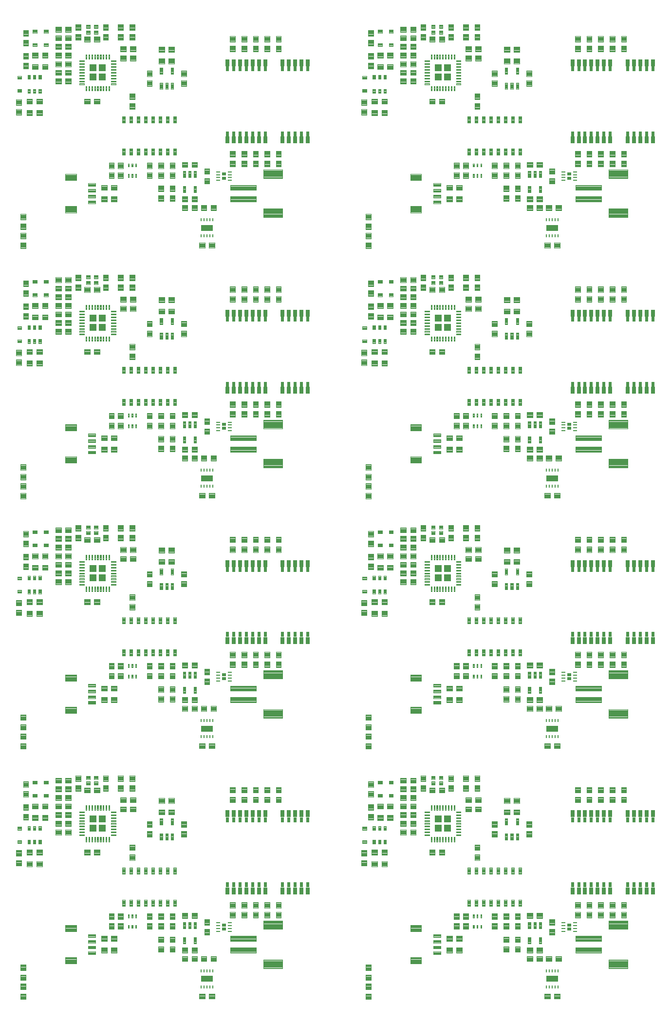
<source format=gbp>
G04 EAGLE Gerber RS-274X export*
G75*
%MOMM*%
%FSLAX34Y34*%
%LPD*%
%INSolderpaste Bottom*%
%IPPOS*%
%AMOC8*
5,1,8,0,0,1.08239X$1,22.5*%
G01*
%ADD10C,0.100000*%
%ADD11C,0.099000*%
%ADD12C,0.102000*%
%ADD13R,0.637500X0.250000*%
%ADD14R,0.640000X0.500000*%
%ADD15C,0.096000*%
%ADD16R,0.260000X0.599000*%
%ADD17R,2.000000X1.000000*%
%ADD18C,0.100800*%
%ADD19C,0.105000*%
%ADD20R,1.300000X1.300000*%
%ADD21R,0.800000X1.200000*%
%ADD22R,0.600000X0.900000*%


D10*
X302000Y96500D02*
X302000Y86500D01*
X293000Y86500D01*
X293000Y96500D01*
X302000Y96500D01*
X302000Y87450D02*
X293000Y87450D01*
X293000Y88400D02*
X302000Y88400D01*
X302000Y89350D02*
X293000Y89350D01*
X293000Y90300D02*
X302000Y90300D01*
X302000Y91250D02*
X293000Y91250D01*
X293000Y92200D02*
X302000Y92200D01*
X302000Y93150D02*
X293000Y93150D01*
X293000Y94100D02*
X302000Y94100D01*
X302000Y95050D02*
X293000Y95050D01*
X293000Y96000D02*
X302000Y96000D01*
X302000Y103500D02*
X302000Y113500D01*
X302000Y103500D02*
X293000Y103500D01*
X293000Y113500D01*
X302000Y113500D01*
X302000Y104450D02*
X293000Y104450D01*
X293000Y105400D02*
X302000Y105400D01*
X302000Y106350D02*
X293000Y106350D01*
X293000Y107300D02*
X302000Y107300D01*
X302000Y108250D02*
X293000Y108250D01*
X293000Y109200D02*
X302000Y109200D01*
X302000Y110150D02*
X293000Y110150D01*
X293000Y111100D02*
X302000Y111100D01*
X302000Y112050D02*
X293000Y112050D01*
X293000Y113000D02*
X302000Y113000D01*
X273000Y113500D02*
X273000Y103500D01*
X273000Y113500D02*
X282000Y113500D01*
X282000Y103500D01*
X273000Y103500D01*
X273000Y104450D02*
X282000Y104450D01*
X282000Y105400D02*
X273000Y105400D01*
X273000Y106350D02*
X282000Y106350D01*
X282000Y107300D02*
X273000Y107300D01*
X273000Y108250D02*
X282000Y108250D01*
X282000Y109200D02*
X273000Y109200D01*
X273000Y110150D02*
X282000Y110150D01*
X282000Y111100D02*
X273000Y111100D01*
X273000Y112050D02*
X282000Y112050D01*
X282000Y113000D02*
X273000Y113000D01*
X273000Y96500D02*
X273000Y86500D01*
X273000Y96500D02*
X282000Y96500D01*
X282000Y86500D01*
X273000Y86500D01*
X273000Y87450D02*
X282000Y87450D01*
X282000Y88400D02*
X273000Y88400D01*
X273000Y89350D02*
X282000Y89350D01*
X282000Y90300D02*
X273000Y90300D01*
X273000Y91250D02*
X282000Y91250D01*
X282000Y92200D02*
X273000Y92200D01*
X273000Y93150D02*
X282000Y93150D01*
X282000Y94100D02*
X273000Y94100D01*
X273000Y95050D02*
X282000Y95050D01*
X282000Y96000D02*
X273000Y96000D01*
D11*
X315745Y127496D02*
X320255Y127496D01*
X315745Y127496D02*
X315745Y138506D01*
X320255Y138506D01*
X320255Y127496D01*
X320255Y128436D02*
X315745Y128436D01*
X315745Y129376D02*
X320255Y129376D01*
X320255Y130316D02*
X315745Y130316D01*
X315745Y131256D02*
X320255Y131256D01*
X320255Y132196D02*
X315745Y132196D01*
X315745Y133136D02*
X320255Y133136D01*
X320255Y134076D02*
X315745Y134076D01*
X315745Y135016D02*
X320255Y135016D01*
X320255Y135956D02*
X315745Y135956D01*
X315745Y136896D02*
X320255Y136896D01*
X320255Y137836D02*
X315745Y137836D01*
X325245Y127496D02*
X329755Y127496D01*
X325245Y127496D02*
X325245Y138506D01*
X329755Y138506D01*
X329755Y127496D01*
X329755Y128436D02*
X325245Y128436D01*
X325245Y129376D02*
X329755Y129376D01*
X329755Y130316D02*
X325245Y130316D01*
X325245Y131256D02*
X329755Y131256D01*
X329755Y132196D02*
X325245Y132196D01*
X325245Y133136D02*
X329755Y133136D01*
X329755Y134076D02*
X325245Y134076D01*
X325245Y135016D02*
X329755Y135016D01*
X329755Y135956D02*
X325245Y135956D01*
X325245Y136896D02*
X329755Y136896D01*
X329755Y137836D02*
X325245Y137836D01*
X334745Y127496D02*
X339255Y127496D01*
X334745Y127496D02*
X334745Y138506D01*
X339255Y138506D01*
X339255Y127496D01*
X339255Y128436D02*
X334745Y128436D01*
X334745Y129376D02*
X339255Y129376D01*
X339255Y130316D02*
X334745Y130316D01*
X334745Y131256D02*
X339255Y131256D01*
X339255Y132196D02*
X334745Y132196D01*
X334745Y133136D02*
X339255Y133136D01*
X339255Y134076D02*
X334745Y134076D01*
X334745Y135016D02*
X339255Y135016D01*
X339255Y135956D02*
X334745Y135956D01*
X334745Y136896D02*
X339255Y136896D01*
X339255Y137836D02*
X334745Y137836D01*
X334745Y101494D02*
X339255Y101494D01*
X334745Y101494D02*
X334745Y112504D01*
X339255Y112504D01*
X339255Y101494D01*
X339255Y102434D02*
X334745Y102434D01*
X334745Y103374D02*
X339255Y103374D01*
X339255Y104314D02*
X334745Y104314D01*
X334745Y105254D02*
X339255Y105254D01*
X339255Y106194D02*
X334745Y106194D01*
X334745Y107134D02*
X339255Y107134D01*
X339255Y108074D02*
X334745Y108074D01*
X334745Y109014D02*
X339255Y109014D01*
X339255Y109954D02*
X334745Y109954D01*
X334745Y110894D02*
X339255Y110894D01*
X339255Y111834D02*
X334745Y111834D01*
X320255Y101494D02*
X315745Y101494D01*
X315745Y112504D01*
X320255Y112504D01*
X320255Y101494D01*
X320255Y102434D02*
X315745Y102434D01*
X315745Y103374D02*
X320255Y103374D01*
X320255Y104314D02*
X315745Y104314D01*
X315745Y105254D02*
X320255Y105254D01*
X320255Y106194D02*
X315745Y106194D01*
X315745Y107134D02*
X320255Y107134D01*
X320255Y108074D02*
X315745Y108074D01*
X315745Y109014D02*
X320255Y109014D01*
X320255Y109954D02*
X315745Y109954D01*
X315745Y110894D02*
X320255Y110894D01*
X320255Y111834D02*
X315745Y111834D01*
D10*
X331000Y154500D02*
X341000Y154500D01*
X341000Y145500D01*
X331000Y145500D01*
X331000Y154500D01*
X331000Y146450D02*
X341000Y146450D01*
X341000Y147400D02*
X331000Y147400D01*
X331000Y148350D02*
X341000Y148350D01*
X341000Y149300D02*
X331000Y149300D01*
X331000Y150250D02*
X341000Y150250D01*
X341000Y151200D02*
X331000Y151200D01*
X331000Y152150D02*
X341000Y152150D01*
X341000Y153100D02*
X331000Y153100D01*
X331000Y154050D02*
X341000Y154050D01*
X324000Y154500D02*
X314000Y154500D01*
X324000Y154500D02*
X324000Y145500D01*
X314000Y145500D01*
X314000Y154500D01*
X314000Y146450D02*
X324000Y146450D01*
X324000Y147400D02*
X314000Y147400D01*
X314000Y148350D02*
X324000Y148350D01*
X324000Y149300D02*
X314000Y149300D01*
X314000Y150250D02*
X324000Y150250D01*
X324000Y151200D02*
X314000Y151200D01*
X314000Y152150D02*
X324000Y152150D01*
X324000Y153100D02*
X314000Y153100D01*
X314000Y154050D02*
X324000Y154050D01*
X282000Y136500D02*
X282000Y126500D01*
X273000Y126500D01*
X273000Y136500D01*
X282000Y136500D01*
X282000Y127450D02*
X273000Y127450D01*
X273000Y128400D02*
X282000Y128400D01*
X282000Y129350D02*
X273000Y129350D01*
X273000Y130300D02*
X282000Y130300D01*
X282000Y131250D02*
X273000Y131250D01*
X273000Y132200D02*
X282000Y132200D01*
X282000Y133150D02*
X273000Y133150D01*
X273000Y134100D02*
X282000Y134100D01*
X282000Y135050D02*
X273000Y135050D01*
X273000Y136000D02*
X282000Y136000D01*
X282000Y143500D02*
X282000Y153500D01*
X282000Y143500D02*
X273000Y143500D01*
X273000Y153500D01*
X282000Y153500D01*
X282000Y144450D02*
X273000Y144450D01*
X273000Y145400D02*
X282000Y145400D01*
X282000Y146350D02*
X273000Y146350D01*
X273000Y147300D02*
X282000Y147300D01*
X282000Y148250D02*
X273000Y148250D01*
X273000Y149200D02*
X282000Y149200D01*
X282000Y150150D02*
X273000Y150150D01*
X273000Y151100D02*
X282000Y151100D01*
X282000Y152050D02*
X273000Y152050D01*
X273000Y153000D02*
X282000Y153000D01*
X302000Y136500D02*
X302000Y126500D01*
X293000Y126500D01*
X293000Y136500D01*
X302000Y136500D01*
X302000Y127450D02*
X293000Y127450D01*
X293000Y128400D02*
X302000Y128400D01*
X302000Y129350D02*
X293000Y129350D01*
X293000Y130300D02*
X302000Y130300D01*
X302000Y131250D02*
X293000Y131250D01*
X293000Y132200D02*
X302000Y132200D01*
X302000Y133150D02*
X293000Y133150D01*
X293000Y134100D02*
X302000Y134100D01*
X302000Y135050D02*
X293000Y135050D01*
X293000Y136000D02*
X302000Y136000D01*
X302000Y143500D02*
X302000Y153500D01*
X302000Y143500D02*
X293000Y143500D01*
X293000Y153500D01*
X302000Y153500D01*
X302000Y144450D02*
X293000Y144450D01*
X293000Y145400D02*
X302000Y145400D01*
X302000Y146350D02*
X293000Y146350D01*
X293000Y147300D02*
X302000Y147300D01*
X302000Y148250D02*
X293000Y148250D01*
X293000Y149200D02*
X302000Y149200D01*
X302000Y150150D02*
X293000Y150150D01*
X293000Y151100D02*
X302000Y151100D01*
X302000Y152050D02*
X293000Y152050D01*
X293000Y153000D02*
X302000Y153000D01*
X187000Y153500D02*
X187000Y143500D01*
X187000Y153500D02*
X196000Y153500D01*
X196000Y143500D01*
X187000Y143500D01*
X187000Y144450D02*
X196000Y144450D01*
X196000Y145400D02*
X187000Y145400D01*
X187000Y146350D02*
X196000Y146350D01*
X196000Y147300D02*
X187000Y147300D01*
X187000Y148250D02*
X196000Y148250D01*
X196000Y149200D02*
X187000Y149200D01*
X187000Y150150D02*
X196000Y150150D01*
X196000Y151100D02*
X187000Y151100D01*
X187000Y152050D02*
X196000Y152050D01*
X196000Y153000D02*
X187000Y153000D01*
X187000Y136500D02*
X187000Y126500D01*
X187000Y136500D02*
X196000Y136500D01*
X196000Y126500D01*
X187000Y126500D01*
X187000Y127450D02*
X196000Y127450D01*
X196000Y128400D02*
X187000Y128400D01*
X187000Y129350D02*
X196000Y129350D01*
X196000Y130300D02*
X187000Y130300D01*
X187000Y131250D02*
X196000Y131250D01*
X196000Y132200D02*
X187000Y132200D01*
X187000Y133150D02*
X196000Y133150D01*
X196000Y134100D02*
X187000Y134100D01*
X187000Y135050D02*
X196000Y135050D01*
X196000Y136000D02*
X187000Y136000D01*
D12*
X210560Y222510D02*
X215540Y222510D01*
X210560Y222510D02*
X210560Y233490D01*
X215540Y233490D01*
X215540Y222510D01*
X215540Y223479D02*
X210560Y223479D01*
X210560Y224448D02*
X215540Y224448D01*
X215540Y225417D02*
X210560Y225417D01*
X210560Y226386D02*
X215540Y226386D01*
X215540Y227355D02*
X210560Y227355D01*
X210560Y228324D02*
X215540Y228324D01*
X215540Y229293D02*
X210560Y229293D01*
X210560Y230262D02*
X215540Y230262D01*
X215540Y231231D02*
X210560Y231231D01*
X210560Y232200D02*
X215540Y232200D01*
X215540Y233169D02*
X210560Y233169D01*
X223260Y222510D02*
X228240Y222510D01*
X223260Y222510D02*
X223260Y233490D01*
X228240Y233490D01*
X228240Y222510D01*
X228240Y223479D02*
X223260Y223479D01*
X223260Y224448D02*
X228240Y224448D01*
X228240Y225417D02*
X223260Y225417D01*
X223260Y226386D02*
X228240Y226386D01*
X228240Y227355D02*
X223260Y227355D01*
X223260Y228324D02*
X228240Y228324D01*
X228240Y229293D02*
X223260Y229293D01*
X223260Y230262D02*
X228240Y230262D01*
X228240Y231231D02*
X223260Y231231D01*
X223260Y232200D02*
X228240Y232200D01*
X228240Y233169D02*
X223260Y233169D01*
X235960Y222510D02*
X240940Y222510D01*
X235960Y222510D02*
X235960Y233490D01*
X240940Y233490D01*
X240940Y222510D01*
X240940Y223479D02*
X235960Y223479D01*
X235960Y224448D02*
X240940Y224448D01*
X240940Y225417D02*
X235960Y225417D01*
X235960Y226386D02*
X240940Y226386D01*
X240940Y227355D02*
X235960Y227355D01*
X235960Y228324D02*
X240940Y228324D01*
X240940Y229293D02*
X235960Y229293D01*
X235960Y230262D02*
X240940Y230262D01*
X240940Y231231D02*
X235960Y231231D01*
X235960Y232200D02*
X240940Y232200D01*
X240940Y233169D02*
X235960Y233169D01*
X248660Y222510D02*
X253640Y222510D01*
X248660Y222510D02*
X248660Y233490D01*
X253640Y233490D01*
X253640Y222510D01*
X253640Y223479D02*
X248660Y223479D01*
X248660Y224448D02*
X253640Y224448D01*
X253640Y225417D02*
X248660Y225417D01*
X248660Y226386D02*
X253640Y226386D01*
X253640Y227355D02*
X248660Y227355D01*
X248660Y228324D02*
X253640Y228324D01*
X253640Y229293D02*
X248660Y229293D01*
X248660Y230262D02*
X253640Y230262D01*
X253640Y231231D02*
X248660Y231231D01*
X248660Y232200D02*
X253640Y232200D01*
X253640Y233169D02*
X248660Y233169D01*
X261360Y222510D02*
X266340Y222510D01*
X261360Y222510D02*
X261360Y233490D01*
X266340Y233490D01*
X266340Y222510D01*
X266340Y223479D02*
X261360Y223479D01*
X261360Y224448D02*
X266340Y224448D01*
X266340Y225417D02*
X261360Y225417D01*
X261360Y226386D02*
X266340Y226386D01*
X266340Y227355D02*
X261360Y227355D01*
X261360Y228324D02*
X266340Y228324D01*
X266340Y229293D02*
X261360Y229293D01*
X261360Y230262D02*
X266340Y230262D01*
X266340Y231231D02*
X261360Y231231D01*
X261360Y232200D02*
X266340Y232200D01*
X266340Y233169D02*
X261360Y233169D01*
X274060Y222510D02*
X279040Y222510D01*
X274060Y222510D02*
X274060Y233490D01*
X279040Y233490D01*
X279040Y222510D01*
X279040Y223479D02*
X274060Y223479D01*
X274060Y224448D02*
X279040Y224448D01*
X279040Y225417D02*
X274060Y225417D01*
X274060Y226386D02*
X279040Y226386D01*
X279040Y227355D02*
X274060Y227355D01*
X274060Y228324D02*
X279040Y228324D01*
X279040Y229293D02*
X274060Y229293D01*
X274060Y230262D02*
X279040Y230262D01*
X279040Y231231D02*
X274060Y231231D01*
X274060Y232200D02*
X279040Y232200D01*
X279040Y233169D02*
X274060Y233169D01*
X286760Y222510D02*
X291740Y222510D01*
X286760Y222510D02*
X286760Y233490D01*
X291740Y233490D01*
X291740Y222510D01*
X291740Y223479D02*
X286760Y223479D01*
X286760Y224448D02*
X291740Y224448D01*
X291740Y225417D02*
X286760Y225417D01*
X286760Y226386D02*
X291740Y226386D01*
X291740Y227355D02*
X286760Y227355D01*
X286760Y228324D02*
X291740Y228324D01*
X291740Y229293D02*
X286760Y229293D01*
X286760Y230262D02*
X291740Y230262D01*
X291740Y231231D02*
X286760Y231231D01*
X286760Y232200D02*
X291740Y232200D01*
X291740Y233169D02*
X286760Y233169D01*
X299460Y222510D02*
X304440Y222510D01*
X299460Y222510D02*
X299460Y233490D01*
X304440Y233490D01*
X304440Y222510D01*
X304440Y223479D02*
X299460Y223479D01*
X299460Y224448D02*
X304440Y224448D01*
X304440Y225417D02*
X299460Y225417D01*
X299460Y226386D02*
X304440Y226386D01*
X304440Y227355D02*
X299460Y227355D01*
X299460Y228324D02*
X304440Y228324D01*
X304440Y229293D02*
X299460Y229293D01*
X299460Y230262D02*
X304440Y230262D01*
X304440Y231231D02*
X299460Y231231D01*
X299460Y232200D02*
X304440Y232200D01*
X304440Y233169D02*
X299460Y233169D01*
X299460Y166510D02*
X304440Y166510D01*
X299460Y166510D02*
X299460Y177490D01*
X304440Y177490D01*
X304440Y166510D01*
X304440Y167479D02*
X299460Y167479D01*
X299460Y168448D02*
X304440Y168448D01*
X304440Y169417D02*
X299460Y169417D01*
X299460Y170386D02*
X304440Y170386D01*
X304440Y171355D02*
X299460Y171355D01*
X299460Y172324D02*
X304440Y172324D01*
X304440Y173293D02*
X299460Y173293D01*
X299460Y174262D02*
X304440Y174262D01*
X304440Y175231D02*
X299460Y175231D01*
X299460Y176200D02*
X304440Y176200D01*
X304440Y177169D02*
X299460Y177169D01*
X291740Y166510D02*
X286760Y166510D01*
X286760Y177490D01*
X291740Y177490D01*
X291740Y166510D01*
X291740Y167479D02*
X286760Y167479D01*
X286760Y168448D02*
X291740Y168448D01*
X291740Y169417D02*
X286760Y169417D01*
X286760Y170386D02*
X291740Y170386D01*
X291740Y171355D02*
X286760Y171355D01*
X286760Y172324D02*
X291740Y172324D01*
X291740Y173293D02*
X286760Y173293D01*
X286760Y174262D02*
X291740Y174262D01*
X291740Y175231D02*
X286760Y175231D01*
X286760Y176200D02*
X291740Y176200D01*
X291740Y177169D02*
X286760Y177169D01*
X279040Y166510D02*
X274060Y166510D01*
X274060Y177490D01*
X279040Y177490D01*
X279040Y166510D01*
X279040Y167479D02*
X274060Y167479D01*
X274060Y168448D02*
X279040Y168448D01*
X279040Y169417D02*
X274060Y169417D01*
X274060Y170386D02*
X279040Y170386D01*
X279040Y171355D02*
X274060Y171355D01*
X274060Y172324D02*
X279040Y172324D01*
X279040Y173293D02*
X274060Y173293D01*
X274060Y174262D02*
X279040Y174262D01*
X279040Y175231D02*
X274060Y175231D01*
X274060Y176200D02*
X279040Y176200D01*
X279040Y177169D02*
X274060Y177169D01*
X266340Y166510D02*
X261360Y166510D01*
X261360Y177490D01*
X266340Y177490D01*
X266340Y166510D01*
X266340Y167479D02*
X261360Y167479D01*
X261360Y168448D02*
X266340Y168448D01*
X266340Y169417D02*
X261360Y169417D01*
X261360Y170386D02*
X266340Y170386D01*
X266340Y171355D02*
X261360Y171355D01*
X261360Y172324D02*
X266340Y172324D01*
X266340Y173293D02*
X261360Y173293D01*
X261360Y174262D02*
X266340Y174262D01*
X266340Y175231D02*
X261360Y175231D01*
X261360Y176200D02*
X266340Y176200D01*
X266340Y177169D02*
X261360Y177169D01*
X253640Y166510D02*
X248660Y166510D01*
X248660Y177490D01*
X253640Y177490D01*
X253640Y166510D01*
X253640Y167479D02*
X248660Y167479D01*
X248660Y168448D02*
X253640Y168448D01*
X253640Y169417D02*
X248660Y169417D01*
X248660Y170386D02*
X253640Y170386D01*
X253640Y171355D02*
X248660Y171355D01*
X248660Y172324D02*
X253640Y172324D01*
X253640Y173293D02*
X248660Y173293D01*
X248660Y174262D02*
X253640Y174262D01*
X253640Y175231D02*
X248660Y175231D01*
X248660Y176200D02*
X253640Y176200D01*
X253640Y177169D02*
X248660Y177169D01*
X240940Y166510D02*
X235960Y166510D01*
X235960Y177490D01*
X240940Y177490D01*
X240940Y166510D01*
X240940Y167479D02*
X235960Y167479D01*
X235960Y168448D02*
X240940Y168448D01*
X240940Y169417D02*
X235960Y169417D01*
X235960Y170386D02*
X240940Y170386D01*
X240940Y171355D02*
X235960Y171355D01*
X235960Y172324D02*
X240940Y172324D01*
X240940Y173293D02*
X235960Y173293D01*
X235960Y174262D02*
X240940Y174262D01*
X240940Y175231D02*
X235960Y175231D01*
X235960Y176200D02*
X240940Y176200D01*
X240940Y177169D02*
X235960Y177169D01*
X228240Y166510D02*
X223260Y166510D01*
X223260Y177490D01*
X228240Y177490D01*
X228240Y166510D01*
X228240Y167479D02*
X223260Y167479D01*
X223260Y168448D02*
X228240Y168448D01*
X228240Y169417D02*
X223260Y169417D01*
X223260Y170386D02*
X228240Y170386D01*
X228240Y171355D02*
X223260Y171355D01*
X223260Y172324D02*
X228240Y172324D01*
X228240Y173293D02*
X223260Y173293D01*
X223260Y174262D02*
X228240Y174262D01*
X228240Y175231D02*
X223260Y175231D01*
X223260Y176200D02*
X228240Y176200D01*
X228240Y177169D02*
X223260Y177169D01*
X215540Y166510D02*
X210560Y166510D01*
X210560Y177490D01*
X215540Y177490D01*
X215540Y166510D01*
X215540Y167479D02*
X210560Y167479D01*
X210560Y168448D02*
X215540Y168448D01*
X215540Y169417D02*
X210560Y169417D01*
X210560Y170386D02*
X215540Y170386D01*
X215540Y171355D02*
X210560Y171355D01*
X210560Y172324D02*
X215540Y172324D01*
X215540Y173293D02*
X210560Y173293D01*
X210560Y174262D02*
X215540Y174262D01*
X215540Y175231D02*
X210560Y175231D01*
X210560Y176200D02*
X215540Y176200D01*
X215540Y177169D02*
X210560Y177169D01*
D10*
X262000Y136500D02*
X262000Y126500D01*
X253000Y126500D01*
X253000Y136500D01*
X262000Y136500D01*
X262000Y127450D02*
X253000Y127450D01*
X253000Y128400D02*
X262000Y128400D01*
X262000Y129350D02*
X253000Y129350D01*
X253000Y130300D02*
X262000Y130300D01*
X262000Y131250D02*
X253000Y131250D01*
X253000Y132200D02*
X262000Y132200D01*
X262000Y133150D02*
X253000Y133150D01*
X253000Y134100D02*
X262000Y134100D01*
X262000Y135050D02*
X253000Y135050D01*
X253000Y136000D02*
X262000Y136000D01*
X262000Y143500D02*
X262000Y153500D01*
X262000Y143500D02*
X253000Y143500D01*
X253000Y153500D01*
X262000Y153500D01*
X262000Y144450D02*
X253000Y144450D01*
X253000Y145400D02*
X262000Y145400D01*
X262000Y146350D02*
X253000Y146350D01*
X253000Y147300D02*
X262000Y147300D01*
X262000Y148250D02*
X253000Y148250D01*
X253000Y149200D02*
X262000Y149200D01*
X262000Y150150D02*
X253000Y150150D01*
X253000Y151100D02*
X262000Y151100D01*
X262000Y152050D02*
X253000Y152050D01*
X253000Y153000D02*
X262000Y153000D01*
X203000Y153500D02*
X203000Y143500D01*
X203000Y153500D02*
X212000Y153500D01*
X212000Y143500D01*
X203000Y143500D01*
X203000Y144450D02*
X212000Y144450D01*
X212000Y145400D02*
X203000Y145400D01*
X203000Y146350D02*
X212000Y146350D01*
X212000Y147300D02*
X203000Y147300D01*
X203000Y148250D02*
X212000Y148250D01*
X212000Y149200D02*
X203000Y149200D01*
X203000Y150150D02*
X212000Y150150D01*
X212000Y151100D02*
X203000Y151100D01*
X203000Y152050D02*
X212000Y152050D01*
X212000Y153000D02*
X203000Y153000D01*
X203000Y136500D02*
X203000Y126500D01*
X203000Y136500D02*
X212000Y136500D01*
X212000Y126500D01*
X203000Y126500D01*
X203000Y127450D02*
X212000Y127450D01*
X212000Y128400D02*
X203000Y128400D01*
X203000Y129350D02*
X212000Y129350D01*
X212000Y130300D02*
X203000Y130300D01*
X203000Y131250D02*
X212000Y131250D01*
X212000Y132200D02*
X203000Y132200D01*
X203000Y133150D02*
X212000Y133150D01*
X212000Y134100D02*
X203000Y134100D01*
X203000Y135050D02*
X212000Y135050D01*
X212000Y136000D02*
X203000Y136000D01*
D12*
X220010Y151990D02*
X221990Y151990D01*
X221990Y146410D01*
X220010Y146410D01*
X220010Y151990D01*
X220010Y147379D02*
X221990Y147379D01*
X221990Y148348D02*
X220010Y148348D01*
X220010Y149317D02*
X221990Y149317D01*
X221990Y150286D02*
X220010Y150286D01*
X220010Y151255D02*
X221990Y151255D01*
X226510Y128010D02*
X228490Y128010D01*
X226510Y128010D02*
X226510Y133590D01*
X228490Y133590D01*
X228490Y128010D01*
X228490Y128979D02*
X226510Y128979D01*
X226510Y129948D02*
X228490Y129948D01*
X228490Y130917D02*
X226510Y130917D01*
X226510Y131886D02*
X228490Y131886D01*
X228490Y132855D02*
X226510Y132855D01*
X233010Y128010D02*
X234990Y128010D01*
X233010Y128010D02*
X233010Y133590D01*
X234990Y133590D01*
X234990Y128010D01*
X234990Y128979D02*
X233010Y128979D01*
X233010Y129948D02*
X234990Y129948D01*
X234990Y130917D02*
X233010Y130917D01*
X233010Y131886D02*
X234990Y131886D01*
X234990Y132855D02*
X233010Y132855D01*
X221990Y128010D02*
X220010Y128010D01*
X220010Y133590D01*
X221990Y133590D01*
X221990Y128010D01*
X221990Y128979D02*
X220010Y128979D01*
X220010Y129948D02*
X221990Y129948D01*
X221990Y130917D02*
X220010Y130917D01*
X220010Y131886D02*
X221990Y131886D01*
X221990Y132855D02*
X220010Y132855D01*
X226510Y151990D02*
X228490Y151990D01*
X228490Y146410D01*
X226510Y146410D01*
X226510Y151990D01*
X226510Y147379D02*
X228490Y147379D01*
X228490Y148348D02*
X226510Y148348D01*
X226510Y149317D02*
X228490Y149317D01*
X228490Y150286D02*
X226510Y150286D01*
X226510Y151255D02*
X228490Y151255D01*
X233010Y151990D02*
X234990Y151990D01*
X234990Y146410D01*
X233010Y146410D01*
X233010Y151990D01*
X233010Y147379D02*
X234990Y147379D01*
X234990Y148348D02*
X233010Y148348D01*
X233010Y149317D02*
X234990Y149317D01*
X234990Y150286D02*
X233010Y150286D01*
X233010Y151255D02*
X234990Y151255D01*
D10*
X232000Y246500D02*
X232000Y256500D01*
X232000Y246500D02*
X223000Y246500D01*
X223000Y256500D01*
X232000Y256500D01*
X232000Y247450D02*
X223000Y247450D01*
X223000Y248400D02*
X232000Y248400D01*
X232000Y249350D02*
X223000Y249350D01*
X223000Y250300D02*
X232000Y250300D01*
X232000Y251250D02*
X223000Y251250D01*
X223000Y252200D02*
X232000Y252200D01*
X232000Y253150D02*
X223000Y253150D01*
X223000Y254100D02*
X232000Y254100D01*
X232000Y255050D02*
X223000Y255050D01*
X223000Y256000D02*
X232000Y256000D01*
X232000Y263500D02*
X232000Y273500D01*
X232000Y263500D02*
X223000Y263500D01*
X223000Y273500D01*
X232000Y273500D01*
X232000Y264450D02*
X223000Y264450D01*
X223000Y265400D02*
X232000Y265400D01*
X232000Y266350D02*
X223000Y266350D01*
X223000Y267300D02*
X232000Y267300D01*
X232000Y268250D02*
X223000Y268250D01*
X223000Y269200D02*
X232000Y269200D01*
X232000Y270150D02*
X223000Y270150D01*
X223000Y271100D02*
X232000Y271100D01*
X232000Y272050D02*
X223000Y272050D01*
X223000Y273000D02*
X232000Y273000D01*
D13*
X377313Y122500D03*
X397688Y127500D03*
X397688Y122500D03*
X397688Y132500D03*
X397688Y137500D03*
X377313Y127500D03*
X377313Y132500D03*
X377313Y137500D03*
D14*
X387500Y133400D03*
X387500Y126600D03*
D10*
X362000Y126500D02*
X362000Y116500D01*
X353000Y116500D01*
X353000Y126500D01*
X362000Y126500D01*
X362000Y117450D02*
X353000Y117450D01*
X353000Y118400D02*
X362000Y118400D01*
X362000Y119350D02*
X353000Y119350D01*
X353000Y120300D02*
X362000Y120300D01*
X362000Y121250D02*
X353000Y121250D01*
X353000Y122200D02*
X362000Y122200D01*
X362000Y123150D02*
X353000Y123150D01*
X353000Y124100D02*
X362000Y124100D01*
X362000Y125050D02*
X353000Y125050D01*
X353000Y126000D02*
X362000Y126000D01*
X362000Y133500D02*
X362000Y143500D01*
X362000Y133500D02*
X353000Y133500D01*
X353000Y143500D01*
X362000Y143500D01*
X362000Y134450D02*
X353000Y134450D01*
X353000Y135400D02*
X362000Y135400D01*
X362000Y136350D02*
X353000Y136350D01*
X353000Y137300D02*
X362000Y137300D01*
X362000Y138250D02*
X353000Y138250D01*
X353000Y139200D02*
X362000Y139200D01*
X362000Y140150D02*
X353000Y140150D01*
X353000Y141100D02*
X362000Y141100D01*
X362000Y142050D02*
X353000Y142050D01*
X353000Y143000D02*
X362000Y143000D01*
X324000Y70500D02*
X314000Y70500D01*
X314000Y79500D01*
X324000Y79500D01*
X324000Y70500D01*
X324000Y71450D02*
X314000Y71450D01*
X314000Y72400D02*
X324000Y72400D01*
X324000Y73350D02*
X314000Y73350D01*
X314000Y74300D02*
X324000Y74300D01*
X324000Y75250D02*
X314000Y75250D01*
X314000Y76200D02*
X324000Y76200D01*
X324000Y77150D02*
X314000Y77150D01*
X314000Y78100D02*
X324000Y78100D01*
X324000Y79050D02*
X314000Y79050D01*
X331000Y70500D02*
X341000Y70500D01*
X331000Y70500D02*
X331000Y79500D01*
X341000Y79500D01*
X341000Y70500D01*
X341000Y71450D02*
X331000Y71450D01*
X331000Y72400D02*
X341000Y72400D01*
X341000Y73350D02*
X331000Y73350D01*
X331000Y74300D02*
X341000Y74300D01*
X341000Y75250D02*
X331000Y75250D01*
X331000Y76200D02*
X341000Y76200D01*
X341000Y77150D02*
X331000Y77150D01*
X331000Y78100D02*
X341000Y78100D01*
X341000Y79050D02*
X331000Y79050D01*
X364000Y79500D02*
X374000Y79500D01*
X374000Y70500D01*
X364000Y70500D01*
X364000Y79500D01*
X364000Y71450D02*
X374000Y71450D01*
X374000Y72400D02*
X364000Y72400D01*
X364000Y73350D02*
X374000Y73350D01*
X374000Y74300D02*
X364000Y74300D01*
X364000Y75250D02*
X374000Y75250D01*
X374000Y76200D02*
X364000Y76200D01*
X364000Y77150D02*
X374000Y77150D01*
X374000Y78100D02*
X364000Y78100D01*
X364000Y79050D02*
X374000Y79050D01*
X357000Y79500D02*
X347000Y79500D01*
X357000Y79500D02*
X357000Y70500D01*
X347000Y70500D01*
X347000Y79500D01*
X347000Y71450D02*
X357000Y71450D01*
X357000Y72400D02*
X347000Y72400D01*
X347000Y73350D02*
X357000Y73350D01*
X357000Y74300D02*
X347000Y74300D01*
X347000Y75250D02*
X357000Y75250D01*
X357000Y76200D02*
X347000Y76200D01*
X347000Y77150D02*
X357000Y77150D01*
X357000Y78100D02*
X347000Y78100D01*
X347000Y79050D02*
X357000Y79050D01*
X361000Y14500D02*
X371000Y14500D01*
X371000Y5500D01*
X361000Y5500D01*
X361000Y14500D01*
X361000Y6450D02*
X371000Y6450D01*
X371000Y7400D02*
X361000Y7400D01*
X361000Y8350D02*
X371000Y8350D01*
X371000Y9300D02*
X361000Y9300D01*
X361000Y10250D02*
X371000Y10250D01*
X371000Y11200D02*
X361000Y11200D01*
X361000Y12150D02*
X371000Y12150D01*
X371000Y13100D02*
X361000Y13100D01*
X361000Y14050D02*
X371000Y14050D01*
X354000Y14500D02*
X344000Y14500D01*
X354000Y14500D02*
X354000Y5500D01*
X344000Y5500D01*
X344000Y14500D01*
X344000Y6450D02*
X354000Y6450D01*
X354000Y7400D02*
X344000Y7400D01*
X344000Y8350D02*
X354000Y8350D01*
X354000Y9300D02*
X344000Y9300D01*
X344000Y10250D02*
X354000Y10250D01*
X354000Y11200D02*
X344000Y11200D01*
X344000Y12150D02*
X354000Y12150D01*
X354000Y13100D02*
X344000Y13100D01*
X344000Y14050D02*
X354000Y14050D01*
X443000Y85500D02*
X443000Y94500D01*
X443000Y85500D02*
X398000Y85500D01*
X398000Y94500D01*
X443000Y94500D01*
X443000Y86450D02*
X398000Y86450D01*
X398000Y87400D02*
X443000Y87400D01*
X443000Y88350D02*
X398000Y88350D01*
X398000Y89300D02*
X443000Y89300D01*
X443000Y90250D02*
X398000Y90250D01*
X398000Y91200D02*
X443000Y91200D01*
X443000Y92150D02*
X398000Y92150D01*
X398000Y93100D02*
X443000Y93100D01*
X443000Y94050D02*
X398000Y94050D01*
X443000Y105500D02*
X443000Y114500D01*
X443000Y105500D02*
X398000Y105500D01*
X398000Y114500D01*
X443000Y114500D01*
X443000Y106450D02*
X398000Y106450D01*
X398000Y107400D02*
X443000Y107400D01*
X443000Y108350D02*
X398000Y108350D01*
X398000Y109300D02*
X443000Y109300D01*
X443000Y110250D02*
X398000Y110250D01*
X398000Y111200D02*
X443000Y111200D01*
X443000Y112150D02*
X398000Y112150D01*
X398000Y113100D02*
X443000Y113100D01*
X443000Y114050D02*
X398000Y114050D01*
D15*
X455980Y58480D02*
X489020Y58480D01*
X455980Y58480D02*
X455980Y73520D01*
X489020Y73520D01*
X489020Y58480D01*
X489020Y59392D02*
X455980Y59392D01*
X455980Y60304D02*
X489020Y60304D01*
X489020Y61216D02*
X455980Y61216D01*
X455980Y62128D02*
X489020Y62128D01*
X489020Y63040D02*
X455980Y63040D01*
X455980Y63952D02*
X489020Y63952D01*
X489020Y64864D02*
X455980Y64864D01*
X455980Y65776D02*
X489020Y65776D01*
X489020Y66688D02*
X455980Y66688D01*
X455980Y67600D02*
X489020Y67600D01*
X489020Y68512D02*
X455980Y68512D01*
X455980Y69424D02*
X489020Y69424D01*
X489020Y70336D02*
X455980Y70336D01*
X455980Y71248D02*
X489020Y71248D01*
X489020Y72160D02*
X455980Y72160D01*
X455980Y73072D02*
X489020Y73072D01*
X489020Y126480D02*
X455980Y126480D01*
X455980Y141520D01*
X489020Y141520D01*
X489020Y126480D01*
X489020Y127392D02*
X455980Y127392D01*
X455980Y128304D02*
X489020Y128304D01*
X489020Y129216D02*
X455980Y129216D01*
X455980Y130128D02*
X489020Y130128D01*
X489020Y131040D02*
X455980Y131040D01*
X455980Y131952D02*
X489020Y131952D01*
X489020Y132864D02*
X455980Y132864D01*
X455980Y133776D02*
X489020Y133776D01*
X489020Y134688D02*
X455980Y134688D01*
X455980Y135600D02*
X489020Y135600D01*
X489020Y136512D02*
X455980Y136512D01*
X455980Y137424D02*
X489020Y137424D01*
X489020Y138336D02*
X455980Y138336D01*
X455980Y139248D02*
X489020Y139248D01*
X489020Y140160D02*
X455980Y140160D01*
X455980Y141072D02*
X489020Y141072D01*
D16*
X357500Y26005D03*
X362500Y26005D03*
X367500Y26005D03*
X352500Y26005D03*
X347500Y26005D03*
X347500Y53995D03*
X352500Y53995D03*
X357500Y53995D03*
X362500Y53995D03*
X367500Y53995D03*
D17*
X357500Y40000D03*
D10*
X33600Y54500D02*
X33600Y64500D01*
X42600Y64500D01*
X42600Y54500D01*
X33600Y54500D01*
X33600Y55450D02*
X42600Y55450D01*
X42600Y56400D02*
X33600Y56400D01*
X33600Y57350D02*
X42600Y57350D01*
X42600Y58300D02*
X33600Y58300D01*
X33600Y59250D02*
X42600Y59250D01*
X42600Y60200D02*
X33600Y60200D01*
X33600Y61150D02*
X42600Y61150D01*
X42600Y62100D02*
X33600Y62100D01*
X33600Y63050D02*
X42600Y63050D01*
X42600Y64000D02*
X33600Y64000D01*
X33600Y47500D02*
X33600Y37500D01*
X33600Y47500D02*
X42600Y47500D01*
X42600Y37500D01*
X33600Y37500D01*
X33600Y38450D02*
X42600Y38450D01*
X42600Y39400D02*
X33600Y39400D01*
X33600Y40350D02*
X42600Y40350D01*
X42600Y41300D02*
X33600Y41300D01*
X33600Y42250D02*
X42600Y42250D01*
X42600Y43200D02*
X33600Y43200D01*
X33600Y44150D02*
X42600Y44150D01*
X42600Y45100D02*
X33600Y45100D01*
X33600Y46050D02*
X42600Y46050D01*
X42600Y47000D02*
X33600Y47000D01*
X331000Y94500D02*
X341000Y94500D01*
X341000Y85500D01*
X331000Y85500D01*
X331000Y94500D01*
X331000Y86450D02*
X341000Y86450D01*
X341000Y87400D02*
X331000Y87400D01*
X331000Y88350D02*
X341000Y88350D01*
X341000Y89300D02*
X331000Y89300D01*
X331000Y90250D02*
X341000Y90250D01*
X341000Y91200D02*
X331000Y91200D01*
X331000Y92150D02*
X341000Y92150D01*
X341000Y93100D02*
X331000Y93100D01*
X331000Y94050D02*
X341000Y94050D01*
X324000Y94500D02*
X314000Y94500D01*
X324000Y94500D02*
X324000Y85500D01*
X314000Y85500D01*
X314000Y94500D01*
X314000Y86450D02*
X324000Y86450D01*
X324000Y87400D02*
X314000Y87400D01*
X314000Y88350D02*
X324000Y88350D01*
X324000Y89300D02*
X314000Y89300D01*
X314000Y90250D02*
X324000Y90250D01*
X324000Y91200D02*
X314000Y91200D01*
X314000Y92150D02*
X324000Y92150D01*
X324000Y93100D02*
X314000Y93100D01*
X314000Y94050D02*
X324000Y94050D01*
X42600Y14500D02*
X42600Y4500D01*
X33600Y4500D01*
X33600Y14500D01*
X42600Y14500D01*
X42600Y5450D02*
X33600Y5450D01*
X33600Y6400D02*
X42600Y6400D01*
X42600Y7350D02*
X33600Y7350D01*
X33600Y8300D02*
X42600Y8300D01*
X42600Y9250D02*
X33600Y9250D01*
X33600Y10200D02*
X42600Y10200D01*
X42600Y11150D02*
X33600Y11150D01*
X33600Y12100D02*
X42600Y12100D01*
X42600Y13050D02*
X33600Y13050D01*
X33600Y14000D02*
X42600Y14000D01*
X42600Y21500D02*
X42600Y31500D01*
X42600Y21500D02*
X33600Y21500D01*
X33600Y31500D01*
X42600Y31500D01*
X42600Y22450D02*
X33600Y22450D01*
X33600Y23400D02*
X42600Y23400D01*
X42600Y24350D02*
X33600Y24350D01*
X33600Y25300D02*
X42600Y25300D01*
X42600Y26250D02*
X33600Y26250D01*
X33600Y27200D02*
X42600Y27200D01*
X42600Y28150D02*
X33600Y28150D01*
X33600Y29100D02*
X42600Y29100D01*
X42600Y30050D02*
X33600Y30050D01*
X33600Y31000D02*
X42600Y31000D01*
X174000Y85500D02*
X184000Y85500D01*
X174000Y85500D02*
X174000Y94500D01*
X184000Y94500D01*
X184000Y85500D01*
X184000Y86450D02*
X174000Y86450D01*
X174000Y87400D02*
X184000Y87400D01*
X184000Y88350D02*
X174000Y88350D01*
X174000Y89300D02*
X184000Y89300D01*
X184000Y90250D02*
X174000Y90250D01*
X174000Y91200D02*
X184000Y91200D01*
X184000Y92150D02*
X174000Y92150D01*
X174000Y93100D02*
X184000Y93100D01*
X184000Y94050D02*
X174000Y94050D01*
X191000Y85500D02*
X201000Y85500D01*
X191000Y85500D02*
X191000Y94500D01*
X201000Y94500D01*
X201000Y85500D01*
X201000Y86450D02*
X191000Y86450D01*
X191000Y87400D02*
X201000Y87400D01*
X201000Y88350D02*
X191000Y88350D01*
X191000Y89300D02*
X201000Y89300D01*
X201000Y90250D02*
X191000Y90250D01*
X191000Y91200D02*
X201000Y91200D01*
X201000Y92150D02*
X191000Y92150D01*
X191000Y93100D02*
X201000Y93100D01*
X201000Y94050D02*
X191000Y94050D01*
X184000Y105500D02*
X174000Y105500D01*
X174000Y114500D01*
X184000Y114500D01*
X184000Y105500D01*
X184000Y106450D02*
X174000Y106450D01*
X174000Y107400D02*
X184000Y107400D01*
X184000Y108350D02*
X174000Y108350D01*
X174000Y109300D02*
X184000Y109300D01*
X184000Y110250D02*
X174000Y110250D01*
X174000Y111200D02*
X184000Y111200D01*
X184000Y112150D02*
X174000Y112150D01*
X174000Y113100D02*
X184000Y113100D01*
X184000Y114050D02*
X174000Y114050D01*
X191000Y105500D02*
X201000Y105500D01*
X191000Y105500D02*
X191000Y114500D01*
X201000Y114500D01*
X201000Y105500D01*
X201000Y106450D02*
X191000Y106450D01*
X191000Y107400D02*
X201000Y107400D01*
X201000Y108350D02*
X191000Y108350D01*
X191000Y109300D02*
X201000Y109300D01*
X201000Y110250D02*
X191000Y110250D01*
X191000Y111200D02*
X201000Y111200D01*
X201000Y112150D02*
X191000Y112150D01*
X191000Y113100D02*
X201000Y113100D01*
X201000Y114050D02*
X191000Y114050D01*
D11*
X50255Y298495D02*
X45745Y298495D01*
X45745Y305505D01*
X50255Y305505D01*
X50255Y298495D01*
X50255Y299435D02*
X45745Y299435D01*
X45745Y300375D02*
X50255Y300375D01*
X50255Y301315D02*
X45745Y301315D01*
X45745Y302255D02*
X50255Y302255D01*
X50255Y303195D02*
X45745Y303195D01*
X45745Y304135D02*
X50255Y304135D01*
X50255Y305075D02*
X45745Y305075D01*
X55245Y298495D02*
X59755Y298495D01*
X55245Y298495D02*
X55245Y305505D01*
X59755Y305505D01*
X59755Y298495D01*
X59755Y299435D02*
X55245Y299435D01*
X55245Y300375D02*
X59755Y300375D01*
X59755Y301315D02*
X55245Y301315D01*
X55245Y302255D02*
X59755Y302255D01*
X59755Y303195D02*
X55245Y303195D01*
X55245Y304135D02*
X59755Y304135D01*
X59755Y305075D02*
X55245Y305075D01*
X64745Y298495D02*
X69255Y298495D01*
X64745Y298495D02*
X64745Y305505D01*
X69255Y305505D01*
X69255Y298495D01*
X69255Y299435D02*
X64745Y299435D01*
X64745Y300375D02*
X69255Y300375D01*
X69255Y301315D02*
X64745Y301315D01*
X64745Y302255D02*
X69255Y302255D01*
X69255Y303195D02*
X64745Y303195D01*
X64745Y304135D02*
X69255Y304135D01*
X69255Y305075D02*
X64745Y305075D01*
X64745Y274495D02*
X69255Y274495D01*
X64745Y274495D02*
X64745Y281505D01*
X69255Y281505D01*
X69255Y274495D01*
X69255Y275435D02*
X64745Y275435D01*
X64745Y276375D02*
X69255Y276375D01*
X69255Y277315D02*
X64745Y277315D01*
X64745Y278255D02*
X69255Y278255D01*
X69255Y279195D02*
X64745Y279195D01*
X64745Y280135D02*
X69255Y280135D01*
X69255Y281075D02*
X64745Y281075D01*
X50255Y274495D02*
X45745Y274495D01*
X45745Y281505D01*
X50255Y281505D01*
X50255Y274495D01*
X50255Y275435D02*
X45745Y275435D01*
X45745Y276375D02*
X50255Y276375D01*
X50255Y277315D02*
X45745Y277315D01*
X45745Y278255D02*
X50255Y278255D01*
X50255Y279195D02*
X45745Y279195D01*
X45745Y280135D02*
X50255Y280135D01*
X50255Y281075D02*
X45745Y281075D01*
X55245Y281505D02*
X59755Y281505D01*
X59755Y274495D01*
X55245Y274495D01*
X55245Y281505D01*
X55245Y275435D02*
X59755Y275435D01*
X59755Y276375D02*
X55245Y276375D01*
X55245Y277315D02*
X59755Y277315D01*
X59755Y278255D02*
X55245Y278255D01*
X55245Y279195D02*
X59755Y279195D01*
X59755Y280135D02*
X55245Y280135D01*
X55245Y281075D02*
X59755Y281075D01*
D10*
X61000Y264500D02*
X71000Y264500D01*
X71000Y255500D01*
X61000Y255500D01*
X61000Y264500D01*
X61000Y256450D02*
X71000Y256450D01*
X71000Y257400D02*
X61000Y257400D01*
X61000Y258350D02*
X71000Y258350D01*
X71000Y259300D02*
X61000Y259300D01*
X61000Y260250D02*
X71000Y260250D01*
X71000Y261200D02*
X61000Y261200D01*
X61000Y262150D02*
X71000Y262150D01*
X71000Y263100D02*
X61000Y263100D01*
X61000Y264050D02*
X71000Y264050D01*
X54000Y264500D02*
X44000Y264500D01*
X54000Y264500D02*
X54000Y255500D01*
X44000Y255500D01*
X44000Y264500D01*
X44000Y256450D02*
X54000Y256450D01*
X54000Y257400D02*
X44000Y257400D01*
X44000Y258350D02*
X54000Y258350D01*
X54000Y259300D02*
X44000Y259300D01*
X44000Y260250D02*
X54000Y260250D01*
X54000Y261200D02*
X44000Y261200D01*
X44000Y262150D02*
X54000Y262150D01*
X54000Y263100D02*
X44000Y263100D01*
X44000Y264050D02*
X54000Y264050D01*
X54000Y235500D02*
X44000Y235500D01*
X44000Y244500D01*
X54000Y244500D01*
X54000Y235500D01*
X54000Y236450D02*
X44000Y236450D01*
X44000Y237400D02*
X54000Y237400D01*
X54000Y238350D02*
X44000Y238350D01*
X44000Y239300D02*
X54000Y239300D01*
X54000Y240250D02*
X44000Y240250D01*
X44000Y241200D02*
X54000Y241200D01*
X54000Y242150D02*
X44000Y242150D01*
X44000Y243100D02*
X54000Y243100D01*
X54000Y244050D02*
X44000Y244050D01*
X61000Y235500D02*
X71000Y235500D01*
X61000Y235500D02*
X61000Y244500D01*
X71000Y244500D01*
X71000Y235500D01*
X71000Y236450D02*
X61000Y236450D01*
X61000Y237400D02*
X71000Y237400D01*
X71000Y238350D02*
X61000Y238350D01*
X61000Y239300D02*
X71000Y239300D01*
X71000Y240250D02*
X61000Y240250D01*
X61000Y241200D02*
X71000Y241200D01*
X71000Y242150D02*
X61000Y242150D01*
X61000Y243100D02*
X71000Y243100D01*
X71000Y244050D02*
X61000Y244050D01*
X26000Y253500D02*
X26000Y263500D01*
X35000Y263500D01*
X35000Y253500D01*
X26000Y253500D01*
X26000Y254450D02*
X35000Y254450D01*
X35000Y255400D02*
X26000Y255400D01*
X26000Y256350D02*
X35000Y256350D01*
X35000Y257300D02*
X26000Y257300D01*
X26000Y258250D02*
X35000Y258250D01*
X35000Y259200D02*
X26000Y259200D01*
X26000Y260150D02*
X35000Y260150D01*
X35000Y261100D02*
X26000Y261100D01*
X26000Y262050D02*
X35000Y262050D01*
X35000Y263000D02*
X26000Y263000D01*
X26000Y246500D02*
X26000Y236500D01*
X26000Y246500D02*
X35000Y246500D01*
X35000Y236500D01*
X26000Y236500D01*
X26000Y237450D02*
X35000Y237450D01*
X35000Y238400D02*
X26000Y238400D01*
X26000Y239350D02*
X35000Y239350D01*
X35000Y240300D02*
X26000Y240300D01*
X26000Y241250D02*
X35000Y241250D01*
X35000Y242200D02*
X26000Y242200D01*
X26000Y243150D02*
X35000Y243150D01*
X35000Y244100D02*
X26000Y244100D01*
X26000Y245050D02*
X35000Y245050D01*
X35000Y246000D02*
X26000Y246000D01*
D18*
X27854Y298854D02*
X27854Y304146D01*
X35146Y304146D01*
X35146Y298854D01*
X27854Y298854D01*
X27854Y299812D02*
X35146Y299812D01*
X35146Y300770D02*
X27854Y300770D01*
X27854Y301728D02*
X35146Y301728D01*
X35146Y302686D02*
X27854Y302686D01*
X27854Y303644D02*
X35146Y303644D01*
X27854Y281146D02*
X27854Y275854D01*
X27854Y281146D02*
X35146Y281146D01*
X35146Y275854D01*
X27854Y275854D01*
X27854Y276812D02*
X35146Y276812D01*
X35146Y277770D02*
X27854Y277770D01*
X27854Y278728D02*
X35146Y278728D01*
X35146Y279686D02*
X27854Y279686D01*
X27854Y280644D02*
X35146Y280644D01*
D10*
X38000Y333500D02*
X38000Y343500D01*
X47000Y343500D01*
X47000Y333500D01*
X38000Y333500D01*
X38000Y334450D02*
X47000Y334450D01*
X47000Y335400D02*
X38000Y335400D01*
X38000Y336350D02*
X47000Y336350D01*
X47000Y337300D02*
X38000Y337300D01*
X38000Y338250D02*
X47000Y338250D01*
X47000Y339200D02*
X38000Y339200D01*
X38000Y340150D02*
X47000Y340150D01*
X47000Y341100D02*
X38000Y341100D01*
X38000Y342050D02*
X47000Y342050D01*
X47000Y343000D02*
X38000Y343000D01*
X38000Y326500D02*
X38000Y316500D01*
X38000Y326500D02*
X47000Y326500D01*
X47000Y316500D01*
X38000Y316500D01*
X38000Y317450D02*
X47000Y317450D01*
X47000Y318400D02*
X38000Y318400D01*
X38000Y319350D02*
X47000Y319350D01*
X47000Y320300D02*
X38000Y320300D01*
X38000Y321250D02*
X47000Y321250D01*
X47000Y322200D02*
X38000Y322200D01*
X38000Y323150D02*
X47000Y323150D01*
X47000Y324100D02*
X38000Y324100D01*
X38000Y325050D02*
X47000Y325050D01*
X47000Y326000D02*
X38000Y326000D01*
X38000Y373500D02*
X38000Y383500D01*
X47000Y383500D01*
X47000Y373500D01*
X38000Y373500D01*
X38000Y374450D02*
X47000Y374450D01*
X47000Y375400D02*
X38000Y375400D01*
X38000Y376350D02*
X47000Y376350D01*
X47000Y377300D02*
X38000Y377300D01*
X38000Y378250D02*
X47000Y378250D01*
X47000Y379200D02*
X38000Y379200D01*
X38000Y380150D02*
X47000Y380150D01*
X47000Y381100D02*
X38000Y381100D01*
X38000Y382050D02*
X47000Y382050D01*
X47000Y383000D02*
X38000Y383000D01*
X38000Y366500D02*
X38000Y356500D01*
X38000Y366500D02*
X47000Y366500D01*
X47000Y356500D01*
X38000Y356500D01*
X38000Y357450D02*
X47000Y357450D01*
X47000Y358400D02*
X38000Y358400D01*
X38000Y359350D02*
X47000Y359350D01*
X47000Y360300D02*
X38000Y360300D01*
X38000Y361250D02*
X47000Y361250D01*
X47000Y362200D02*
X38000Y362200D01*
X38000Y363150D02*
X47000Y363150D01*
X47000Y364100D02*
X38000Y364100D01*
X38000Y365050D02*
X47000Y365050D01*
X47000Y366000D02*
X38000Y366000D01*
X71000Y324500D02*
X81000Y324500D01*
X81000Y315500D01*
X71000Y315500D01*
X71000Y324500D01*
X71000Y316450D02*
X81000Y316450D01*
X81000Y317400D02*
X71000Y317400D01*
X71000Y318350D02*
X81000Y318350D01*
X81000Y319300D02*
X71000Y319300D01*
X71000Y320250D02*
X81000Y320250D01*
X81000Y321200D02*
X71000Y321200D01*
X71000Y322150D02*
X81000Y322150D01*
X81000Y323100D02*
X71000Y323100D01*
X71000Y324050D02*
X81000Y324050D01*
X64000Y324500D02*
X54000Y324500D01*
X64000Y324500D02*
X64000Y315500D01*
X54000Y315500D01*
X54000Y324500D01*
X54000Y316450D02*
X64000Y316450D01*
X64000Y317400D02*
X54000Y317400D01*
X54000Y318350D02*
X64000Y318350D01*
X64000Y319300D02*
X54000Y319300D01*
X54000Y320250D02*
X64000Y320250D01*
X64000Y321200D02*
X54000Y321200D01*
X54000Y322150D02*
X64000Y322150D01*
X64000Y323100D02*
X54000Y323100D01*
X54000Y324050D02*
X64000Y324050D01*
X71000Y344500D02*
X81000Y344500D01*
X81000Y335500D01*
X71000Y335500D01*
X71000Y344500D01*
X71000Y336450D02*
X81000Y336450D01*
X81000Y337400D02*
X71000Y337400D01*
X71000Y338350D02*
X81000Y338350D01*
X81000Y339300D02*
X71000Y339300D01*
X71000Y340250D02*
X81000Y340250D01*
X81000Y341200D02*
X71000Y341200D01*
X71000Y342150D02*
X81000Y342150D01*
X81000Y343100D02*
X71000Y343100D01*
X71000Y344050D02*
X81000Y344050D01*
X64000Y344500D02*
X54000Y344500D01*
X64000Y344500D02*
X64000Y335500D01*
X54000Y335500D01*
X54000Y344500D01*
X54000Y336450D02*
X64000Y336450D01*
X64000Y337400D02*
X54000Y337400D01*
X54000Y338350D02*
X64000Y338350D01*
X64000Y339300D02*
X54000Y339300D01*
X54000Y340250D02*
X64000Y340250D01*
X64000Y341200D02*
X54000Y341200D01*
X54000Y342150D02*
X64000Y342150D01*
X64000Y343100D02*
X54000Y343100D01*
X54000Y344050D02*
X64000Y344050D01*
D18*
X62146Y355854D02*
X62146Y361146D01*
X62146Y355854D02*
X54854Y355854D01*
X54854Y361146D01*
X62146Y361146D01*
X62146Y356812D02*
X54854Y356812D01*
X54854Y357770D02*
X62146Y357770D01*
X62146Y358728D02*
X54854Y358728D01*
X54854Y359686D02*
X62146Y359686D01*
X62146Y360644D02*
X54854Y360644D01*
X62146Y378854D02*
X62146Y384146D01*
X62146Y378854D02*
X54854Y378854D01*
X54854Y384146D01*
X62146Y384146D01*
X62146Y379812D02*
X54854Y379812D01*
X54854Y380770D02*
X62146Y380770D01*
X62146Y381728D02*
X54854Y381728D01*
X54854Y382686D02*
X62146Y382686D01*
X62146Y383644D02*
X54854Y383644D01*
X81146Y361146D02*
X81146Y355854D01*
X73854Y355854D01*
X73854Y361146D01*
X81146Y361146D01*
X81146Y356812D02*
X73854Y356812D01*
X73854Y357770D02*
X81146Y357770D01*
X81146Y358728D02*
X73854Y358728D01*
X73854Y359686D02*
X81146Y359686D01*
X81146Y360644D02*
X73854Y360644D01*
X81146Y378854D02*
X81146Y384146D01*
X81146Y378854D02*
X73854Y378854D01*
X73854Y384146D01*
X81146Y384146D01*
X81146Y379812D02*
X73854Y379812D01*
X73854Y380770D02*
X81146Y380770D01*
X81146Y381728D02*
X73854Y381728D01*
X73854Y382686D02*
X81146Y382686D01*
X81146Y383644D02*
X73854Y383644D01*
D10*
X291000Y334500D02*
X301000Y334500D01*
X301000Y325500D01*
X291000Y325500D01*
X291000Y334500D01*
X291000Y326450D02*
X301000Y326450D01*
X301000Y327400D02*
X291000Y327400D01*
X291000Y328350D02*
X301000Y328350D01*
X301000Y329300D02*
X291000Y329300D01*
X291000Y330250D02*
X301000Y330250D01*
X301000Y331200D02*
X291000Y331200D01*
X291000Y332150D02*
X301000Y332150D01*
X301000Y333100D02*
X291000Y333100D01*
X291000Y334050D02*
X301000Y334050D01*
X284000Y334500D02*
X274000Y334500D01*
X284000Y334500D02*
X284000Y325500D01*
X274000Y325500D01*
X274000Y334500D01*
X274000Y326450D02*
X284000Y326450D01*
X284000Y327400D02*
X274000Y327400D01*
X274000Y328350D02*
X284000Y328350D01*
X284000Y329300D02*
X274000Y329300D01*
X274000Y330250D02*
X284000Y330250D01*
X284000Y331200D02*
X274000Y331200D01*
X274000Y332150D02*
X284000Y332150D01*
X284000Y333100D02*
X274000Y333100D01*
X274000Y334050D02*
X284000Y334050D01*
X284000Y345500D02*
X274000Y345500D01*
X274000Y354500D01*
X284000Y354500D01*
X284000Y345500D01*
X284000Y346450D02*
X274000Y346450D01*
X274000Y347400D02*
X284000Y347400D01*
X284000Y348350D02*
X274000Y348350D01*
X274000Y349300D02*
X284000Y349300D01*
X284000Y350250D02*
X274000Y350250D01*
X274000Y351200D02*
X284000Y351200D01*
X284000Y352150D02*
X274000Y352150D01*
X274000Y353100D02*
X284000Y353100D01*
X284000Y354050D02*
X274000Y354050D01*
X291000Y345500D02*
X301000Y345500D01*
X291000Y345500D02*
X291000Y354500D01*
X301000Y354500D01*
X301000Y345500D01*
X301000Y346450D02*
X291000Y346450D01*
X291000Y347400D02*
X301000Y347400D01*
X301000Y348350D02*
X291000Y348350D01*
X291000Y349300D02*
X301000Y349300D01*
X301000Y350250D02*
X291000Y350250D01*
X291000Y351200D02*
X301000Y351200D01*
X301000Y352150D02*
X291000Y352150D01*
X291000Y353100D02*
X301000Y353100D01*
X301000Y354050D02*
X291000Y354050D01*
D11*
X294745Y292504D02*
X299255Y292504D01*
X299255Y281494D01*
X294745Y281494D01*
X294745Y292504D01*
X294745Y282434D02*
X299255Y282434D01*
X299255Y283374D02*
X294745Y283374D01*
X294745Y284314D02*
X299255Y284314D01*
X299255Y285254D02*
X294745Y285254D01*
X294745Y286194D02*
X299255Y286194D01*
X299255Y287134D02*
X294745Y287134D01*
X294745Y288074D02*
X299255Y288074D01*
X299255Y289014D02*
X294745Y289014D01*
X294745Y289954D02*
X299255Y289954D01*
X299255Y290894D02*
X294745Y290894D01*
X294745Y291834D02*
X299255Y291834D01*
X289755Y292504D02*
X285245Y292504D01*
X289755Y292504D02*
X289755Y281494D01*
X285245Y281494D01*
X285245Y292504D01*
X285245Y282434D02*
X289755Y282434D01*
X289755Y283374D02*
X285245Y283374D01*
X285245Y284314D02*
X289755Y284314D01*
X289755Y285254D02*
X285245Y285254D01*
X285245Y286194D02*
X289755Y286194D01*
X289755Y287134D02*
X285245Y287134D01*
X285245Y288074D02*
X289755Y288074D01*
X289755Y289014D02*
X285245Y289014D01*
X285245Y289954D02*
X289755Y289954D01*
X289755Y290894D02*
X285245Y290894D01*
X285245Y291834D02*
X289755Y291834D01*
X280255Y292504D02*
X275745Y292504D01*
X280255Y292504D02*
X280255Y281494D01*
X275745Y281494D01*
X275745Y292504D01*
X275745Y282434D02*
X280255Y282434D01*
X280255Y283374D02*
X275745Y283374D01*
X275745Y284314D02*
X280255Y284314D01*
X280255Y285254D02*
X275745Y285254D01*
X275745Y286194D02*
X280255Y286194D01*
X280255Y287134D02*
X275745Y287134D01*
X275745Y288074D02*
X280255Y288074D01*
X280255Y289014D02*
X275745Y289014D01*
X275745Y289954D02*
X280255Y289954D01*
X280255Y290894D02*
X275745Y290894D01*
X275745Y291834D02*
X280255Y291834D01*
X280255Y318506D02*
X275745Y318506D01*
X280255Y318506D02*
X280255Y307496D01*
X275745Y307496D01*
X275745Y318506D01*
X275745Y308436D02*
X280255Y308436D01*
X280255Y309376D02*
X275745Y309376D01*
X275745Y310316D02*
X280255Y310316D01*
X280255Y311256D02*
X275745Y311256D01*
X275745Y312196D02*
X280255Y312196D01*
X280255Y313136D02*
X275745Y313136D01*
X275745Y314076D02*
X280255Y314076D01*
X280255Y315016D02*
X275745Y315016D01*
X275745Y315956D02*
X280255Y315956D01*
X280255Y316896D02*
X275745Y316896D01*
X275745Y317836D02*
X280255Y317836D01*
X294745Y318506D02*
X299255Y318506D01*
X299255Y307496D01*
X294745Y307496D01*
X294745Y318506D01*
X294745Y308436D02*
X299255Y308436D01*
X299255Y309376D02*
X294745Y309376D01*
X294745Y310316D02*
X299255Y310316D01*
X299255Y311256D02*
X294745Y311256D01*
X294745Y312196D02*
X299255Y312196D01*
X299255Y313136D02*
X294745Y313136D01*
X294745Y314076D02*
X299255Y314076D01*
X299255Y315016D02*
X294745Y315016D01*
X294745Y315956D02*
X299255Y315956D01*
X299255Y316896D02*
X294745Y316896D01*
X294745Y317836D02*
X299255Y317836D01*
D10*
X322000Y296500D02*
X322000Y286500D01*
X313000Y286500D01*
X313000Y296500D01*
X322000Y296500D01*
X322000Y287450D02*
X313000Y287450D01*
X313000Y288400D02*
X322000Y288400D01*
X322000Y289350D02*
X313000Y289350D01*
X313000Y290300D02*
X322000Y290300D01*
X322000Y291250D02*
X313000Y291250D01*
X313000Y292200D02*
X322000Y292200D01*
X322000Y293150D02*
X313000Y293150D01*
X313000Y294100D02*
X322000Y294100D01*
X322000Y295050D02*
X313000Y295050D01*
X313000Y296000D02*
X322000Y296000D01*
X322000Y303500D02*
X322000Y313500D01*
X322000Y303500D02*
X313000Y303500D01*
X313000Y313500D01*
X322000Y313500D01*
X322000Y304450D02*
X313000Y304450D01*
X313000Y305400D02*
X322000Y305400D01*
X322000Y306350D02*
X313000Y306350D01*
X313000Y307300D02*
X322000Y307300D01*
X322000Y308250D02*
X313000Y308250D01*
X313000Y309200D02*
X322000Y309200D01*
X322000Y310150D02*
X313000Y310150D01*
X313000Y311100D02*
X322000Y311100D01*
X322000Y312050D02*
X313000Y312050D01*
X313000Y313000D02*
X322000Y313000D01*
X253000Y313500D02*
X253000Y303500D01*
X253000Y313500D02*
X262000Y313500D01*
X262000Y303500D01*
X253000Y303500D01*
X253000Y304450D02*
X262000Y304450D01*
X262000Y305400D02*
X253000Y305400D01*
X253000Y306350D02*
X262000Y306350D01*
X262000Y307300D02*
X253000Y307300D01*
X253000Y308250D02*
X262000Y308250D01*
X262000Y309200D02*
X253000Y309200D01*
X253000Y310150D02*
X262000Y310150D01*
X262000Y311100D02*
X253000Y311100D01*
X253000Y312050D02*
X262000Y312050D01*
X262000Y313000D02*
X253000Y313000D01*
X253000Y296500D02*
X253000Y286500D01*
X253000Y296500D02*
X262000Y296500D01*
X262000Y286500D01*
X253000Y286500D01*
X253000Y287450D02*
X262000Y287450D01*
X262000Y288400D02*
X253000Y288400D01*
X253000Y289350D02*
X262000Y289350D01*
X262000Y290300D02*
X253000Y290300D01*
X253000Y291250D02*
X262000Y291250D01*
X262000Y292200D02*
X253000Y292200D01*
X253000Y293150D02*
X262000Y293150D01*
X262000Y294100D02*
X253000Y294100D01*
X253000Y295050D02*
X262000Y295050D01*
X262000Y296000D02*
X253000Y296000D01*
X232000Y366500D02*
X232000Y376500D01*
X232000Y366500D02*
X223000Y366500D01*
X223000Y376500D01*
X232000Y376500D01*
X232000Y367450D02*
X223000Y367450D01*
X223000Y368400D02*
X232000Y368400D01*
X232000Y369350D02*
X223000Y369350D01*
X223000Y370300D02*
X232000Y370300D01*
X232000Y371250D02*
X223000Y371250D01*
X223000Y372200D02*
X232000Y372200D01*
X232000Y373150D02*
X223000Y373150D01*
X223000Y374100D02*
X232000Y374100D01*
X232000Y375050D02*
X223000Y375050D01*
X223000Y376000D02*
X232000Y376000D01*
X232000Y383500D02*
X232000Y393500D01*
X232000Y383500D02*
X223000Y383500D01*
X223000Y393500D01*
X232000Y393500D01*
X232000Y384450D02*
X223000Y384450D01*
X223000Y385400D02*
X232000Y385400D01*
X232000Y386350D02*
X223000Y386350D01*
X223000Y387300D02*
X232000Y387300D01*
X232000Y388250D02*
X223000Y388250D01*
X223000Y389200D02*
X232000Y389200D01*
X232000Y390150D02*
X223000Y390150D01*
X223000Y391100D02*
X232000Y391100D01*
X232000Y392050D02*
X223000Y392050D01*
X223000Y393000D02*
X232000Y393000D01*
D19*
X153975Y377025D02*
X147525Y377025D01*
X147525Y382975D01*
X153975Y382975D01*
X153975Y377025D01*
X153975Y378022D02*
X147525Y378022D01*
X147525Y379019D02*
X153975Y379019D01*
X153975Y380016D02*
X147525Y380016D01*
X147525Y381013D02*
X153975Y381013D01*
X153975Y382010D02*
X147525Y382010D01*
X161025Y382975D02*
X167475Y382975D01*
X167475Y377025D01*
X161025Y377025D01*
X161025Y382975D01*
X161025Y378022D02*
X167475Y378022D01*
X167475Y379019D02*
X161025Y379019D01*
X161025Y380016D02*
X167475Y380016D01*
X167475Y381013D02*
X161025Y381013D01*
X161025Y382010D02*
X167475Y382010D01*
X167475Y392975D02*
X161025Y392975D01*
X167475Y392975D02*
X167475Y387025D01*
X161025Y387025D01*
X161025Y392975D01*
X161025Y388022D02*
X167475Y388022D01*
X167475Y389019D02*
X161025Y389019D01*
X161025Y390016D02*
X167475Y390016D01*
X167475Y391013D02*
X161025Y391013D01*
X161025Y392010D02*
X167475Y392010D01*
X153975Y387025D02*
X147525Y387025D01*
X147525Y392975D01*
X153975Y392975D01*
X153975Y387025D01*
X153975Y388022D02*
X147525Y388022D01*
X147525Y389019D02*
X153975Y389019D01*
X153975Y390016D02*
X147525Y390016D01*
X147525Y391013D02*
X153975Y391013D01*
X153975Y392010D02*
X147525Y392010D01*
D18*
X191004Y330896D02*
X198996Y330896D01*
X198996Y329104D01*
X191004Y329104D01*
X191004Y330896D01*
X191004Y330062D02*
X198996Y330062D01*
D20*
X175500Y318000D03*
X159500Y318000D03*
X175500Y302000D03*
X159500Y302000D03*
D18*
X191004Y325896D02*
X198996Y325896D01*
X198996Y324104D01*
X191004Y324104D01*
X191004Y325896D01*
X191004Y325062D02*
X198996Y325062D01*
X198996Y320896D02*
X191004Y320896D01*
X198996Y320896D02*
X198996Y319104D01*
X191004Y319104D01*
X191004Y320896D01*
X191004Y320062D02*
X198996Y320062D01*
X198996Y315896D02*
X191004Y315896D01*
X198996Y315896D02*
X198996Y314104D01*
X191004Y314104D01*
X191004Y315896D01*
X191004Y315062D02*
X198996Y315062D01*
X198996Y310896D02*
X191004Y310896D01*
X198996Y310896D02*
X198996Y309104D01*
X191004Y309104D01*
X191004Y310896D01*
X191004Y310062D02*
X198996Y310062D01*
X198996Y305896D02*
X191004Y305896D01*
X198996Y305896D02*
X198996Y304104D01*
X191004Y304104D01*
X191004Y305896D01*
X191004Y305062D02*
X198996Y305062D01*
X198996Y300896D02*
X191004Y300896D01*
X198996Y300896D02*
X198996Y299104D01*
X191004Y299104D01*
X191004Y300896D01*
X191004Y300062D02*
X198996Y300062D01*
X198996Y295896D02*
X191004Y295896D01*
X198996Y295896D02*
X198996Y294104D01*
X191004Y294104D01*
X191004Y295896D01*
X191004Y295062D02*
X198996Y295062D01*
X198996Y290896D02*
X191004Y290896D01*
X198996Y290896D02*
X198996Y289104D01*
X191004Y289104D01*
X191004Y290896D01*
X191004Y290062D02*
X198996Y290062D01*
X188396Y286496D02*
X188396Y278504D01*
X186604Y278504D01*
X186604Y286496D01*
X188396Y286496D01*
X188396Y279462D02*
X186604Y279462D01*
X186604Y280420D02*
X188396Y280420D01*
X188396Y281378D02*
X186604Y281378D01*
X186604Y282336D02*
X188396Y282336D01*
X188396Y283294D02*
X186604Y283294D01*
X186604Y284252D02*
X188396Y284252D01*
X188396Y285210D02*
X186604Y285210D01*
X186604Y286168D02*
X188396Y286168D01*
X183396Y286496D02*
X183396Y278504D01*
X181604Y278504D01*
X181604Y286496D01*
X183396Y286496D01*
X183396Y279462D02*
X181604Y279462D01*
X181604Y280420D02*
X183396Y280420D01*
X183396Y281378D02*
X181604Y281378D01*
X181604Y282336D02*
X183396Y282336D01*
X183396Y283294D02*
X181604Y283294D01*
X181604Y284252D02*
X183396Y284252D01*
X183396Y285210D02*
X181604Y285210D01*
X181604Y286168D02*
X183396Y286168D01*
X178396Y286496D02*
X178396Y278504D01*
X176604Y278504D01*
X176604Y286496D01*
X178396Y286496D01*
X178396Y279462D02*
X176604Y279462D01*
X176604Y280420D02*
X178396Y280420D01*
X178396Y281378D02*
X176604Y281378D01*
X176604Y282336D02*
X178396Y282336D01*
X178396Y283294D02*
X176604Y283294D01*
X176604Y284252D02*
X178396Y284252D01*
X178396Y285210D02*
X176604Y285210D01*
X176604Y286168D02*
X178396Y286168D01*
X173396Y286496D02*
X173396Y278504D01*
X171604Y278504D01*
X171604Y286496D01*
X173396Y286496D01*
X173396Y279462D02*
X171604Y279462D01*
X171604Y280420D02*
X173396Y280420D01*
X173396Y281378D02*
X171604Y281378D01*
X171604Y282336D02*
X173396Y282336D01*
X173396Y283294D02*
X171604Y283294D01*
X171604Y284252D02*
X173396Y284252D01*
X173396Y285210D02*
X171604Y285210D01*
X171604Y286168D02*
X173396Y286168D01*
X168396Y286496D02*
X168396Y278504D01*
X166604Y278504D01*
X166604Y286496D01*
X168396Y286496D01*
X168396Y279462D02*
X166604Y279462D01*
X166604Y280420D02*
X168396Y280420D01*
X168396Y281378D02*
X166604Y281378D01*
X166604Y282336D02*
X168396Y282336D01*
X168396Y283294D02*
X166604Y283294D01*
X166604Y284252D02*
X168396Y284252D01*
X168396Y285210D02*
X166604Y285210D01*
X166604Y286168D02*
X168396Y286168D01*
X163396Y286496D02*
X163396Y278504D01*
X161604Y278504D01*
X161604Y286496D01*
X163396Y286496D01*
X163396Y279462D02*
X161604Y279462D01*
X161604Y280420D02*
X163396Y280420D01*
X163396Y281378D02*
X161604Y281378D01*
X161604Y282336D02*
X163396Y282336D01*
X163396Y283294D02*
X161604Y283294D01*
X161604Y284252D02*
X163396Y284252D01*
X163396Y285210D02*
X161604Y285210D01*
X161604Y286168D02*
X163396Y286168D01*
X158396Y286496D02*
X158396Y278504D01*
X156604Y278504D01*
X156604Y286496D01*
X158396Y286496D01*
X158396Y279462D02*
X156604Y279462D01*
X156604Y280420D02*
X158396Y280420D01*
X158396Y281378D02*
X156604Y281378D01*
X156604Y282336D02*
X158396Y282336D01*
X158396Y283294D02*
X156604Y283294D01*
X156604Y284252D02*
X158396Y284252D01*
X158396Y285210D02*
X156604Y285210D01*
X156604Y286168D02*
X158396Y286168D01*
X153396Y286496D02*
X153396Y278504D01*
X151604Y278504D01*
X151604Y286496D01*
X153396Y286496D01*
X153396Y279462D02*
X151604Y279462D01*
X151604Y280420D02*
X153396Y280420D01*
X153396Y281378D02*
X151604Y281378D01*
X151604Y282336D02*
X153396Y282336D01*
X153396Y283294D02*
X151604Y283294D01*
X151604Y284252D02*
X153396Y284252D01*
X153396Y285210D02*
X151604Y285210D01*
X151604Y286168D02*
X153396Y286168D01*
X148396Y286496D02*
X148396Y278504D01*
X146604Y278504D01*
X146604Y286496D01*
X148396Y286496D01*
X148396Y279462D02*
X146604Y279462D01*
X146604Y280420D02*
X148396Y280420D01*
X148396Y281378D02*
X146604Y281378D01*
X146604Y282336D02*
X148396Y282336D01*
X148396Y283294D02*
X146604Y283294D01*
X146604Y284252D02*
X148396Y284252D01*
X148396Y285210D02*
X146604Y285210D01*
X146604Y286168D02*
X148396Y286168D01*
X143996Y289104D02*
X136004Y289104D01*
X136004Y290896D01*
X143996Y290896D01*
X143996Y289104D01*
X143996Y290062D02*
X136004Y290062D01*
X136004Y294104D02*
X143996Y294104D01*
X136004Y294104D02*
X136004Y295896D01*
X143996Y295896D01*
X143996Y294104D01*
X143996Y295062D02*
X136004Y295062D01*
X136004Y299104D02*
X143996Y299104D01*
X136004Y299104D02*
X136004Y300896D01*
X143996Y300896D01*
X143996Y299104D01*
X143996Y300062D02*
X136004Y300062D01*
X136004Y304104D02*
X143996Y304104D01*
X136004Y304104D02*
X136004Y305896D01*
X143996Y305896D01*
X143996Y304104D01*
X143996Y305062D02*
X136004Y305062D01*
X136004Y309104D02*
X143996Y309104D01*
X136004Y309104D02*
X136004Y310896D01*
X143996Y310896D01*
X143996Y309104D01*
X143996Y310062D02*
X136004Y310062D01*
X136004Y314104D02*
X143996Y314104D01*
X136004Y314104D02*
X136004Y315896D01*
X143996Y315896D01*
X143996Y314104D01*
X143996Y315062D02*
X136004Y315062D01*
X136004Y319104D02*
X143996Y319104D01*
X136004Y319104D02*
X136004Y320896D01*
X143996Y320896D01*
X143996Y319104D01*
X143996Y320062D02*
X136004Y320062D01*
X136004Y324104D02*
X143996Y324104D01*
X136004Y324104D02*
X136004Y325896D01*
X143996Y325896D01*
X143996Y324104D01*
X143996Y325062D02*
X136004Y325062D01*
X136004Y329104D02*
X143996Y329104D01*
X136004Y329104D02*
X136004Y330896D01*
X143996Y330896D01*
X143996Y329104D01*
X143996Y330062D02*
X136004Y330062D01*
X146604Y333504D02*
X146604Y341496D01*
X148396Y341496D01*
X148396Y333504D01*
X146604Y333504D01*
X146604Y334462D02*
X148396Y334462D01*
X148396Y335420D02*
X146604Y335420D01*
X146604Y336378D02*
X148396Y336378D01*
X148396Y337336D02*
X146604Y337336D01*
X146604Y338294D02*
X148396Y338294D01*
X148396Y339252D02*
X146604Y339252D01*
X146604Y340210D02*
X148396Y340210D01*
X148396Y341168D02*
X146604Y341168D01*
X151604Y341496D02*
X151604Y333504D01*
X151604Y341496D02*
X153396Y341496D01*
X153396Y333504D01*
X151604Y333504D01*
X151604Y334462D02*
X153396Y334462D01*
X153396Y335420D02*
X151604Y335420D01*
X151604Y336378D02*
X153396Y336378D01*
X153396Y337336D02*
X151604Y337336D01*
X151604Y338294D02*
X153396Y338294D01*
X153396Y339252D02*
X151604Y339252D01*
X151604Y340210D02*
X153396Y340210D01*
X153396Y341168D02*
X151604Y341168D01*
X156604Y341496D02*
X156604Y333504D01*
X156604Y341496D02*
X158396Y341496D01*
X158396Y333504D01*
X156604Y333504D01*
X156604Y334462D02*
X158396Y334462D01*
X158396Y335420D02*
X156604Y335420D01*
X156604Y336378D02*
X158396Y336378D01*
X158396Y337336D02*
X156604Y337336D01*
X156604Y338294D02*
X158396Y338294D01*
X158396Y339252D02*
X156604Y339252D01*
X156604Y340210D02*
X158396Y340210D01*
X158396Y341168D02*
X156604Y341168D01*
X161604Y341496D02*
X161604Y333504D01*
X161604Y341496D02*
X163396Y341496D01*
X163396Y333504D01*
X161604Y333504D01*
X161604Y334462D02*
X163396Y334462D01*
X163396Y335420D02*
X161604Y335420D01*
X161604Y336378D02*
X163396Y336378D01*
X163396Y337336D02*
X161604Y337336D01*
X161604Y338294D02*
X163396Y338294D01*
X163396Y339252D02*
X161604Y339252D01*
X161604Y340210D02*
X163396Y340210D01*
X163396Y341168D02*
X161604Y341168D01*
X166604Y341496D02*
X166604Y333504D01*
X166604Y341496D02*
X168396Y341496D01*
X168396Y333504D01*
X166604Y333504D01*
X166604Y334462D02*
X168396Y334462D01*
X168396Y335420D02*
X166604Y335420D01*
X166604Y336378D02*
X168396Y336378D01*
X168396Y337336D02*
X166604Y337336D01*
X166604Y338294D02*
X168396Y338294D01*
X168396Y339252D02*
X166604Y339252D01*
X166604Y340210D02*
X168396Y340210D01*
X168396Y341168D02*
X166604Y341168D01*
X171604Y341496D02*
X171604Y333504D01*
X171604Y341496D02*
X173396Y341496D01*
X173396Y333504D01*
X171604Y333504D01*
X171604Y334462D02*
X173396Y334462D01*
X173396Y335420D02*
X171604Y335420D01*
X171604Y336378D02*
X173396Y336378D01*
X173396Y337336D02*
X171604Y337336D01*
X171604Y338294D02*
X173396Y338294D01*
X173396Y339252D02*
X171604Y339252D01*
X171604Y340210D02*
X173396Y340210D01*
X173396Y341168D02*
X171604Y341168D01*
X176604Y341496D02*
X176604Y333504D01*
X176604Y341496D02*
X178396Y341496D01*
X178396Y333504D01*
X176604Y333504D01*
X176604Y334462D02*
X178396Y334462D01*
X178396Y335420D02*
X176604Y335420D01*
X176604Y336378D02*
X178396Y336378D01*
X178396Y337336D02*
X176604Y337336D01*
X176604Y338294D02*
X178396Y338294D01*
X178396Y339252D02*
X176604Y339252D01*
X176604Y340210D02*
X178396Y340210D01*
X178396Y341168D02*
X176604Y341168D01*
X181604Y341496D02*
X181604Y333504D01*
X181604Y341496D02*
X183396Y341496D01*
X183396Y333504D01*
X181604Y333504D01*
X181604Y334462D02*
X183396Y334462D01*
X183396Y335420D02*
X181604Y335420D01*
X181604Y336378D02*
X183396Y336378D01*
X183396Y337336D02*
X181604Y337336D01*
X181604Y338294D02*
X183396Y338294D01*
X183396Y339252D02*
X181604Y339252D01*
X181604Y340210D02*
X183396Y340210D01*
X183396Y341168D02*
X181604Y341168D01*
X186604Y341496D02*
X186604Y333504D01*
X186604Y341496D02*
X188396Y341496D01*
X188396Y333504D01*
X186604Y333504D01*
X186604Y334462D02*
X188396Y334462D01*
X188396Y335420D02*
X186604Y335420D01*
X186604Y336378D02*
X188396Y336378D01*
X188396Y337336D02*
X186604Y337336D01*
X186604Y338294D02*
X188396Y338294D01*
X188396Y339252D02*
X186604Y339252D01*
X186604Y340210D02*
X188396Y340210D01*
X188396Y341168D02*
X186604Y341168D01*
D10*
X154000Y363500D02*
X144000Y363500D01*
X144000Y372500D01*
X154000Y372500D01*
X154000Y363500D01*
X154000Y364450D02*
X144000Y364450D01*
X144000Y365400D02*
X154000Y365400D01*
X154000Y366350D02*
X144000Y366350D01*
X144000Y367300D02*
X154000Y367300D01*
X154000Y368250D02*
X144000Y368250D01*
X144000Y369200D02*
X154000Y369200D01*
X154000Y370150D02*
X144000Y370150D01*
X144000Y371100D02*
X154000Y371100D01*
X154000Y372050D02*
X144000Y372050D01*
X161000Y363500D02*
X171000Y363500D01*
X161000Y363500D02*
X161000Y372500D01*
X171000Y372500D01*
X171000Y363500D01*
X171000Y364450D02*
X161000Y364450D01*
X161000Y365400D02*
X171000Y365400D01*
X171000Y366350D02*
X161000Y366350D01*
X161000Y367300D02*
X171000Y367300D01*
X171000Y368250D02*
X161000Y368250D01*
X161000Y369200D02*
X171000Y369200D01*
X171000Y370150D02*
X161000Y370150D01*
X161000Y371100D02*
X171000Y371100D01*
X171000Y372050D02*
X161000Y372050D01*
X177000Y383500D02*
X177000Y393500D01*
X186000Y393500D01*
X186000Y383500D01*
X177000Y383500D01*
X177000Y384450D02*
X186000Y384450D01*
X186000Y385400D02*
X177000Y385400D01*
X177000Y386350D02*
X186000Y386350D01*
X186000Y387300D02*
X177000Y387300D01*
X177000Y388250D02*
X186000Y388250D01*
X186000Y389200D02*
X177000Y389200D01*
X177000Y390150D02*
X186000Y390150D01*
X186000Y391100D02*
X177000Y391100D01*
X177000Y392050D02*
X186000Y392050D01*
X186000Y393000D02*
X177000Y393000D01*
X177000Y376500D02*
X177000Y366500D01*
X177000Y376500D02*
X186000Y376500D01*
X186000Y366500D01*
X177000Y366500D01*
X177000Y367450D02*
X186000Y367450D01*
X186000Y368400D02*
X177000Y368400D01*
X177000Y369350D02*
X186000Y369350D01*
X186000Y370300D02*
X177000Y370300D01*
X177000Y371250D02*
X186000Y371250D01*
X186000Y372200D02*
X177000Y372200D01*
X177000Y373150D02*
X186000Y373150D01*
X186000Y374100D02*
X177000Y374100D01*
X177000Y375050D02*
X186000Y375050D01*
X186000Y376000D02*
X177000Y376000D01*
X129000Y383500D02*
X129000Y393500D01*
X138000Y393500D01*
X138000Y383500D01*
X129000Y383500D01*
X129000Y384450D02*
X138000Y384450D01*
X138000Y385400D02*
X129000Y385400D01*
X129000Y386350D02*
X138000Y386350D01*
X138000Y387300D02*
X129000Y387300D01*
X129000Y388250D02*
X138000Y388250D01*
X138000Y389200D02*
X129000Y389200D01*
X129000Y390150D02*
X138000Y390150D01*
X138000Y391100D02*
X129000Y391100D01*
X129000Y392050D02*
X138000Y392050D01*
X138000Y393000D02*
X129000Y393000D01*
X129000Y376500D02*
X129000Y366500D01*
X129000Y376500D02*
X138000Y376500D01*
X138000Y366500D01*
X129000Y366500D01*
X129000Y367450D02*
X138000Y367450D01*
X138000Y368400D02*
X129000Y368400D01*
X129000Y369350D02*
X138000Y369350D01*
X138000Y370300D02*
X129000Y370300D01*
X129000Y371250D02*
X138000Y371250D01*
X138000Y372200D02*
X129000Y372200D01*
X129000Y373150D02*
X138000Y373150D01*
X138000Y374100D02*
X129000Y374100D01*
X129000Y375050D02*
X138000Y375050D01*
X138000Y376000D02*
X129000Y376000D01*
X104000Y380500D02*
X94000Y380500D01*
X94000Y389500D01*
X104000Y389500D01*
X104000Y380500D01*
X104000Y381450D02*
X94000Y381450D01*
X94000Y382400D02*
X104000Y382400D01*
X104000Y383350D02*
X94000Y383350D01*
X94000Y384300D02*
X104000Y384300D01*
X104000Y385250D02*
X94000Y385250D01*
X94000Y386200D02*
X104000Y386200D01*
X104000Y387150D02*
X94000Y387150D01*
X94000Y388100D02*
X104000Y388100D01*
X104000Y389050D02*
X94000Y389050D01*
X111000Y380500D02*
X121000Y380500D01*
X111000Y380500D02*
X111000Y389500D01*
X121000Y389500D01*
X121000Y380500D01*
X121000Y381450D02*
X111000Y381450D01*
X111000Y382400D02*
X121000Y382400D01*
X121000Y383350D02*
X111000Y383350D01*
X111000Y384300D02*
X121000Y384300D01*
X121000Y385250D02*
X111000Y385250D01*
X111000Y386200D02*
X121000Y386200D01*
X121000Y387150D02*
X111000Y387150D01*
X111000Y388100D02*
X121000Y388100D01*
X121000Y389050D02*
X111000Y389050D01*
X104000Y290500D02*
X94000Y290500D01*
X94000Y299500D01*
X104000Y299500D01*
X104000Y290500D01*
X104000Y291450D02*
X94000Y291450D01*
X94000Y292400D02*
X104000Y292400D01*
X104000Y293350D02*
X94000Y293350D01*
X94000Y294300D02*
X104000Y294300D01*
X104000Y295250D02*
X94000Y295250D01*
X94000Y296200D02*
X104000Y296200D01*
X104000Y297150D02*
X94000Y297150D01*
X94000Y298100D02*
X104000Y298100D01*
X104000Y299050D02*
X94000Y299050D01*
X111000Y290500D02*
X121000Y290500D01*
X111000Y290500D02*
X111000Y299500D01*
X121000Y299500D01*
X121000Y290500D01*
X121000Y291450D02*
X111000Y291450D01*
X111000Y292400D02*
X121000Y292400D01*
X121000Y293350D02*
X111000Y293350D01*
X111000Y294300D02*
X121000Y294300D01*
X121000Y295250D02*
X111000Y295250D01*
X111000Y296200D02*
X121000Y296200D01*
X121000Y297150D02*
X111000Y297150D01*
X111000Y298100D02*
X121000Y298100D01*
X121000Y299050D02*
X111000Y299050D01*
X212000Y366500D02*
X212000Y376500D01*
X212000Y366500D02*
X203000Y366500D01*
X203000Y376500D01*
X212000Y376500D01*
X212000Y367450D02*
X203000Y367450D01*
X203000Y368400D02*
X212000Y368400D01*
X212000Y369350D02*
X203000Y369350D01*
X203000Y370300D02*
X212000Y370300D01*
X212000Y371250D02*
X203000Y371250D01*
X203000Y372200D02*
X212000Y372200D01*
X212000Y373150D02*
X203000Y373150D01*
X203000Y374100D02*
X212000Y374100D01*
X212000Y375050D02*
X203000Y375050D01*
X203000Y376000D02*
X212000Y376000D01*
X212000Y383500D02*
X212000Y393500D01*
X212000Y383500D02*
X203000Y383500D01*
X203000Y393500D01*
X212000Y393500D01*
X212000Y384450D02*
X203000Y384450D01*
X203000Y385400D02*
X212000Y385400D01*
X212000Y386350D02*
X203000Y386350D01*
X203000Y387300D02*
X212000Y387300D01*
X212000Y388250D02*
X203000Y388250D01*
X203000Y389200D02*
X212000Y389200D01*
X212000Y390150D02*
X203000Y390150D01*
X203000Y391100D02*
X212000Y391100D01*
X212000Y392050D02*
X203000Y392050D01*
X203000Y393000D02*
X212000Y393000D01*
X171000Y264500D02*
X161000Y264500D01*
X171000Y264500D02*
X171000Y255500D01*
X161000Y255500D01*
X161000Y264500D01*
X161000Y256450D02*
X171000Y256450D01*
X171000Y257400D02*
X161000Y257400D01*
X161000Y258350D02*
X171000Y258350D01*
X171000Y259300D02*
X161000Y259300D01*
X161000Y260250D02*
X171000Y260250D01*
X171000Y261200D02*
X161000Y261200D01*
X161000Y262150D02*
X171000Y262150D01*
X171000Y263100D02*
X161000Y263100D01*
X161000Y264050D02*
X171000Y264050D01*
X154000Y264500D02*
X144000Y264500D01*
X154000Y264500D02*
X154000Y255500D01*
X144000Y255500D01*
X144000Y264500D01*
X144000Y256450D02*
X154000Y256450D01*
X154000Y257400D02*
X144000Y257400D01*
X144000Y258350D02*
X154000Y258350D01*
X154000Y259300D02*
X144000Y259300D01*
X144000Y260250D02*
X154000Y260250D01*
X154000Y261200D02*
X144000Y261200D01*
X144000Y262150D02*
X154000Y262150D01*
X154000Y263100D02*
X144000Y263100D01*
X144000Y264050D02*
X154000Y264050D01*
X121000Y329500D02*
X111000Y329500D01*
X121000Y329500D02*
X121000Y320500D01*
X111000Y320500D01*
X111000Y329500D01*
X111000Y321450D02*
X121000Y321450D01*
X121000Y322400D02*
X111000Y322400D01*
X111000Y323350D02*
X121000Y323350D01*
X121000Y324300D02*
X111000Y324300D01*
X111000Y325250D02*
X121000Y325250D01*
X121000Y326200D02*
X111000Y326200D01*
X111000Y327150D02*
X121000Y327150D01*
X121000Y328100D02*
X111000Y328100D01*
X111000Y329050D02*
X121000Y329050D01*
X104000Y329500D02*
X94000Y329500D01*
X104000Y329500D02*
X104000Y320500D01*
X94000Y320500D01*
X94000Y329500D01*
X94000Y321450D02*
X104000Y321450D01*
X104000Y322400D02*
X94000Y322400D01*
X94000Y323350D02*
X104000Y323350D01*
X104000Y324300D02*
X94000Y324300D01*
X94000Y325250D02*
X104000Y325250D01*
X104000Y326200D02*
X94000Y326200D01*
X94000Y327150D02*
X104000Y327150D01*
X104000Y328100D02*
X94000Y328100D01*
X94000Y329050D02*
X104000Y329050D01*
X111000Y314500D02*
X121000Y314500D01*
X121000Y305500D01*
X111000Y305500D01*
X111000Y314500D01*
X111000Y306450D02*
X121000Y306450D01*
X121000Y307400D02*
X111000Y307400D01*
X111000Y308350D02*
X121000Y308350D01*
X121000Y309300D02*
X111000Y309300D01*
X111000Y310250D02*
X121000Y310250D01*
X121000Y311200D02*
X111000Y311200D01*
X111000Y312150D02*
X121000Y312150D01*
X121000Y313100D02*
X111000Y313100D01*
X111000Y314050D02*
X121000Y314050D01*
X104000Y314500D02*
X94000Y314500D01*
X104000Y314500D02*
X104000Y305500D01*
X94000Y305500D01*
X94000Y314500D01*
X94000Y306450D02*
X104000Y306450D01*
X104000Y307400D02*
X94000Y307400D01*
X94000Y308350D02*
X104000Y308350D01*
X104000Y309300D02*
X94000Y309300D01*
X94000Y310250D02*
X104000Y310250D01*
X104000Y311200D02*
X94000Y311200D01*
X94000Y312150D02*
X104000Y312150D01*
X104000Y313100D02*
X94000Y313100D01*
X94000Y314050D02*
X104000Y314050D01*
D15*
X130270Y77520D02*
X130270Y66480D01*
X111230Y66480D01*
X111230Y77520D01*
X130270Y77520D01*
X130270Y67392D02*
X111230Y67392D01*
X111230Y68304D02*
X130270Y68304D01*
X130270Y69216D02*
X111230Y69216D01*
X111230Y70128D02*
X130270Y70128D01*
X130270Y71040D02*
X111230Y71040D01*
X111230Y71952D02*
X130270Y71952D01*
X130270Y72864D02*
X111230Y72864D01*
X111230Y73776D02*
X130270Y73776D01*
X130270Y74688D02*
X111230Y74688D01*
X111230Y75600D02*
X130270Y75600D01*
X130270Y76512D02*
X111230Y76512D01*
X111230Y77424D02*
X130270Y77424D01*
X130270Y122480D02*
X130270Y133520D01*
X130270Y122480D02*
X111230Y122480D01*
X111230Y133520D01*
X130270Y133520D01*
X130270Y123392D02*
X111230Y123392D01*
X111230Y124304D02*
X130270Y124304D01*
X130270Y125216D02*
X111230Y125216D01*
X111230Y126128D02*
X130270Y126128D01*
X130270Y127040D02*
X111230Y127040D01*
X111230Y127952D02*
X130270Y127952D01*
X130270Y128864D02*
X111230Y128864D01*
X111230Y129776D02*
X130270Y129776D01*
X130270Y130688D02*
X111230Y130688D01*
X111230Y131600D02*
X130270Y131600D01*
X130270Y132512D02*
X111230Y132512D01*
X111230Y133424D02*
X130270Y133424D01*
D12*
X163740Y87490D02*
X163740Y82510D01*
X151260Y82510D01*
X151260Y87490D01*
X163740Y87490D01*
X163740Y83479D02*
X151260Y83479D01*
X151260Y84448D02*
X163740Y84448D01*
X163740Y85417D02*
X151260Y85417D01*
X151260Y86386D02*
X163740Y86386D01*
X163740Y87355D02*
X151260Y87355D01*
X163740Y92510D02*
X163740Y97490D01*
X163740Y92510D02*
X151260Y92510D01*
X151260Y97490D01*
X163740Y97490D01*
X163740Y93479D02*
X151260Y93479D01*
X151260Y94448D02*
X163740Y94448D01*
X163740Y95417D02*
X151260Y95417D01*
X151260Y96386D02*
X163740Y96386D01*
X163740Y97355D02*
X151260Y97355D01*
X163740Y102510D02*
X163740Y107490D01*
X163740Y102510D02*
X151260Y102510D01*
X151260Y107490D01*
X163740Y107490D01*
X163740Y103479D02*
X151260Y103479D01*
X151260Y104448D02*
X163740Y104448D01*
X163740Y105417D02*
X151260Y105417D01*
X151260Y106386D02*
X163740Y106386D01*
X163740Y107355D02*
X151260Y107355D01*
X163740Y112510D02*
X163740Y117490D01*
X163740Y112510D02*
X151260Y112510D01*
X151260Y117490D01*
X163740Y117490D01*
X163740Y113479D02*
X151260Y113479D01*
X151260Y114448D02*
X163740Y114448D01*
X163740Y115417D02*
X151260Y115417D01*
X151260Y116386D02*
X163740Y116386D01*
X163740Y117355D02*
X151260Y117355D01*
D10*
X104000Y350500D02*
X94000Y350500D01*
X94000Y359500D01*
X104000Y359500D01*
X104000Y350500D01*
X104000Y351450D02*
X94000Y351450D01*
X94000Y352400D02*
X104000Y352400D01*
X104000Y353350D02*
X94000Y353350D01*
X94000Y354300D02*
X104000Y354300D01*
X104000Y355250D02*
X94000Y355250D01*
X94000Y356200D02*
X104000Y356200D01*
X104000Y357150D02*
X94000Y357150D01*
X94000Y358100D02*
X104000Y358100D01*
X104000Y359050D02*
X94000Y359050D01*
X111000Y350500D02*
X121000Y350500D01*
X111000Y350500D02*
X111000Y359500D01*
X121000Y359500D01*
X121000Y350500D01*
X121000Y351450D02*
X111000Y351450D01*
X111000Y352400D02*
X121000Y352400D01*
X121000Y353350D02*
X111000Y353350D01*
X111000Y354300D02*
X121000Y354300D01*
X121000Y355250D02*
X111000Y355250D01*
X111000Y356200D02*
X121000Y356200D01*
X121000Y357150D02*
X111000Y357150D01*
X111000Y358100D02*
X121000Y358100D01*
X121000Y359050D02*
X111000Y359050D01*
X111000Y344500D02*
X121000Y344500D01*
X121000Y335500D01*
X111000Y335500D01*
X111000Y344500D01*
X111000Y336450D02*
X121000Y336450D01*
X121000Y337400D02*
X111000Y337400D01*
X111000Y338350D02*
X121000Y338350D01*
X121000Y339300D02*
X111000Y339300D01*
X111000Y340250D02*
X121000Y340250D01*
X121000Y341200D02*
X111000Y341200D01*
X111000Y342150D02*
X121000Y342150D01*
X121000Y343100D02*
X111000Y343100D01*
X111000Y344050D02*
X121000Y344050D01*
X104000Y344500D02*
X94000Y344500D01*
X104000Y344500D02*
X104000Y335500D01*
X94000Y335500D01*
X94000Y344500D01*
X94000Y336450D02*
X104000Y336450D01*
X104000Y337400D02*
X94000Y337400D01*
X94000Y338350D02*
X104000Y338350D01*
X104000Y339300D02*
X94000Y339300D01*
X94000Y340250D02*
X104000Y340250D01*
X104000Y341200D02*
X94000Y341200D01*
X94000Y342150D02*
X104000Y342150D01*
X104000Y343100D02*
X94000Y343100D01*
X94000Y344050D02*
X104000Y344050D01*
X207000Y330500D02*
X217000Y330500D01*
X207000Y330500D02*
X207000Y339500D01*
X217000Y339500D01*
X217000Y330500D01*
X217000Y331450D02*
X207000Y331450D01*
X207000Y332400D02*
X217000Y332400D01*
X217000Y333350D02*
X207000Y333350D01*
X207000Y334300D02*
X217000Y334300D01*
X217000Y335250D02*
X207000Y335250D01*
X207000Y336200D02*
X217000Y336200D01*
X217000Y337150D02*
X207000Y337150D01*
X207000Y338100D02*
X217000Y338100D01*
X217000Y339050D02*
X207000Y339050D01*
X224000Y330500D02*
X234000Y330500D01*
X224000Y330500D02*
X224000Y339500D01*
X234000Y339500D01*
X234000Y330500D01*
X234000Y331450D02*
X224000Y331450D01*
X224000Y332400D02*
X234000Y332400D01*
X234000Y333350D02*
X224000Y333350D01*
X224000Y334300D02*
X234000Y334300D01*
X234000Y335250D02*
X224000Y335250D01*
X224000Y336200D02*
X234000Y336200D01*
X234000Y337150D02*
X224000Y337150D01*
X224000Y338100D02*
X234000Y338100D01*
X234000Y339050D02*
X224000Y339050D01*
X217000Y346500D02*
X207000Y346500D01*
X207000Y355500D01*
X217000Y355500D01*
X217000Y346500D01*
X217000Y347450D02*
X207000Y347450D01*
X207000Y348400D02*
X217000Y348400D01*
X217000Y349350D02*
X207000Y349350D01*
X207000Y350300D02*
X217000Y350300D01*
X217000Y351250D02*
X207000Y351250D01*
X207000Y352200D02*
X217000Y352200D01*
X217000Y353150D02*
X207000Y353150D01*
X207000Y354100D02*
X217000Y354100D01*
X217000Y355050D02*
X207000Y355050D01*
X224000Y346500D02*
X234000Y346500D01*
X224000Y346500D02*
X224000Y355500D01*
X234000Y355500D01*
X234000Y346500D01*
X234000Y347450D02*
X224000Y347450D01*
X224000Y348400D02*
X234000Y348400D01*
X234000Y349350D02*
X224000Y349350D01*
X224000Y350300D02*
X234000Y350300D01*
X234000Y351250D02*
X224000Y351250D01*
X224000Y352200D02*
X234000Y352200D01*
X234000Y353150D02*
X224000Y353150D01*
X224000Y354100D02*
X234000Y354100D01*
X234000Y355050D02*
X224000Y355050D01*
X121000Y374500D02*
X111000Y374500D01*
X121000Y374500D02*
X121000Y365500D01*
X111000Y365500D01*
X111000Y374500D01*
X111000Y366450D02*
X121000Y366450D01*
X121000Y367400D02*
X111000Y367400D01*
X111000Y368350D02*
X121000Y368350D01*
X121000Y369300D02*
X111000Y369300D01*
X111000Y370250D02*
X121000Y370250D01*
X121000Y371200D02*
X111000Y371200D01*
X111000Y372150D02*
X121000Y372150D01*
X121000Y373100D02*
X111000Y373100D01*
X111000Y374050D02*
X121000Y374050D01*
X104000Y374500D02*
X94000Y374500D01*
X104000Y374500D02*
X104000Y365500D01*
X94000Y365500D01*
X94000Y374500D01*
X94000Y366450D02*
X104000Y366450D01*
X104000Y367400D02*
X94000Y367400D01*
X94000Y368350D02*
X104000Y368350D01*
X104000Y369300D02*
X94000Y369300D01*
X94000Y370250D02*
X104000Y370250D01*
X104000Y371200D02*
X94000Y371200D01*
X94000Y372150D02*
X104000Y372150D01*
X104000Y373100D02*
X94000Y373100D01*
X94000Y374050D02*
X104000Y374050D01*
X437600Y173500D02*
X437600Y163500D01*
X437600Y173500D02*
X446600Y173500D01*
X446600Y163500D01*
X437600Y163500D01*
X437600Y164450D02*
X446600Y164450D01*
X446600Y165400D02*
X437600Y165400D01*
X437600Y166350D02*
X446600Y166350D01*
X446600Y167300D02*
X437600Y167300D01*
X437600Y168250D02*
X446600Y168250D01*
X446600Y169200D02*
X437600Y169200D01*
X437600Y170150D02*
X446600Y170150D01*
X446600Y171100D02*
X437600Y171100D01*
X437600Y172050D02*
X446600Y172050D01*
X446600Y173000D02*
X437600Y173000D01*
X437600Y156500D02*
X437600Y146500D01*
X437600Y156500D02*
X446600Y156500D01*
X446600Y146500D01*
X437600Y146500D01*
X437600Y147450D02*
X446600Y147450D01*
X446600Y148400D02*
X437600Y148400D01*
X437600Y149350D02*
X446600Y149350D01*
X446600Y150300D02*
X437600Y150300D01*
X437600Y151250D02*
X446600Y151250D01*
X446600Y152200D02*
X437600Y152200D01*
X437600Y153150D02*
X446600Y153150D01*
X446600Y154100D02*
X437600Y154100D01*
X437600Y155050D02*
X446600Y155050D01*
X446600Y156000D02*
X437600Y156000D01*
X417600Y163500D02*
X417600Y173500D01*
X426600Y173500D01*
X426600Y163500D01*
X417600Y163500D01*
X417600Y164450D02*
X426600Y164450D01*
X426600Y165400D02*
X417600Y165400D01*
X417600Y166350D02*
X426600Y166350D01*
X426600Y167300D02*
X417600Y167300D01*
X417600Y168250D02*
X426600Y168250D01*
X426600Y169200D02*
X417600Y169200D01*
X417600Y170150D02*
X426600Y170150D01*
X426600Y171100D02*
X417600Y171100D01*
X417600Y172050D02*
X426600Y172050D01*
X426600Y173000D02*
X417600Y173000D01*
X417600Y156500D02*
X417600Y146500D01*
X417600Y156500D02*
X426600Y156500D01*
X426600Y146500D01*
X417600Y146500D01*
X417600Y147450D02*
X426600Y147450D01*
X426600Y148400D02*
X417600Y148400D01*
X417600Y149350D02*
X426600Y149350D01*
X426600Y150300D02*
X417600Y150300D01*
X417600Y151250D02*
X426600Y151250D01*
X426600Y152200D02*
X417600Y152200D01*
X417600Y153150D02*
X426600Y153150D01*
X426600Y154100D02*
X417600Y154100D01*
X417600Y155050D02*
X426600Y155050D01*
X426600Y156000D02*
X417600Y156000D01*
X477600Y163500D02*
X477600Y173500D01*
X486600Y173500D01*
X486600Y163500D01*
X477600Y163500D01*
X477600Y164450D02*
X486600Y164450D01*
X486600Y165400D02*
X477600Y165400D01*
X477600Y166350D02*
X486600Y166350D01*
X486600Y167300D02*
X477600Y167300D01*
X477600Y168250D02*
X486600Y168250D01*
X486600Y169200D02*
X477600Y169200D01*
X477600Y170150D02*
X486600Y170150D01*
X486600Y171100D02*
X477600Y171100D01*
X477600Y172050D02*
X486600Y172050D01*
X486600Y173000D02*
X477600Y173000D01*
X477600Y156500D02*
X477600Y146500D01*
X477600Y156500D02*
X486600Y156500D01*
X486600Y146500D01*
X477600Y146500D01*
X477600Y147450D02*
X486600Y147450D01*
X486600Y148400D02*
X477600Y148400D01*
X477600Y149350D02*
X486600Y149350D01*
X486600Y150300D02*
X477600Y150300D01*
X477600Y151250D02*
X486600Y151250D01*
X486600Y152200D02*
X477600Y152200D01*
X477600Y153150D02*
X486600Y153150D01*
X486600Y154100D02*
X477600Y154100D01*
X477600Y155050D02*
X486600Y155050D01*
X486600Y156000D02*
X477600Y156000D01*
X457600Y163500D02*
X457600Y173500D01*
X466600Y173500D01*
X466600Y163500D01*
X457600Y163500D01*
X457600Y164450D02*
X466600Y164450D01*
X466600Y165400D02*
X457600Y165400D01*
X457600Y166350D02*
X466600Y166350D01*
X466600Y167300D02*
X457600Y167300D01*
X457600Y168250D02*
X466600Y168250D01*
X466600Y169200D02*
X457600Y169200D01*
X457600Y170150D02*
X466600Y170150D01*
X466600Y171100D02*
X457600Y171100D01*
X457600Y172050D02*
X466600Y172050D01*
X466600Y173000D02*
X457600Y173000D01*
X457600Y156500D02*
X457600Y146500D01*
X457600Y156500D02*
X466600Y156500D01*
X466600Y146500D01*
X457600Y146500D01*
X457600Y147450D02*
X466600Y147450D01*
X466600Y148400D02*
X457600Y148400D01*
X457600Y149350D02*
X466600Y149350D01*
X466600Y150300D02*
X457600Y150300D01*
X457600Y151250D02*
X466600Y151250D01*
X466600Y152200D02*
X457600Y152200D01*
X457600Y153150D02*
X466600Y153150D01*
X466600Y154100D02*
X457600Y154100D01*
X457600Y155050D02*
X466600Y155050D01*
X466600Y156000D02*
X457600Y156000D01*
X457600Y363500D02*
X457600Y373500D01*
X466600Y373500D01*
X466600Y363500D01*
X457600Y363500D01*
X457600Y364450D02*
X466600Y364450D01*
X466600Y365400D02*
X457600Y365400D01*
X457600Y366350D02*
X466600Y366350D01*
X466600Y367300D02*
X457600Y367300D01*
X457600Y368250D02*
X466600Y368250D01*
X466600Y369200D02*
X457600Y369200D01*
X457600Y370150D02*
X466600Y370150D01*
X466600Y371100D02*
X457600Y371100D01*
X457600Y372050D02*
X466600Y372050D01*
X466600Y373000D02*
X457600Y373000D01*
X457600Y356500D02*
X457600Y346500D01*
X457600Y356500D02*
X466600Y356500D01*
X466600Y346500D01*
X457600Y346500D01*
X457600Y347450D02*
X466600Y347450D01*
X466600Y348400D02*
X457600Y348400D01*
X457600Y349350D02*
X466600Y349350D01*
X466600Y350300D02*
X457600Y350300D01*
X457600Y351250D02*
X466600Y351250D01*
X466600Y352200D02*
X457600Y352200D01*
X457600Y353150D02*
X466600Y353150D01*
X466600Y354100D02*
X457600Y354100D01*
X457600Y355050D02*
X466600Y355050D01*
X466600Y356000D02*
X457600Y356000D01*
X437600Y363500D02*
X437600Y373500D01*
X446600Y373500D01*
X446600Y363500D01*
X437600Y363500D01*
X437600Y364450D02*
X446600Y364450D01*
X446600Y365400D02*
X437600Y365400D01*
X437600Y366350D02*
X446600Y366350D01*
X446600Y367300D02*
X437600Y367300D01*
X437600Y368250D02*
X446600Y368250D01*
X446600Y369200D02*
X437600Y369200D01*
X437600Y370150D02*
X446600Y370150D01*
X446600Y371100D02*
X437600Y371100D01*
X437600Y372050D02*
X446600Y372050D01*
X446600Y373000D02*
X437600Y373000D01*
X437600Y356500D02*
X437600Y346500D01*
X437600Y356500D02*
X446600Y356500D01*
X446600Y346500D01*
X437600Y346500D01*
X437600Y347450D02*
X446600Y347450D01*
X446600Y348400D02*
X437600Y348400D01*
X437600Y349350D02*
X446600Y349350D01*
X446600Y350300D02*
X437600Y350300D01*
X437600Y351250D02*
X446600Y351250D01*
X446600Y352200D02*
X437600Y352200D01*
X437600Y353150D02*
X446600Y353150D01*
X446600Y354100D02*
X437600Y354100D01*
X437600Y355050D02*
X446600Y355050D01*
X446600Y356000D02*
X437600Y356000D01*
X406600Y356500D02*
X406600Y346500D01*
X397600Y346500D01*
X397600Y356500D01*
X406600Y356500D01*
X406600Y347450D02*
X397600Y347450D01*
X397600Y348400D02*
X406600Y348400D01*
X406600Y349350D02*
X397600Y349350D01*
X397600Y350300D02*
X406600Y350300D01*
X406600Y351250D02*
X397600Y351250D01*
X397600Y352200D02*
X406600Y352200D01*
X406600Y353150D02*
X397600Y353150D01*
X397600Y354100D02*
X406600Y354100D01*
X406600Y355050D02*
X397600Y355050D01*
X397600Y356000D02*
X406600Y356000D01*
X406600Y363500D02*
X406600Y373500D01*
X406600Y363500D02*
X397600Y363500D01*
X397600Y373500D01*
X406600Y373500D01*
X406600Y364450D02*
X397600Y364450D01*
X397600Y365400D02*
X406600Y365400D01*
X406600Y366350D02*
X397600Y366350D01*
X397600Y367300D02*
X406600Y367300D01*
X406600Y368250D02*
X397600Y368250D01*
X397600Y369200D02*
X406600Y369200D01*
X406600Y370150D02*
X397600Y370150D01*
X397600Y371100D02*
X406600Y371100D01*
X406600Y372050D02*
X397600Y372050D01*
X397600Y373000D02*
X406600Y373000D01*
X426600Y356500D02*
X426600Y346500D01*
X417600Y346500D01*
X417600Y356500D01*
X426600Y356500D01*
X426600Y347450D02*
X417600Y347450D01*
X417600Y348400D02*
X426600Y348400D01*
X426600Y349350D02*
X417600Y349350D01*
X417600Y350300D02*
X426600Y350300D01*
X426600Y351250D02*
X417600Y351250D01*
X417600Y352200D02*
X426600Y352200D01*
X426600Y353150D02*
X417600Y353150D01*
X417600Y354100D02*
X426600Y354100D01*
X426600Y355050D02*
X417600Y355050D01*
X417600Y356000D02*
X426600Y356000D01*
X426600Y363500D02*
X426600Y373500D01*
X426600Y363500D02*
X417600Y363500D01*
X417600Y373500D01*
X426600Y373500D01*
X426600Y364450D02*
X417600Y364450D01*
X417600Y365400D02*
X426600Y365400D01*
X426600Y366350D02*
X417600Y366350D01*
X417600Y367300D02*
X426600Y367300D01*
X426600Y368250D02*
X417600Y368250D01*
X417600Y369200D02*
X426600Y369200D01*
X426600Y370150D02*
X417600Y370150D01*
X417600Y371100D02*
X426600Y371100D01*
X426600Y372050D02*
X417600Y372050D01*
X417600Y373000D02*
X426600Y373000D01*
X397600Y173500D02*
X397600Y163500D01*
X397600Y173500D02*
X406600Y173500D01*
X406600Y163500D01*
X397600Y163500D01*
X397600Y164450D02*
X406600Y164450D01*
X406600Y165400D02*
X397600Y165400D01*
X397600Y166350D02*
X406600Y166350D01*
X406600Y167300D02*
X397600Y167300D01*
X397600Y168250D02*
X406600Y168250D01*
X406600Y169200D02*
X397600Y169200D01*
X397600Y170150D02*
X406600Y170150D01*
X406600Y171100D02*
X397600Y171100D01*
X397600Y172050D02*
X406600Y172050D01*
X406600Y173000D02*
X397600Y173000D01*
X397600Y156500D02*
X397600Y146500D01*
X397600Y156500D02*
X406600Y156500D01*
X406600Y146500D01*
X397600Y146500D01*
X397600Y147450D02*
X406600Y147450D01*
X406600Y148400D02*
X397600Y148400D01*
X397600Y149350D02*
X406600Y149350D01*
X406600Y150300D02*
X397600Y150300D01*
X397600Y151250D02*
X406600Y151250D01*
X406600Y152200D02*
X397600Y152200D01*
X397600Y153150D02*
X406600Y153150D01*
X406600Y154100D02*
X397600Y154100D01*
X397600Y155050D02*
X406600Y155050D01*
X406600Y156000D02*
X397600Y156000D01*
X486600Y346500D02*
X486600Y356500D01*
X486600Y346500D02*
X477600Y346500D01*
X477600Y356500D01*
X486600Y356500D01*
X486600Y347450D02*
X477600Y347450D01*
X477600Y348400D02*
X486600Y348400D01*
X486600Y349350D02*
X477600Y349350D01*
X477600Y350300D02*
X486600Y350300D01*
X486600Y351250D02*
X477600Y351250D01*
X477600Y352200D02*
X486600Y352200D01*
X486600Y353150D02*
X477600Y353150D01*
X477600Y354100D02*
X486600Y354100D01*
X486600Y355050D02*
X477600Y355050D01*
X477600Y356000D02*
X486600Y356000D01*
X486600Y363500D02*
X486600Y373500D01*
X486600Y363500D02*
X477600Y363500D01*
X477600Y373500D01*
X486600Y373500D01*
X486600Y364450D02*
X477600Y364450D01*
X477600Y365400D02*
X486600Y365400D01*
X486600Y366350D02*
X477600Y366350D01*
X477600Y367300D02*
X486600Y367300D01*
X486600Y368250D02*
X477600Y368250D01*
X477600Y369200D02*
X486600Y369200D01*
X486600Y370150D02*
X477600Y370150D01*
X477600Y371100D02*
X486600Y371100D01*
X486600Y372050D02*
X477600Y372050D01*
X477600Y373000D02*
X486600Y373000D01*
D21*
X392900Y327000D03*
D22*
X392900Y316500D03*
D21*
X403900Y327000D03*
D22*
X403900Y316500D03*
D21*
X414900Y327000D03*
D22*
X414900Y316500D03*
D21*
X425900Y327000D03*
D22*
X425900Y316500D03*
D21*
X436900Y327000D03*
D22*
X436900Y316500D03*
D21*
X447900Y327000D03*
D22*
X447900Y316500D03*
D21*
X458900Y327000D03*
D22*
X458900Y316500D03*
D21*
X488900Y327000D03*
D22*
X488900Y316500D03*
D21*
X499900Y327000D03*
D22*
X499900Y316500D03*
D21*
X510900Y327000D03*
D22*
X510900Y316500D03*
D21*
X521900Y327000D03*
D22*
X521900Y316500D03*
D21*
X532900Y327000D03*
D22*
X532900Y316500D03*
D21*
X458900Y193000D03*
D22*
X458900Y203500D03*
D21*
X447900Y193000D03*
D22*
X447900Y203500D03*
D21*
X436900Y193000D03*
D22*
X436900Y203500D03*
D21*
X425900Y193000D03*
D22*
X425900Y203500D03*
D21*
X414900Y193000D03*
D22*
X414900Y203500D03*
D21*
X403900Y193000D03*
D22*
X403900Y203500D03*
D21*
X392900Y193000D03*
D22*
X392900Y203500D03*
D21*
X532900Y193000D03*
D22*
X532900Y203500D03*
D21*
X521900Y193000D03*
D22*
X521900Y203500D03*
D21*
X510900Y193000D03*
D22*
X510900Y203500D03*
D21*
X499900Y193000D03*
D22*
X499900Y203500D03*
D21*
X488900Y193000D03*
D22*
X488900Y203500D03*
D10*
X902075Y96500D02*
X902075Y86500D01*
X893075Y86500D01*
X893075Y96500D01*
X902075Y96500D01*
X902075Y87450D02*
X893075Y87450D01*
X893075Y88400D02*
X902075Y88400D01*
X902075Y89350D02*
X893075Y89350D01*
X893075Y90300D02*
X902075Y90300D01*
X902075Y91250D02*
X893075Y91250D01*
X893075Y92200D02*
X902075Y92200D01*
X902075Y93150D02*
X893075Y93150D01*
X893075Y94100D02*
X902075Y94100D01*
X902075Y95050D02*
X893075Y95050D01*
X893075Y96000D02*
X902075Y96000D01*
X902075Y103500D02*
X902075Y113500D01*
X902075Y103500D02*
X893075Y103500D01*
X893075Y113500D01*
X902075Y113500D01*
X902075Y104450D02*
X893075Y104450D01*
X893075Y105400D02*
X902075Y105400D01*
X902075Y106350D02*
X893075Y106350D01*
X893075Y107300D02*
X902075Y107300D01*
X902075Y108250D02*
X893075Y108250D01*
X893075Y109200D02*
X902075Y109200D01*
X902075Y110150D02*
X893075Y110150D01*
X893075Y111100D02*
X902075Y111100D01*
X902075Y112050D02*
X893075Y112050D01*
X893075Y113000D02*
X902075Y113000D01*
X873075Y113500D02*
X873075Y103500D01*
X873075Y113500D02*
X882075Y113500D01*
X882075Y103500D01*
X873075Y103500D01*
X873075Y104450D02*
X882075Y104450D01*
X882075Y105400D02*
X873075Y105400D01*
X873075Y106350D02*
X882075Y106350D01*
X882075Y107300D02*
X873075Y107300D01*
X873075Y108250D02*
X882075Y108250D01*
X882075Y109200D02*
X873075Y109200D01*
X873075Y110150D02*
X882075Y110150D01*
X882075Y111100D02*
X873075Y111100D01*
X873075Y112050D02*
X882075Y112050D01*
X882075Y113000D02*
X873075Y113000D01*
X873075Y96500D02*
X873075Y86500D01*
X873075Y96500D02*
X882075Y96500D01*
X882075Y86500D01*
X873075Y86500D01*
X873075Y87450D02*
X882075Y87450D01*
X882075Y88400D02*
X873075Y88400D01*
X873075Y89350D02*
X882075Y89350D01*
X882075Y90300D02*
X873075Y90300D01*
X873075Y91250D02*
X882075Y91250D01*
X882075Y92200D02*
X873075Y92200D01*
X873075Y93150D02*
X882075Y93150D01*
X882075Y94100D02*
X873075Y94100D01*
X873075Y95050D02*
X882075Y95050D01*
X882075Y96000D02*
X873075Y96000D01*
D11*
X915820Y127496D02*
X920330Y127496D01*
X915820Y127496D02*
X915820Y138506D01*
X920330Y138506D01*
X920330Y127496D01*
X920330Y128436D02*
X915820Y128436D01*
X915820Y129376D02*
X920330Y129376D01*
X920330Y130316D02*
X915820Y130316D01*
X915820Y131256D02*
X920330Y131256D01*
X920330Y132196D02*
X915820Y132196D01*
X915820Y133136D02*
X920330Y133136D01*
X920330Y134076D02*
X915820Y134076D01*
X915820Y135016D02*
X920330Y135016D01*
X920330Y135956D02*
X915820Y135956D01*
X915820Y136896D02*
X920330Y136896D01*
X920330Y137836D02*
X915820Y137836D01*
X925320Y127496D02*
X929830Y127496D01*
X925320Y127496D02*
X925320Y138506D01*
X929830Y138506D01*
X929830Y127496D01*
X929830Y128436D02*
X925320Y128436D01*
X925320Y129376D02*
X929830Y129376D01*
X929830Y130316D02*
X925320Y130316D01*
X925320Y131256D02*
X929830Y131256D01*
X929830Y132196D02*
X925320Y132196D01*
X925320Y133136D02*
X929830Y133136D01*
X929830Y134076D02*
X925320Y134076D01*
X925320Y135016D02*
X929830Y135016D01*
X929830Y135956D02*
X925320Y135956D01*
X925320Y136896D02*
X929830Y136896D01*
X929830Y137836D02*
X925320Y137836D01*
X934820Y127496D02*
X939330Y127496D01*
X934820Y127496D02*
X934820Y138506D01*
X939330Y138506D01*
X939330Y127496D01*
X939330Y128436D02*
X934820Y128436D01*
X934820Y129376D02*
X939330Y129376D01*
X939330Y130316D02*
X934820Y130316D01*
X934820Y131256D02*
X939330Y131256D01*
X939330Y132196D02*
X934820Y132196D01*
X934820Y133136D02*
X939330Y133136D01*
X939330Y134076D02*
X934820Y134076D01*
X934820Y135016D02*
X939330Y135016D01*
X939330Y135956D02*
X934820Y135956D01*
X934820Y136896D02*
X939330Y136896D01*
X939330Y137836D02*
X934820Y137836D01*
X934820Y101494D02*
X939330Y101494D01*
X934820Y101494D02*
X934820Y112504D01*
X939330Y112504D01*
X939330Y101494D01*
X939330Y102434D02*
X934820Y102434D01*
X934820Y103374D02*
X939330Y103374D01*
X939330Y104314D02*
X934820Y104314D01*
X934820Y105254D02*
X939330Y105254D01*
X939330Y106194D02*
X934820Y106194D01*
X934820Y107134D02*
X939330Y107134D01*
X939330Y108074D02*
X934820Y108074D01*
X934820Y109014D02*
X939330Y109014D01*
X939330Y109954D02*
X934820Y109954D01*
X934820Y110894D02*
X939330Y110894D01*
X939330Y111834D02*
X934820Y111834D01*
X920330Y101494D02*
X915820Y101494D01*
X915820Y112504D01*
X920330Y112504D01*
X920330Y101494D01*
X920330Y102434D02*
X915820Y102434D01*
X915820Y103374D02*
X920330Y103374D01*
X920330Y104314D02*
X915820Y104314D01*
X915820Y105254D02*
X920330Y105254D01*
X920330Y106194D02*
X915820Y106194D01*
X915820Y107134D02*
X920330Y107134D01*
X920330Y108074D02*
X915820Y108074D01*
X915820Y109014D02*
X920330Y109014D01*
X920330Y109954D02*
X915820Y109954D01*
X915820Y110894D02*
X920330Y110894D01*
X920330Y111834D02*
X915820Y111834D01*
D10*
X931075Y154500D02*
X941075Y154500D01*
X941075Y145500D01*
X931075Y145500D01*
X931075Y154500D01*
X931075Y146450D02*
X941075Y146450D01*
X941075Y147400D02*
X931075Y147400D01*
X931075Y148350D02*
X941075Y148350D01*
X941075Y149300D02*
X931075Y149300D01*
X931075Y150250D02*
X941075Y150250D01*
X941075Y151200D02*
X931075Y151200D01*
X931075Y152150D02*
X941075Y152150D01*
X941075Y153100D02*
X931075Y153100D01*
X931075Y154050D02*
X941075Y154050D01*
X924075Y154500D02*
X914075Y154500D01*
X924075Y154500D02*
X924075Y145500D01*
X914075Y145500D01*
X914075Y154500D01*
X914075Y146450D02*
X924075Y146450D01*
X924075Y147400D02*
X914075Y147400D01*
X914075Y148350D02*
X924075Y148350D01*
X924075Y149300D02*
X914075Y149300D01*
X914075Y150250D02*
X924075Y150250D01*
X924075Y151200D02*
X914075Y151200D01*
X914075Y152150D02*
X924075Y152150D01*
X924075Y153100D02*
X914075Y153100D01*
X914075Y154050D02*
X924075Y154050D01*
X882075Y136500D02*
X882075Y126500D01*
X873075Y126500D01*
X873075Y136500D01*
X882075Y136500D01*
X882075Y127450D02*
X873075Y127450D01*
X873075Y128400D02*
X882075Y128400D01*
X882075Y129350D02*
X873075Y129350D01*
X873075Y130300D02*
X882075Y130300D01*
X882075Y131250D02*
X873075Y131250D01*
X873075Y132200D02*
X882075Y132200D01*
X882075Y133150D02*
X873075Y133150D01*
X873075Y134100D02*
X882075Y134100D01*
X882075Y135050D02*
X873075Y135050D01*
X873075Y136000D02*
X882075Y136000D01*
X882075Y143500D02*
X882075Y153500D01*
X882075Y143500D02*
X873075Y143500D01*
X873075Y153500D01*
X882075Y153500D01*
X882075Y144450D02*
X873075Y144450D01*
X873075Y145400D02*
X882075Y145400D01*
X882075Y146350D02*
X873075Y146350D01*
X873075Y147300D02*
X882075Y147300D01*
X882075Y148250D02*
X873075Y148250D01*
X873075Y149200D02*
X882075Y149200D01*
X882075Y150150D02*
X873075Y150150D01*
X873075Y151100D02*
X882075Y151100D01*
X882075Y152050D02*
X873075Y152050D01*
X873075Y153000D02*
X882075Y153000D01*
X902075Y136500D02*
X902075Y126500D01*
X893075Y126500D01*
X893075Y136500D01*
X902075Y136500D01*
X902075Y127450D02*
X893075Y127450D01*
X893075Y128400D02*
X902075Y128400D01*
X902075Y129350D02*
X893075Y129350D01*
X893075Y130300D02*
X902075Y130300D01*
X902075Y131250D02*
X893075Y131250D01*
X893075Y132200D02*
X902075Y132200D01*
X902075Y133150D02*
X893075Y133150D01*
X893075Y134100D02*
X902075Y134100D01*
X902075Y135050D02*
X893075Y135050D01*
X893075Y136000D02*
X902075Y136000D01*
X902075Y143500D02*
X902075Y153500D01*
X902075Y143500D02*
X893075Y143500D01*
X893075Y153500D01*
X902075Y153500D01*
X902075Y144450D02*
X893075Y144450D01*
X893075Y145400D02*
X902075Y145400D01*
X902075Y146350D02*
X893075Y146350D01*
X893075Y147300D02*
X902075Y147300D01*
X902075Y148250D02*
X893075Y148250D01*
X893075Y149200D02*
X902075Y149200D01*
X902075Y150150D02*
X893075Y150150D01*
X893075Y151100D02*
X902075Y151100D01*
X902075Y152050D02*
X893075Y152050D01*
X893075Y153000D02*
X902075Y153000D01*
X787075Y153500D02*
X787075Y143500D01*
X787075Y153500D02*
X796075Y153500D01*
X796075Y143500D01*
X787075Y143500D01*
X787075Y144450D02*
X796075Y144450D01*
X796075Y145400D02*
X787075Y145400D01*
X787075Y146350D02*
X796075Y146350D01*
X796075Y147300D02*
X787075Y147300D01*
X787075Y148250D02*
X796075Y148250D01*
X796075Y149200D02*
X787075Y149200D01*
X787075Y150150D02*
X796075Y150150D01*
X796075Y151100D02*
X787075Y151100D01*
X787075Y152050D02*
X796075Y152050D01*
X796075Y153000D02*
X787075Y153000D01*
X787075Y136500D02*
X787075Y126500D01*
X787075Y136500D02*
X796075Y136500D01*
X796075Y126500D01*
X787075Y126500D01*
X787075Y127450D02*
X796075Y127450D01*
X796075Y128400D02*
X787075Y128400D01*
X787075Y129350D02*
X796075Y129350D01*
X796075Y130300D02*
X787075Y130300D01*
X787075Y131250D02*
X796075Y131250D01*
X796075Y132200D02*
X787075Y132200D01*
X787075Y133150D02*
X796075Y133150D01*
X796075Y134100D02*
X787075Y134100D01*
X787075Y135050D02*
X796075Y135050D01*
X796075Y136000D02*
X787075Y136000D01*
D12*
X810635Y222510D02*
X815615Y222510D01*
X810635Y222510D02*
X810635Y233490D01*
X815615Y233490D01*
X815615Y222510D01*
X815615Y223479D02*
X810635Y223479D01*
X810635Y224448D02*
X815615Y224448D01*
X815615Y225417D02*
X810635Y225417D01*
X810635Y226386D02*
X815615Y226386D01*
X815615Y227355D02*
X810635Y227355D01*
X810635Y228324D02*
X815615Y228324D01*
X815615Y229293D02*
X810635Y229293D01*
X810635Y230262D02*
X815615Y230262D01*
X815615Y231231D02*
X810635Y231231D01*
X810635Y232200D02*
X815615Y232200D01*
X815615Y233169D02*
X810635Y233169D01*
X823335Y222510D02*
X828315Y222510D01*
X823335Y222510D02*
X823335Y233490D01*
X828315Y233490D01*
X828315Y222510D01*
X828315Y223479D02*
X823335Y223479D01*
X823335Y224448D02*
X828315Y224448D01*
X828315Y225417D02*
X823335Y225417D01*
X823335Y226386D02*
X828315Y226386D01*
X828315Y227355D02*
X823335Y227355D01*
X823335Y228324D02*
X828315Y228324D01*
X828315Y229293D02*
X823335Y229293D01*
X823335Y230262D02*
X828315Y230262D01*
X828315Y231231D02*
X823335Y231231D01*
X823335Y232200D02*
X828315Y232200D01*
X828315Y233169D02*
X823335Y233169D01*
X836035Y222510D02*
X841015Y222510D01*
X836035Y222510D02*
X836035Y233490D01*
X841015Y233490D01*
X841015Y222510D01*
X841015Y223479D02*
X836035Y223479D01*
X836035Y224448D02*
X841015Y224448D01*
X841015Y225417D02*
X836035Y225417D01*
X836035Y226386D02*
X841015Y226386D01*
X841015Y227355D02*
X836035Y227355D01*
X836035Y228324D02*
X841015Y228324D01*
X841015Y229293D02*
X836035Y229293D01*
X836035Y230262D02*
X841015Y230262D01*
X841015Y231231D02*
X836035Y231231D01*
X836035Y232200D02*
X841015Y232200D01*
X841015Y233169D02*
X836035Y233169D01*
X848735Y222510D02*
X853715Y222510D01*
X848735Y222510D02*
X848735Y233490D01*
X853715Y233490D01*
X853715Y222510D01*
X853715Y223479D02*
X848735Y223479D01*
X848735Y224448D02*
X853715Y224448D01*
X853715Y225417D02*
X848735Y225417D01*
X848735Y226386D02*
X853715Y226386D01*
X853715Y227355D02*
X848735Y227355D01*
X848735Y228324D02*
X853715Y228324D01*
X853715Y229293D02*
X848735Y229293D01*
X848735Y230262D02*
X853715Y230262D01*
X853715Y231231D02*
X848735Y231231D01*
X848735Y232200D02*
X853715Y232200D01*
X853715Y233169D02*
X848735Y233169D01*
X861435Y222510D02*
X866415Y222510D01*
X861435Y222510D02*
X861435Y233490D01*
X866415Y233490D01*
X866415Y222510D01*
X866415Y223479D02*
X861435Y223479D01*
X861435Y224448D02*
X866415Y224448D01*
X866415Y225417D02*
X861435Y225417D01*
X861435Y226386D02*
X866415Y226386D01*
X866415Y227355D02*
X861435Y227355D01*
X861435Y228324D02*
X866415Y228324D01*
X866415Y229293D02*
X861435Y229293D01*
X861435Y230262D02*
X866415Y230262D01*
X866415Y231231D02*
X861435Y231231D01*
X861435Y232200D02*
X866415Y232200D01*
X866415Y233169D02*
X861435Y233169D01*
X874135Y222510D02*
X879115Y222510D01*
X874135Y222510D02*
X874135Y233490D01*
X879115Y233490D01*
X879115Y222510D01*
X879115Y223479D02*
X874135Y223479D01*
X874135Y224448D02*
X879115Y224448D01*
X879115Y225417D02*
X874135Y225417D01*
X874135Y226386D02*
X879115Y226386D01*
X879115Y227355D02*
X874135Y227355D01*
X874135Y228324D02*
X879115Y228324D01*
X879115Y229293D02*
X874135Y229293D01*
X874135Y230262D02*
X879115Y230262D01*
X879115Y231231D02*
X874135Y231231D01*
X874135Y232200D02*
X879115Y232200D01*
X879115Y233169D02*
X874135Y233169D01*
X886835Y222510D02*
X891815Y222510D01*
X886835Y222510D02*
X886835Y233490D01*
X891815Y233490D01*
X891815Y222510D01*
X891815Y223479D02*
X886835Y223479D01*
X886835Y224448D02*
X891815Y224448D01*
X891815Y225417D02*
X886835Y225417D01*
X886835Y226386D02*
X891815Y226386D01*
X891815Y227355D02*
X886835Y227355D01*
X886835Y228324D02*
X891815Y228324D01*
X891815Y229293D02*
X886835Y229293D01*
X886835Y230262D02*
X891815Y230262D01*
X891815Y231231D02*
X886835Y231231D01*
X886835Y232200D02*
X891815Y232200D01*
X891815Y233169D02*
X886835Y233169D01*
X899535Y222510D02*
X904515Y222510D01*
X899535Y222510D02*
X899535Y233490D01*
X904515Y233490D01*
X904515Y222510D01*
X904515Y223479D02*
X899535Y223479D01*
X899535Y224448D02*
X904515Y224448D01*
X904515Y225417D02*
X899535Y225417D01*
X899535Y226386D02*
X904515Y226386D01*
X904515Y227355D02*
X899535Y227355D01*
X899535Y228324D02*
X904515Y228324D01*
X904515Y229293D02*
X899535Y229293D01*
X899535Y230262D02*
X904515Y230262D01*
X904515Y231231D02*
X899535Y231231D01*
X899535Y232200D02*
X904515Y232200D01*
X904515Y233169D02*
X899535Y233169D01*
X899535Y166510D02*
X904515Y166510D01*
X899535Y166510D02*
X899535Y177490D01*
X904515Y177490D01*
X904515Y166510D01*
X904515Y167479D02*
X899535Y167479D01*
X899535Y168448D02*
X904515Y168448D01*
X904515Y169417D02*
X899535Y169417D01*
X899535Y170386D02*
X904515Y170386D01*
X904515Y171355D02*
X899535Y171355D01*
X899535Y172324D02*
X904515Y172324D01*
X904515Y173293D02*
X899535Y173293D01*
X899535Y174262D02*
X904515Y174262D01*
X904515Y175231D02*
X899535Y175231D01*
X899535Y176200D02*
X904515Y176200D01*
X904515Y177169D02*
X899535Y177169D01*
X891815Y166510D02*
X886835Y166510D01*
X886835Y177490D01*
X891815Y177490D01*
X891815Y166510D01*
X891815Y167479D02*
X886835Y167479D01*
X886835Y168448D02*
X891815Y168448D01*
X891815Y169417D02*
X886835Y169417D01*
X886835Y170386D02*
X891815Y170386D01*
X891815Y171355D02*
X886835Y171355D01*
X886835Y172324D02*
X891815Y172324D01*
X891815Y173293D02*
X886835Y173293D01*
X886835Y174262D02*
X891815Y174262D01*
X891815Y175231D02*
X886835Y175231D01*
X886835Y176200D02*
X891815Y176200D01*
X891815Y177169D02*
X886835Y177169D01*
X879115Y166510D02*
X874135Y166510D01*
X874135Y177490D01*
X879115Y177490D01*
X879115Y166510D01*
X879115Y167479D02*
X874135Y167479D01*
X874135Y168448D02*
X879115Y168448D01*
X879115Y169417D02*
X874135Y169417D01*
X874135Y170386D02*
X879115Y170386D01*
X879115Y171355D02*
X874135Y171355D01*
X874135Y172324D02*
X879115Y172324D01*
X879115Y173293D02*
X874135Y173293D01*
X874135Y174262D02*
X879115Y174262D01*
X879115Y175231D02*
X874135Y175231D01*
X874135Y176200D02*
X879115Y176200D01*
X879115Y177169D02*
X874135Y177169D01*
X866415Y166510D02*
X861435Y166510D01*
X861435Y177490D01*
X866415Y177490D01*
X866415Y166510D01*
X866415Y167479D02*
X861435Y167479D01*
X861435Y168448D02*
X866415Y168448D01*
X866415Y169417D02*
X861435Y169417D01*
X861435Y170386D02*
X866415Y170386D01*
X866415Y171355D02*
X861435Y171355D01*
X861435Y172324D02*
X866415Y172324D01*
X866415Y173293D02*
X861435Y173293D01*
X861435Y174262D02*
X866415Y174262D01*
X866415Y175231D02*
X861435Y175231D01*
X861435Y176200D02*
X866415Y176200D01*
X866415Y177169D02*
X861435Y177169D01*
X853715Y166510D02*
X848735Y166510D01*
X848735Y177490D01*
X853715Y177490D01*
X853715Y166510D01*
X853715Y167479D02*
X848735Y167479D01*
X848735Y168448D02*
X853715Y168448D01*
X853715Y169417D02*
X848735Y169417D01*
X848735Y170386D02*
X853715Y170386D01*
X853715Y171355D02*
X848735Y171355D01*
X848735Y172324D02*
X853715Y172324D01*
X853715Y173293D02*
X848735Y173293D01*
X848735Y174262D02*
X853715Y174262D01*
X853715Y175231D02*
X848735Y175231D01*
X848735Y176200D02*
X853715Y176200D01*
X853715Y177169D02*
X848735Y177169D01*
X841015Y166510D02*
X836035Y166510D01*
X836035Y177490D01*
X841015Y177490D01*
X841015Y166510D01*
X841015Y167479D02*
X836035Y167479D01*
X836035Y168448D02*
X841015Y168448D01*
X841015Y169417D02*
X836035Y169417D01*
X836035Y170386D02*
X841015Y170386D01*
X841015Y171355D02*
X836035Y171355D01*
X836035Y172324D02*
X841015Y172324D01*
X841015Y173293D02*
X836035Y173293D01*
X836035Y174262D02*
X841015Y174262D01*
X841015Y175231D02*
X836035Y175231D01*
X836035Y176200D02*
X841015Y176200D01*
X841015Y177169D02*
X836035Y177169D01*
X828315Y166510D02*
X823335Y166510D01*
X823335Y177490D01*
X828315Y177490D01*
X828315Y166510D01*
X828315Y167479D02*
X823335Y167479D01*
X823335Y168448D02*
X828315Y168448D01*
X828315Y169417D02*
X823335Y169417D01*
X823335Y170386D02*
X828315Y170386D01*
X828315Y171355D02*
X823335Y171355D01*
X823335Y172324D02*
X828315Y172324D01*
X828315Y173293D02*
X823335Y173293D01*
X823335Y174262D02*
X828315Y174262D01*
X828315Y175231D02*
X823335Y175231D01*
X823335Y176200D02*
X828315Y176200D01*
X828315Y177169D02*
X823335Y177169D01*
X815615Y166510D02*
X810635Y166510D01*
X810635Y177490D01*
X815615Y177490D01*
X815615Y166510D01*
X815615Y167479D02*
X810635Y167479D01*
X810635Y168448D02*
X815615Y168448D01*
X815615Y169417D02*
X810635Y169417D01*
X810635Y170386D02*
X815615Y170386D01*
X815615Y171355D02*
X810635Y171355D01*
X810635Y172324D02*
X815615Y172324D01*
X815615Y173293D02*
X810635Y173293D01*
X810635Y174262D02*
X815615Y174262D01*
X815615Y175231D02*
X810635Y175231D01*
X810635Y176200D02*
X815615Y176200D01*
X815615Y177169D02*
X810635Y177169D01*
D10*
X862075Y136500D02*
X862075Y126500D01*
X853075Y126500D01*
X853075Y136500D01*
X862075Y136500D01*
X862075Y127450D02*
X853075Y127450D01*
X853075Y128400D02*
X862075Y128400D01*
X862075Y129350D02*
X853075Y129350D01*
X853075Y130300D02*
X862075Y130300D01*
X862075Y131250D02*
X853075Y131250D01*
X853075Y132200D02*
X862075Y132200D01*
X862075Y133150D02*
X853075Y133150D01*
X853075Y134100D02*
X862075Y134100D01*
X862075Y135050D02*
X853075Y135050D01*
X853075Y136000D02*
X862075Y136000D01*
X862075Y143500D02*
X862075Y153500D01*
X862075Y143500D02*
X853075Y143500D01*
X853075Y153500D01*
X862075Y153500D01*
X862075Y144450D02*
X853075Y144450D01*
X853075Y145400D02*
X862075Y145400D01*
X862075Y146350D02*
X853075Y146350D01*
X853075Y147300D02*
X862075Y147300D01*
X862075Y148250D02*
X853075Y148250D01*
X853075Y149200D02*
X862075Y149200D01*
X862075Y150150D02*
X853075Y150150D01*
X853075Y151100D02*
X862075Y151100D01*
X862075Y152050D02*
X853075Y152050D01*
X853075Y153000D02*
X862075Y153000D01*
X803075Y153500D02*
X803075Y143500D01*
X803075Y153500D02*
X812075Y153500D01*
X812075Y143500D01*
X803075Y143500D01*
X803075Y144450D02*
X812075Y144450D01*
X812075Y145400D02*
X803075Y145400D01*
X803075Y146350D02*
X812075Y146350D01*
X812075Y147300D02*
X803075Y147300D01*
X803075Y148250D02*
X812075Y148250D01*
X812075Y149200D02*
X803075Y149200D01*
X803075Y150150D02*
X812075Y150150D01*
X812075Y151100D02*
X803075Y151100D01*
X803075Y152050D02*
X812075Y152050D01*
X812075Y153000D02*
X803075Y153000D01*
X803075Y136500D02*
X803075Y126500D01*
X803075Y136500D02*
X812075Y136500D01*
X812075Y126500D01*
X803075Y126500D01*
X803075Y127450D02*
X812075Y127450D01*
X812075Y128400D02*
X803075Y128400D01*
X803075Y129350D02*
X812075Y129350D01*
X812075Y130300D02*
X803075Y130300D01*
X803075Y131250D02*
X812075Y131250D01*
X812075Y132200D02*
X803075Y132200D01*
X803075Y133150D02*
X812075Y133150D01*
X812075Y134100D02*
X803075Y134100D01*
X803075Y135050D02*
X812075Y135050D01*
X812075Y136000D02*
X803075Y136000D01*
D12*
X820085Y151990D02*
X822065Y151990D01*
X822065Y146410D01*
X820085Y146410D01*
X820085Y151990D01*
X820085Y147379D02*
X822065Y147379D01*
X822065Y148348D02*
X820085Y148348D01*
X820085Y149317D02*
X822065Y149317D01*
X822065Y150286D02*
X820085Y150286D01*
X820085Y151255D02*
X822065Y151255D01*
X826585Y128010D02*
X828565Y128010D01*
X826585Y128010D02*
X826585Y133590D01*
X828565Y133590D01*
X828565Y128010D01*
X828565Y128979D02*
X826585Y128979D01*
X826585Y129948D02*
X828565Y129948D01*
X828565Y130917D02*
X826585Y130917D01*
X826585Y131886D02*
X828565Y131886D01*
X828565Y132855D02*
X826585Y132855D01*
X833085Y128010D02*
X835065Y128010D01*
X833085Y128010D02*
X833085Y133590D01*
X835065Y133590D01*
X835065Y128010D01*
X835065Y128979D02*
X833085Y128979D01*
X833085Y129948D02*
X835065Y129948D01*
X835065Y130917D02*
X833085Y130917D01*
X833085Y131886D02*
X835065Y131886D01*
X835065Y132855D02*
X833085Y132855D01*
X822065Y128010D02*
X820085Y128010D01*
X820085Y133590D01*
X822065Y133590D01*
X822065Y128010D01*
X822065Y128979D02*
X820085Y128979D01*
X820085Y129948D02*
X822065Y129948D01*
X822065Y130917D02*
X820085Y130917D01*
X820085Y131886D02*
X822065Y131886D01*
X822065Y132855D02*
X820085Y132855D01*
X826585Y151990D02*
X828565Y151990D01*
X828565Y146410D01*
X826585Y146410D01*
X826585Y151990D01*
X826585Y147379D02*
X828565Y147379D01*
X828565Y148348D02*
X826585Y148348D01*
X826585Y149317D02*
X828565Y149317D01*
X828565Y150286D02*
X826585Y150286D01*
X826585Y151255D02*
X828565Y151255D01*
X833085Y151990D02*
X835065Y151990D01*
X835065Y146410D01*
X833085Y146410D01*
X833085Y151990D01*
X833085Y147379D02*
X835065Y147379D01*
X835065Y148348D02*
X833085Y148348D01*
X833085Y149317D02*
X835065Y149317D01*
X835065Y150286D02*
X833085Y150286D01*
X833085Y151255D02*
X835065Y151255D01*
D10*
X832075Y246500D02*
X832075Y256500D01*
X832075Y246500D02*
X823075Y246500D01*
X823075Y256500D01*
X832075Y256500D01*
X832075Y247450D02*
X823075Y247450D01*
X823075Y248400D02*
X832075Y248400D01*
X832075Y249350D02*
X823075Y249350D01*
X823075Y250300D02*
X832075Y250300D01*
X832075Y251250D02*
X823075Y251250D01*
X823075Y252200D02*
X832075Y252200D01*
X832075Y253150D02*
X823075Y253150D01*
X823075Y254100D02*
X832075Y254100D01*
X832075Y255050D02*
X823075Y255050D01*
X823075Y256000D02*
X832075Y256000D01*
X832075Y263500D02*
X832075Y273500D01*
X832075Y263500D02*
X823075Y263500D01*
X823075Y273500D01*
X832075Y273500D01*
X832075Y264450D02*
X823075Y264450D01*
X823075Y265400D02*
X832075Y265400D01*
X832075Y266350D02*
X823075Y266350D01*
X823075Y267300D02*
X832075Y267300D01*
X832075Y268250D02*
X823075Y268250D01*
X823075Y269200D02*
X832075Y269200D01*
X832075Y270150D02*
X823075Y270150D01*
X823075Y271100D02*
X832075Y271100D01*
X832075Y272050D02*
X823075Y272050D01*
X823075Y273000D02*
X832075Y273000D01*
D13*
X977388Y122500D03*
X997763Y127500D03*
X997763Y122500D03*
X997763Y132500D03*
X997763Y137500D03*
X977388Y127500D03*
X977388Y132500D03*
X977388Y137500D03*
D14*
X987575Y133400D03*
X987575Y126600D03*
D10*
X962075Y126500D02*
X962075Y116500D01*
X953075Y116500D01*
X953075Y126500D01*
X962075Y126500D01*
X962075Y117450D02*
X953075Y117450D01*
X953075Y118400D02*
X962075Y118400D01*
X962075Y119350D02*
X953075Y119350D01*
X953075Y120300D02*
X962075Y120300D01*
X962075Y121250D02*
X953075Y121250D01*
X953075Y122200D02*
X962075Y122200D01*
X962075Y123150D02*
X953075Y123150D01*
X953075Y124100D02*
X962075Y124100D01*
X962075Y125050D02*
X953075Y125050D01*
X953075Y126000D02*
X962075Y126000D01*
X962075Y133500D02*
X962075Y143500D01*
X962075Y133500D02*
X953075Y133500D01*
X953075Y143500D01*
X962075Y143500D01*
X962075Y134450D02*
X953075Y134450D01*
X953075Y135400D02*
X962075Y135400D01*
X962075Y136350D02*
X953075Y136350D01*
X953075Y137300D02*
X962075Y137300D01*
X962075Y138250D02*
X953075Y138250D01*
X953075Y139200D02*
X962075Y139200D01*
X962075Y140150D02*
X953075Y140150D01*
X953075Y141100D02*
X962075Y141100D01*
X962075Y142050D02*
X953075Y142050D01*
X953075Y143000D02*
X962075Y143000D01*
X924075Y70500D02*
X914075Y70500D01*
X914075Y79500D01*
X924075Y79500D01*
X924075Y70500D01*
X924075Y71450D02*
X914075Y71450D01*
X914075Y72400D02*
X924075Y72400D01*
X924075Y73350D02*
X914075Y73350D01*
X914075Y74300D02*
X924075Y74300D01*
X924075Y75250D02*
X914075Y75250D01*
X914075Y76200D02*
X924075Y76200D01*
X924075Y77150D02*
X914075Y77150D01*
X914075Y78100D02*
X924075Y78100D01*
X924075Y79050D02*
X914075Y79050D01*
X931075Y70500D02*
X941075Y70500D01*
X931075Y70500D02*
X931075Y79500D01*
X941075Y79500D01*
X941075Y70500D01*
X941075Y71450D02*
X931075Y71450D01*
X931075Y72400D02*
X941075Y72400D01*
X941075Y73350D02*
X931075Y73350D01*
X931075Y74300D02*
X941075Y74300D01*
X941075Y75250D02*
X931075Y75250D01*
X931075Y76200D02*
X941075Y76200D01*
X941075Y77150D02*
X931075Y77150D01*
X931075Y78100D02*
X941075Y78100D01*
X941075Y79050D02*
X931075Y79050D01*
X964075Y79500D02*
X974075Y79500D01*
X974075Y70500D01*
X964075Y70500D01*
X964075Y79500D01*
X964075Y71450D02*
X974075Y71450D01*
X974075Y72400D02*
X964075Y72400D01*
X964075Y73350D02*
X974075Y73350D01*
X974075Y74300D02*
X964075Y74300D01*
X964075Y75250D02*
X974075Y75250D01*
X974075Y76200D02*
X964075Y76200D01*
X964075Y77150D02*
X974075Y77150D01*
X974075Y78100D02*
X964075Y78100D01*
X964075Y79050D02*
X974075Y79050D01*
X957075Y79500D02*
X947075Y79500D01*
X957075Y79500D02*
X957075Y70500D01*
X947075Y70500D01*
X947075Y79500D01*
X947075Y71450D02*
X957075Y71450D01*
X957075Y72400D02*
X947075Y72400D01*
X947075Y73350D02*
X957075Y73350D01*
X957075Y74300D02*
X947075Y74300D01*
X947075Y75250D02*
X957075Y75250D01*
X957075Y76200D02*
X947075Y76200D01*
X947075Y77150D02*
X957075Y77150D01*
X957075Y78100D02*
X947075Y78100D01*
X947075Y79050D02*
X957075Y79050D01*
X961075Y14500D02*
X971075Y14500D01*
X971075Y5500D01*
X961075Y5500D01*
X961075Y14500D01*
X961075Y6450D02*
X971075Y6450D01*
X971075Y7400D02*
X961075Y7400D01*
X961075Y8350D02*
X971075Y8350D01*
X971075Y9300D02*
X961075Y9300D01*
X961075Y10250D02*
X971075Y10250D01*
X971075Y11200D02*
X961075Y11200D01*
X961075Y12150D02*
X971075Y12150D01*
X971075Y13100D02*
X961075Y13100D01*
X961075Y14050D02*
X971075Y14050D01*
X954075Y14500D02*
X944075Y14500D01*
X954075Y14500D02*
X954075Y5500D01*
X944075Y5500D01*
X944075Y14500D01*
X944075Y6450D02*
X954075Y6450D01*
X954075Y7400D02*
X944075Y7400D01*
X944075Y8350D02*
X954075Y8350D01*
X954075Y9300D02*
X944075Y9300D01*
X944075Y10250D02*
X954075Y10250D01*
X954075Y11200D02*
X944075Y11200D01*
X944075Y12150D02*
X954075Y12150D01*
X954075Y13100D02*
X944075Y13100D01*
X944075Y14050D02*
X954075Y14050D01*
X1043075Y85500D02*
X1043075Y94500D01*
X1043075Y85500D02*
X998075Y85500D01*
X998075Y94500D01*
X1043075Y94500D01*
X1043075Y86450D02*
X998075Y86450D01*
X998075Y87400D02*
X1043075Y87400D01*
X1043075Y88350D02*
X998075Y88350D01*
X998075Y89300D02*
X1043075Y89300D01*
X1043075Y90250D02*
X998075Y90250D01*
X998075Y91200D02*
X1043075Y91200D01*
X1043075Y92150D02*
X998075Y92150D01*
X998075Y93100D02*
X1043075Y93100D01*
X1043075Y94050D02*
X998075Y94050D01*
X1043075Y105500D02*
X1043075Y114500D01*
X1043075Y105500D02*
X998075Y105500D01*
X998075Y114500D01*
X1043075Y114500D01*
X1043075Y106450D02*
X998075Y106450D01*
X998075Y107400D02*
X1043075Y107400D01*
X1043075Y108350D02*
X998075Y108350D01*
X998075Y109300D02*
X1043075Y109300D01*
X1043075Y110250D02*
X998075Y110250D01*
X998075Y111200D02*
X1043075Y111200D01*
X1043075Y112150D02*
X998075Y112150D01*
X998075Y113100D02*
X1043075Y113100D01*
X1043075Y114050D02*
X998075Y114050D01*
D15*
X1056055Y58480D02*
X1089095Y58480D01*
X1056055Y58480D02*
X1056055Y73520D01*
X1089095Y73520D01*
X1089095Y58480D01*
X1089095Y59392D02*
X1056055Y59392D01*
X1056055Y60304D02*
X1089095Y60304D01*
X1089095Y61216D02*
X1056055Y61216D01*
X1056055Y62128D02*
X1089095Y62128D01*
X1089095Y63040D02*
X1056055Y63040D01*
X1056055Y63952D02*
X1089095Y63952D01*
X1089095Y64864D02*
X1056055Y64864D01*
X1056055Y65776D02*
X1089095Y65776D01*
X1089095Y66688D02*
X1056055Y66688D01*
X1056055Y67600D02*
X1089095Y67600D01*
X1089095Y68512D02*
X1056055Y68512D01*
X1056055Y69424D02*
X1089095Y69424D01*
X1089095Y70336D02*
X1056055Y70336D01*
X1056055Y71248D02*
X1089095Y71248D01*
X1089095Y72160D02*
X1056055Y72160D01*
X1056055Y73072D02*
X1089095Y73072D01*
X1089095Y126480D02*
X1056055Y126480D01*
X1056055Y141520D01*
X1089095Y141520D01*
X1089095Y126480D01*
X1089095Y127392D02*
X1056055Y127392D01*
X1056055Y128304D02*
X1089095Y128304D01*
X1089095Y129216D02*
X1056055Y129216D01*
X1056055Y130128D02*
X1089095Y130128D01*
X1089095Y131040D02*
X1056055Y131040D01*
X1056055Y131952D02*
X1089095Y131952D01*
X1089095Y132864D02*
X1056055Y132864D01*
X1056055Y133776D02*
X1089095Y133776D01*
X1089095Y134688D02*
X1056055Y134688D01*
X1056055Y135600D02*
X1089095Y135600D01*
X1089095Y136512D02*
X1056055Y136512D01*
X1056055Y137424D02*
X1089095Y137424D01*
X1089095Y138336D02*
X1056055Y138336D01*
X1056055Y139248D02*
X1089095Y139248D01*
X1089095Y140160D02*
X1056055Y140160D01*
X1056055Y141072D02*
X1089095Y141072D01*
D16*
X957575Y26005D03*
X962575Y26005D03*
X967575Y26005D03*
X952575Y26005D03*
X947575Y26005D03*
X947575Y53995D03*
X952575Y53995D03*
X957575Y53995D03*
X962575Y53995D03*
X967575Y53995D03*
D17*
X957575Y40000D03*
D10*
X633675Y54500D02*
X633675Y64500D01*
X642675Y64500D01*
X642675Y54500D01*
X633675Y54500D01*
X633675Y55450D02*
X642675Y55450D01*
X642675Y56400D02*
X633675Y56400D01*
X633675Y57350D02*
X642675Y57350D01*
X642675Y58300D02*
X633675Y58300D01*
X633675Y59250D02*
X642675Y59250D01*
X642675Y60200D02*
X633675Y60200D01*
X633675Y61150D02*
X642675Y61150D01*
X642675Y62100D02*
X633675Y62100D01*
X633675Y63050D02*
X642675Y63050D01*
X642675Y64000D02*
X633675Y64000D01*
X633675Y47500D02*
X633675Y37500D01*
X633675Y47500D02*
X642675Y47500D01*
X642675Y37500D01*
X633675Y37500D01*
X633675Y38450D02*
X642675Y38450D01*
X642675Y39400D02*
X633675Y39400D01*
X633675Y40350D02*
X642675Y40350D01*
X642675Y41300D02*
X633675Y41300D01*
X633675Y42250D02*
X642675Y42250D01*
X642675Y43200D02*
X633675Y43200D01*
X633675Y44150D02*
X642675Y44150D01*
X642675Y45100D02*
X633675Y45100D01*
X633675Y46050D02*
X642675Y46050D01*
X642675Y47000D02*
X633675Y47000D01*
X931075Y94500D02*
X941075Y94500D01*
X941075Y85500D01*
X931075Y85500D01*
X931075Y94500D01*
X931075Y86450D02*
X941075Y86450D01*
X941075Y87400D02*
X931075Y87400D01*
X931075Y88350D02*
X941075Y88350D01*
X941075Y89300D02*
X931075Y89300D01*
X931075Y90250D02*
X941075Y90250D01*
X941075Y91200D02*
X931075Y91200D01*
X931075Y92150D02*
X941075Y92150D01*
X941075Y93100D02*
X931075Y93100D01*
X931075Y94050D02*
X941075Y94050D01*
X924075Y94500D02*
X914075Y94500D01*
X924075Y94500D02*
X924075Y85500D01*
X914075Y85500D01*
X914075Y94500D01*
X914075Y86450D02*
X924075Y86450D01*
X924075Y87400D02*
X914075Y87400D01*
X914075Y88350D02*
X924075Y88350D01*
X924075Y89300D02*
X914075Y89300D01*
X914075Y90250D02*
X924075Y90250D01*
X924075Y91200D02*
X914075Y91200D01*
X914075Y92150D02*
X924075Y92150D01*
X924075Y93100D02*
X914075Y93100D01*
X914075Y94050D02*
X924075Y94050D01*
X642675Y14500D02*
X642675Y4500D01*
X633675Y4500D01*
X633675Y14500D01*
X642675Y14500D01*
X642675Y5450D02*
X633675Y5450D01*
X633675Y6400D02*
X642675Y6400D01*
X642675Y7350D02*
X633675Y7350D01*
X633675Y8300D02*
X642675Y8300D01*
X642675Y9250D02*
X633675Y9250D01*
X633675Y10200D02*
X642675Y10200D01*
X642675Y11150D02*
X633675Y11150D01*
X633675Y12100D02*
X642675Y12100D01*
X642675Y13050D02*
X633675Y13050D01*
X633675Y14000D02*
X642675Y14000D01*
X642675Y21500D02*
X642675Y31500D01*
X642675Y21500D02*
X633675Y21500D01*
X633675Y31500D01*
X642675Y31500D01*
X642675Y22450D02*
X633675Y22450D01*
X633675Y23400D02*
X642675Y23400D01*
X642675Y24350D02*
X633675Y24350D01*
X633675Y25300D02*
X642675Y25300D01*
X642675Y26250D02*
X633675Y26250D01*
X633675Y27200D02*
X642675Y27200D01*
X642675Y28150D02*
X633675Y28150D01*
X633675Y29100D02*
X642675Y29100D01*
X642675Y30050D02*
X633675Y30050D01*
X633675Y31000D02*
X642675Y31000D01*
X774075Y85500D02*
X784075Y85500D01*
X774075Y85500D02*
X774075Y94500D01*
X784075Y94500D01*
X784075Y85500D01*
X784075Y86450D02*
X774075Y86450D01*
X774075Y87400D02*
X784075Y87400D01*
X784075Y88350D02*
X774075Y88350D01*
X774075Y89300D02*
X784075Y89300D01*
X784075Y90250D02*
X774075Y90250D01*
X774075Y91200D02*
X784075Y91200D01*
X784075Y92150D02*
X774075Y92150D01*
X774075Y93100D02*
X784075Y93100D01*
X784075Y94050D02*
X774075Y94050D01*
X791075Y85500D02*
X801075Y85500D01*
X791075Y85500D02*
X791075Y94500D01*
X801075Y94500D01*
X801075Y85500D01*
X801075Y86450D02*
X791075Y86450D01*
X791075Y87400D02*
X801075Y87400D01*
X801075Y88350D02*
X791075Y88350D01*
X791075Y89300D02*
X801075Y89300D01*
X801075Y90250D02*
X791075Y90250D01*
X791075Y91200D02*
X801075Y91200D01*
X801075Y92150D02*
X791075Y92150D01*
X791075Y93100D02*
X801075Y93100D01*
X801075Y94050D02*
X791075Y94050D01*
X784075Y105500D02*
X774075Y105500D01*
X774075Y114500D01*
X784075Y114500D01*
X784075Y105500D01*
X784075Y106450D02*
X774075Y106450D01*
X774075Y107400D02*
X784075Y107400D01*
X784075Y108350D02*
X774075Y108350D01*
X774075Y109300D02*
X784075Y109300D01*
X784075Y110250D02*
X774075Y110250D01*
X774075Y111200D02*
X784075Y111200D01*
X784075Y112150D02*
X774075Y112150D01*
X774075Y113100D02*
X784075Y113100D01*
X784075Y114050D02*
X774075Y114050D01*
X791075Y105500D02*
X801075Y105500D01*
X791075Y105500D02*
X791075Y114500D01*
X801075Y114500D01*
X801075Y105500D01*
X801075Y106450D02*
X791075Y106450D01*
X791075Y107400D02*
X801075Y107400D01*
X801075Y108350D02*
X791075Y108350D01*
X791075Y109300D02*
X801075Y109300D01*
X801075Y110250D02*
X791075Y110250D01*
X791075Y111200D02*
X801075Y111200D01*
X801075Y112150D02*
X791075Y112150D01*
X791075Y113100D02*
X801075Y113100D01*
X801075Y114050D02*
X791075Y114050D01*
D11*
X650330Y298495D02*
X645820Y298495D01*
X645820Y305505D01*
X650330Y305505D01*
X650330Y298495D01*
X650330Y299435D02*
X645820Y299435D01*
X645820Y300375D02*
X650330Y300375D01*
X650330Y301315D02*
X645820Y301315D01*
X645820Y302255D02*
X650330Y302255D01*
X650330Y303195D02*
X645820Y303195D01*
X645820Y304135D02*
X650330Y304135D01*
X650330Y305075D02*
X645820Y305075D01*
X655320Y298495D02*
X659830Y298495D01*
X655320Y298495D02*
X655320Y305505D01*
X659830Y305505D01*
X659830Y298495D01*
X659830Y299435D02*
X655320Y299435D01*
X655320Y300375D02*
X659830Y300375D01*
X659830Y301315D02*
X655320Y301315D01*
X655320Y302255D02*
X659830Y302255D01*
X659830Y303195D02*
X655320Y303195D01*
X655320Y304135D02*
X659830Y304135D01*
X659830Y305075D02*
X655320Y305075D01*
X664820Y298495D02*
X669330Y298495D01*
X664820Y298495D02*
X664820Y305505D01*
X669330Y305505D01*
X669330Y298495D01*
X669330Y299435D02*
X664820Y299435D01*
X664820Y300375D02*
X669330Y300375D01*
X669330Y301315D02*
X664820Y301315D01*
X664820Y302255D02*
X669330Y302255D01*
X669330Y303195D02*
X664820Y303195D01*
X664820Y304135D02*
X669330Y304135D01*
X669330Y305075D02*
X664820Y305075D01*
X664820Y274495D02*
X669330Y274495D01*
X664820Y274495D02*
X664820Y281505D01*
X669330Y281505D01*
X669330Y274495D01*
X669330Y275435D02*
X664820Y275435D01*
X664820Y276375D02*
X669330Y276375D01*
X669330Y277315D02*
X664820Y277315D01*
X664820Y278255D02*
X669330Y278255D01*
X669330Y279195D02*
X664820Y279195D01*
X664820Y280135D02*
X669330Y280135D01*
X669330Y281075D02*
X664820Y281075D01*
X650330Y274495D02*
X645820Y274495D01*
X645820Y281505D01*
X650330Y281505D01*
X650330Y274495D01*
X650330Y275435D02*
X645820Y275435D01*
X645820Y276375D02*
X650330Y276375D01*
X650330Y277315D02*
X645820Y277315D01*
X645820Y278255D02*
X650330Y278255D01*
X650330Y279195D02*
X645820Y279195D01*
X645820Y280135D02*
X650330Y280135D01*
X650330Y281075D02*
X645820Y281075D01*
X655320Y281505D02*
X659830Y281505D01*
X659830Y274495D01*
X655320Y274495D01*
X655320Y281505D01*
X655320Y275435D02*
X659830Y275435D01*
X659830Y276375D02*
X655320Y276375D01*
X655320Y277315D02*
X659830Y277315D01*
X659830Y278255D02*
X655320Y278255D01*
X655320Y279195D02*
X659830Y279195D01*
X659830Y280135D02*
X655320Y280135D01*
X655320Y281075D02*
X659830Y281075D01*
D10*
X661075Y264500D02*
X671075Y264500D01*
X671075Y255500D01*
X661075Y255500D01*
X661075Y264500D01*
X661075Y256450D02*
X671075Y256450D01*
X671075Y257400D02*
X661075Y257400D01*
X661075Y258350D02*
X671075Y258350D01*
X671075Y259300D02*
X661075Y259300D01*
X661075Y260250D02*
X671075Y260250D01*
X671075Y261200D02*
X661075Y261200D01*
X661075Y262150D02*
X671075Y262150D01*
X671075Y263100D02*
X661075Y263100D01*
X661075Y264050D02*
X671075Y264050D01*
X654075Y264500D02*
X644075Y264500D01*
X654075Y264500D02*
X654075Y255500D01*
X644075Y255500D01*
X644075Y264500D01*
X644075Y256450D02*
X654075Y256450D01*
X654075Y257400D02*
X644075Y257400D01*
X644075Y258350D02*
X654075Y258350D01*
X654075Y259300D02*
X644075Y259300D01*
X644075Y260250D02*
X654075Y260250D01*
X654075Y261200D02*
X644075Y261200D01*
X644075Y262150D02*
X654075Y262150D01*
X654075Y263100D02*
X644075Y263100D01*
X644075Y264050D02*
X654075Y264050D01*
X654075Y235500D02*
X644075Y235500D01*
X644075Y244500D01*
X654075Y244500D01*
X654075Y235500D01*
X654075Y236450D02*
X644075Y236450D01*
X644075Y237400D02*
X654075Y237400D01*
X654075Y238350D02*
X644075Y238350D01*
X644075Y239300D02*
X654075Y239300D01*
X654075Y240250D02*
X644075Y240250D01*
X644075Y241200D02*
X654075Y241200D01*
X654075Y242150D02*
X644075Y242150D01*
X644075Y243100D02*
X654075Y243100D01*
X654075Y244050D02*
X644075Y244050D01*
X661075Y235500D02*
X671075Y235500D01*
X661075Y235500D02*
X661075Y244500D01*
X671075Y244500D01*
X671075Y235500D01*
X671075Y236450D02*
X661075Y236450D01*
X661075Y237400D02*
X671075Y237400D01*
X671075Y238350D02*
X661075Y238350D01*
X661075Y239300D02*
X671075Y239300D01*
X671075Y240250D02*
X661075Y240250D01*
X661075Y241200D02*
X671075Y241200D01*
X671075Y242150D02*
X661075Y242150D01*
X661075Y243100D02*
X671075Y243100D01*
X671075Y244050D02*
X661075Y244050D01*
X626075Y253500D02*
X626075Y263500D01*
X635075Y263500D01*
X635075Y253500D01*
X626075Y253500D01*
X626075Y254450D02*
X635075Y254450D01*
X635075Y255400D02*
X626075Y255400D01*
X626075Y256350D02*
X635075Y256350D01*
X635075Y257300D02*
X626075Y257300D01*
X626075Y258250D02*
X635075Y258250D01*
X635075Y259200D02*
X626075Y259200D01*
X626075Y260150D02*
X635075Y260150D01*
X635075Y261100D02*
X626075Y261100D01*
X626075Y262050D02*
X635075Y262050D01*
X635075Y263000D02*
X626075Y263000D01*
X626075Y246500D02*
X626075Y236500D01*
X626075Y246500D02*
X635075Y246500D01*
X635075Y236500D01*
X626075Y236500D01*
X626075Y237450D02*
X635075Y237450D01*
X635075Y238400D02*
X626075Y238400D01*
X626075Y239350D02*
X635075Y239350D01*
X635075Y240300D02*
X626075Y240300D01*
X626075Y241250D02*
X635075Y241250D01*
X635075Y242200D02*
X626075Y242200D01*
X626075Y243150D02*
X635075Y243150D01*
X635075Y244100D02*
X626075Y244100D01*
X626075Y245050D02*
X635075Y245050D01*
X635075Y246000D02*
X626075Y246000D01*
D18*
X627929Y298854D02*
X627929Y304146D01*
X635221Y304146D01*
X635221Y298854D01*
X627929Y298854D01*
X627929Y299812D02*
X635221Y299812D01*
X635221Y300770D02*
X627929Y300770D01*
X627929Y301728D02*
X635221Y301728D01*
X635221Y302686D02*
X627929Y302686D01*
X627929Y303644D02*
X635221Y303644D01*
X627929Y281146D02*
X627929Y275854D01*
X627929Y281146D02*
X635221Y281146D01*
X635221Y275854D01*
X627929Y275854D01*
X627929Y276812D02*
X635221Y276812D01*
X635221Y277770D02*
X627929Y277770D01*
X627929Y278728D02*
X635221Y278728D01*
X635221Y279686D02*
X627929Y279686D01*
X627929Y280644D02*
X635221Y280644D01*
D10*
X638075Y333500D02*
X638075Y343500D01*
X647075Y343500D01*
X647075Y333500D01*
X638075Y333500D01*
X638075Y334450D02*
X647075Y334450D01*
X647075Y335400D02*
X638075Y335400D01*
X638075Y336350D02*
X647075Y336350D01*
X647075Y337300D02*
X638075Y337300D01*
X638075Y338250D02*
X647075Y338250D01*
X647075Y339200D02*
X638075Y339200D01*
X638075Y340150D02*
X647075Y340150D01*
X647075Y341100D02*
X638075Y341100D01*
X638075Y342050D02*
X647075Y342050D01*
X647075Y343000D02*
X638075Y343000D01*
X638075Y326500D02*
X638075Y316500D01*
X638075Y326500D02*
X647075Y326500D01*
X647075Y316500D01*
X638075Y316500D01*
X638075Y317450D02*
X647075Y317450D01*
X647075Y318400D02*
X638075Y318400D01*
X638075Y319350D02*
X647075Y319350D01*
X647075Y320300D02*
X638075Y320300D01*
X638075Y321250D02*
X647075Y321250D01*
X647075Y322200D02*
X638075Y322200D01*
X638075Y323150D02*
X647075Y323150D01*
X647075Y324100D02*
X638075Y324100D01*
X638075Y325050D02*
X647075Y325050D01*
X647075Y326000D02*
X638075Y326000D01*
X638075Y373500D02*
X638075Y383500D01*
X647075Y383500D01*
X647075Y373500D01*
X638075Y373500D01*
X638075Y374450D02*
X647075Y374450D01*
X647075Y375400D02*
X638075Y375400D01*
X638075Y376350D02*
X647075Y376350D01*
X647075Y377300D02*
X638075Y377300D01*
X638075Y378250D02*
X647075Y378250D01*
X647075Y379200D02*
X638075Y379200D01*
X638075Y380150D02*
X647075Y380150D01*
X647075Y381100D02*
X638075Y381100D01*
X638075Y382050D02*
X647075Y382050D01*
X647075Y383000D02*
X638075Y383000D01*
X638075Y366500D02*
X638075Y356500D01*
X638075Y366500D02*
X647075Y366500D01*
X647075Y356500D01*
X638075Y356500D01*
X638075Y357450D02*
X647075Y357450D01*
X647075Y358400D02*
X638075Y358400D01*
X638075Y359350D02*
X647075Y359350D01*
X647075Y360300D02*
X638075Y360300D01*
X638075Y361250D02*
X647075Y361250D01*
X647075Y362200D02*
X638075Y362200D01*
X638075Y363150D02*
X647075Y363150D01*
X647075Y364100D02*
X638075Y364100D01*
X638075Y365050D02*
X647075Y365050D01*
X647075Y366000D02*
X638075Y366000D01*
X671075Y324500D02*
X681075Y324500D01*
X681075Y315500D01*
X671075Y315500D01*
X671075Y324500D01*
X671075Y316450D02*
X681075Y316450D01*
X681075Y317400D02*
X671075Y317400D01*
X671075Y318350D02*
X681075Y318350D01*
X681075Y319300D02*
X671075Y319300D01*
X671075Y320250D02*
X681075Y320250D01*
X681075Y321200D02*
X671075Y321200D01*
X671075Y322150D02*
X681075Y322150D01*
X681075Y323100D02*
X671075Y323100D01*
X671075Y324050D02*
X681075Y324050D01*
X664075Y324500D02*
X654075Y324500D01*
X664075Y324500D02*
X664075Y315500D01*
X654075Y315500D01*
X654075Y324500D01*
X654075Y316450D02*
X664075Y316450D01*
X664075Y317400D02*
X654075Y317400D01*
X654075Y318350D02*
X664075Y318350D01*
X664075Y319300D02*
X654075Y319300D01*
X654075Y320250D02*
X664075Y320250D01*
X664075Y321200D02*
X654075Y321200D01*
X654075Y322150D02*
X664075Y322150D01*
X664075Y323100D02*
X654075Y323100D01*
X654075Y324050D02*
X664075Y324050D01*
X671075Y344500D02*
X681075Y344500D01*
X681075Y335500D01*
X671075Y335500D01*
X671075Y344500D01*
X671075Y336450D02*
X681075Y336450D01*
X681075Y337400D02*
X671075Y337400D01*
X671075Y338350D02*
X681075Y338350D01*
X681075Y339300D02*
X671075Y339300D01*
X671075Y340250D02*
X681075Y340250D01*
X681075Y341200D02*
X671075Y341200D01*
X671075Y342150D02*
X681075Y342150D01*
X681075Y343100D02*
X671075Y343100D01*
X671075Y344050D02*
X681075Y344050D01*
X664075Y344500D02*
X654075Y344500D01*
X664075Y344500D02*
X664075Y335500D01*
X654075Y335500D01*
X654075Y344500D01*
X654075Y336450D02*
X664075Y336450D01*
X664075Y337400D02*
X654075Y337400D01*
X654075Y338350D02*
X664075Y338350D01*
X664075Y339300D02*
X654075Y339300D01*
X654075Y340250D02*
X664075Y340250D01*
X664075Y341200D02*
X654075Y341200D01*
X654075Y342150D02*
X664075Y342150D01*
X664075Y343100D02*
X654075Y343100D01*
X654075Y344050D02*
X664075Y344050D01*
D18*
X662221Y355854D02*
X662221Y361146D01*
X662221Y355854D02*
X654929Y355854D01*
X654929Y361146D01*
X662221Y361146D01*
X662221Y356812D02*
X654929Y356812D01*
X654929Y357770D02*
X662221Y357770D01*
X662221Y358728D02*
X654929Y358728D01*
X654929Y359686D02*
X662221Y359686D01*
X662221Y360644D02*
X654929Y360644D01*
X662221Y378854D02*
X662221Y384146D01*
X662221Y378854D02*
X654929Y378854D01*
X654929Y384146D01*
X662221Y384146D01*
X662221Y379812D02*
X654929Y379812D01*
X654929Y380770D02*
X662221Y380770D01*
X662221Y381728D02*
X654929Y381728D01*
X654929Y382686D02*
X662221Y382686D01*
X662221Y383644D02*
X654929Y383644D01*
X681221Y361146D02*
X681221Y355854D01*
X673929Y355854D01*
X673929Y361146D01*
X681221Y361146D01*
X681221Y356812D02*
X673929Y356812D01*
X673929Y357770D02*
X681221Y357770D01*
X681221Y358728D02*
X673929Y358728D01*
X673929Y359686D02*
X681221Y359686D01*
X681221Y360644D02*
X673929Y360644D01*
X681221Y378854D02*
X681221Y384146D01*
X681221Y378854D02*
X673929Y378854D01*
X673929Y384146D01*
X681221Y384146D01*
X681221Y379812D02*
X673929Y379812D01*
X673929Y380770D02*
X681221Y380770D01*
X681221Y381728D02*
X673929Y381728D01*
X673929Y382686D02*
X681221Y382686D01*
X681221Y383644D02*
X673929Y383644D01*
D10*
X891075Y334500D02*
X901075Y334500D01*
X901075Y325500D01*
X891075Y325500D01*
X891075Y334500D01*
X891075Y326450D02*
X901075Y326450D01*
X901075Y327400D02*
X891075Y327400D01*
X891075Y328350D02*
X901075Y328350D01*
X901075Y329300D02*
X891075Y329300D01*
X891075Y330250D02*
X901075Y330250D01*
X901075Y331200D02*
X891075Y331200D01*
X891075Y332150D02*
X901075Y332150D01*
X901075Y333100D02*
X891075Y333100D01*
X891075Y334050D02*
X901075Y334050D01*
X884075Y334500D02*
X874075Y334500D01*
X884075Y334500D02*
X884075Y325500D01*
X874075Y325500D01*
X874075Y334500D01*
X874075Y326450D02*
X884075Y326450D01*
X884075Y327400D02*
X874075Y327400D01*
X874075Y328350D02*
X884075Y328350D01*
X884075Y329300D02*
X874075Y329300D01*
X874075Y330250D02*
X884075Y330250D01*
X884075Y331200D02*
X874075Y331200D01*
X874075Y332150D02*
X884075Y332150D01*
X884075Y333100D02*
X874075Y333100D01*
X874075Y334050D02*
X884075Y334050D01*
X884075Y345500D02*
X874075Y345500D01*
X874075Y354500D01*
X884075Y354500D01*
X884075Y345500D01*
X884075Y346450D02*
X874075Y346450D01*
X874075Y347400D02*
X884075Y347400D01*
X884075Y348350D02*
X874075Y348350D01*
X874075Y349300D02*
X884075Y349300D01*
X884075Y350250D02*
X874075Y350250D01*
X874075Y351200D02*
X884075Y351200D01*
X884075Y352150D02*
X874075Y352150D01*
X874075Y353100D02*
X884075Y353100D01*
X884075Y354050D02*
X874075Y354050D01*
X891075Y345500D02*
X901075Y345500D01*
X891075Y345500D02*
X891075Y354500D01*
X901075Y354500D01*
X901075Y345500D01*
X901075Y346450D02*
X891075Y346450D01*
X891075Y347400D02*
X901075Y347400D01*
X901075Y348350D02*
X891075Y348350D01*
X891075Y349300D02*
X901075Y349300D01*
X901075Y350250D02*
X891075Y350250D01*
X891075Y351200D02*
X901075Y351200D01*
X901075Y352150D02*
X891075Y352150D01*
X891075Y353100D02*
X901075Y353100D01*
X901075Y354050D02*
X891075Y354050D01*
D11*
X894820Y292504D02*
X899330Y292504D01*
X899330Y281494D01*
X894820Y281494D01*
X894820Y292504D01*
X894820Y282434D02*
X899330Y282434D01*
X899330Y283374D02*
X894820Y283374D01*
X894820Y284314D02*
X899330Y284314D01*
X899330Y285254D02*
X894820Y285254D01*
X894820Y286194D02*
X899330Y286194D01*
X899330Y287134D02*
X894820Y287134D01*
X894820Y288074D02*
X899330Y288074D01*
X899330Y289014D02*
X894820Y289014D01*
X894820Y289954D02*
X899330Y289954D01*
X899330Y290894D02*
X894820Y290894D01*
X894820Y291834D02*
X899330Y291834D01*
X889830Y292504D02*
X885320Y292504D01*
X889830Y292504D02*
X889830Y281494D01*
X885320Y281494D01*
X885320Y292504D01*
X885320Y282434D02*
X889830Y282434D01*
X889830Y283374D02*
X885320Y283374D01*
X885320Y284314D02*
X889830Y284314D01*
X889830Y285254D02*
X885320Y285254D01*
X885320Y286194D02*
X889830Y286194D01*
X889830Y287134D02*
X885320Y287134D01*
X885320Y288074D02*
X889830Y288074D01*
X889830Y289014D02*
X885320Y289014D01*
X885320Y289954D02*
X889830Y289954D01*
X889830Y290894D02*
X885320Y290894D01*
X885320Y291834D02*
X889830Y291834D01*
X880330Y292504D02*
X875820Y292504D01*
X880330Y292504D02*
X880330Y281494D01*
X875820Y281494D01*
X875820Y292504D01*
X875820Y282434D02*
X880330Y282434D01*
X880330Y283374D02*
X875820Y283374D01*
X875820Y284314D02*
X880330Y284314D01*
X880330Y285254D02*
X875820Y285254D01*
X875820Y286194D02*
X880330Y286194D01*
X880330Y287134D02*
X875820Y287134D01*
X875820Y288074D02*
X880330Y288074D01*
X880330Y289014D02*
X875820Y289014D01*
X875820Y289954D02*
X880330Y289954D01*
X880330Y290894D02*
X875820Y290894D01*
X875820Y291834D02*
X880330Y291834D01*
X880330Y318506D02*
X875820Y318506D01*
X880330Y318506D02*
X880330Y307496D01*
X875820Y307496D01*
X875820Y318506D01*
X875820Y308436D02*
X880330Y308436D01*
X880330Y309376D02*
X875820Y309376D01*
X875820Y310316D02*
X880330Y310316D01*
X880330Y311256D02*
X875820Y311256D01*
X875820Y312196D02*
X880330Y312196D01*
X880330Y313136D02*
X875820Y313136D01*
X875820Y314076D02*
X880330Y314076D01*
X880330Y315016D02*
X875820Y315016D01*
X875820Y315956D02*
X880330Y315956D01*
X880330Y316896D02*
X875820Y316896D01*
X875820Y317836D02*
X880330Y317836D01*
X894820Y318506D02*
X899330Y318506D01*
X899330Y307496D01*
X894820Y307496D01*
X894820Y318506D01*
X894820Y308436D02*
X899330Y308436D01*
X899330Y309376D02*
X894820Y309376D01*
X894820Y310316D02*
X899330Y310316D01*
X899330Y311256D02*
X894820Y311256D01*
X894820Y312196D02*
X899330Y312196D01*
X899330Y313136D02*
X894820Y313136D01*
X894820Y314076D02*
X899330Y314076D01*
X899330Y315016D02*
X894820Y315016D01*
X894820Y315956D02*
X899330Y315956D01*
X899330Y316896D02*
X894820Y316896D01*
X894820Y317836D02*
X899330Y317836D01*
D10*
X922075Y296500D02*
X922075Y286500D01*
X913075Y286500D01*
X913075Y296500D01*
X922075Y296500D01*
X922075Y287450D02*
X913075Y287450D01*
X913075Y288400D02*
X922075Y288400D01*
X922075Y289350D02*
X913075Y289350D01*
X913075Y290300D02*
X922075Y290300D01*
X922075Y291250D02*
X913075Y291250D01*
X913075Y292200D02*
X922075Y292200D01*
X922075Y293150D02*
X913075Y293150D01*
X913075Y294100D02*
X922075Y294100D01*
X922075Y295050D02*
X913075Y295050D01*
X913075Y296000D02*
X922075Y296000D01*
X922075Y303500D02*
X922075Y313500D01*
X922075Y303500D02*
X913075Y303500D01*
X913075Y313500D01*
X922075Y313500D01*
X922075Y304450D02*
X913075Y304450D01*
X913075Y305400D02*
X922075Y305400D01*
X922075Y306350D02*
X913075Y306350D01*
X913075Y307300D02*
X922075Y307300D01*
X922075Y308250D02*
X913075Y308250D01*
X913075Y309200D02*
X922075Y309200D01*
X922075Y310150D02*
X913075Y310150D01*
X913075Y311100D02*
X922075Y311100D01*
X922075Y312050D02*
X913075Y312050D01*
X913075Y313000D02*
X922075Y313000D01*
X853075Y313500D02*
X853075Y303500D01*
X853075Y313500D02*
X862075Y313500D01*
X862075Y303500D01*
X853075Y303500D01*
X853075Y304450D02*
X862075Y304450D01*
X862075Y305400D02*
X853075Y305400D01*
X853075Y306350D02*
X862075Y306350D01*
X862075Y307300D02*
X853075Y307300D01*
X853075Y308250D02*
X862075Y308250D01*
X862075Y309200D02*
X853075Y309200D01*
X853075Y310150D02*
X862075Y310150D01*
X862075Y311100D02*
X853075Y311100D01*
X853075Y312050D02*
X862075Y312050D01*
X862075Y313000D02*
X853075Y313000D01*
X853075Y296500D02*
X853075Y286500D01*
X853075Y296500D02*
X862075Y296500D01*
X862075Y286500D01*
X853075Y286500D01*
X853075Y287450D02*
X862075Y287450D01*
X862075Y288400D02*
X853075Y288400D01*
X853075Y289350D02*
X862075Y289350D01*
X862075Y290300D02*
X853075Y290300D01*
X853075Y291250D02*
X862075Y291250D01*
X862075Y292200D02*
X853075Y292200D01*
X853075Y293150D02*
X862075Y293150D01*
X862075Y294100D02*
X853075Y294100D01*
X853075Y295050D02*
X862075Y295050D01*
X862075Y296000D02*
X853075Y296000D01*
X832075Y366500D02*
X832075Y376500D01*
X832075Y366500D02*
X823075Y366500D01*
X823075Y376500D01*
X832075Y376500D01*
X832075Y367450D02*
X823075Y367450D01*
X823075Y368400D02*
X832075Y368400D01*
X832075Y369350D02*
X823075Y369350D01*
X823075Y370300D02*
X832075Y370300D01*
X832075Y371250D02*
X823075Y371250D01*
X823075Y372200D02*
X832075Y372200D01*
X832075Y373150D02*
X823075Y373150D01*
X823075Y374100D02*
X832075Y374100D01*
X832075Y375050D02*
X823075Y375050D01*
X823075Y376000D02*
X832075Y376000D01*
X832075Y383500D02*
X832075Y393500D01*
X832075Y383500D02*
X823075Y383500D01*
X823075Y393500D01*
X832075Y393500D01*
X832075Y384450D02*
X823075Y384450D01*
X823075Y385400D02*
X832075Y385400D01*
X832075Y386350D02*
X823075Y386350D01*
X823075Y387300D02*
X832075Y387300D01*
X832075Y388250D02*
X823075Y388250D01*
X823075Y389200D02*
X832075Y389200D01*
X832075Y390150D02*
X823075Y390150D01*
X823075Y391100D02*
X832075Y391100D01*
X832075Y392050D02*
X823075Y392050D01*
X823075Y393000D02*
X832075Y393000D01*
D19*
X754050Y377025D02*
X747600Y377025D01*
X747600Y382975D01*
X754050Y382975D01*
X754050Y377025D01*
X754050Y378022D02*
X747600Y378022D01*
X747600Y379019D02*
X754050Y379019D01*
X754050Y380016D02*
X747600Y380016D01*
X747600Y381013D02*
X754050Y381013D01*
X754050Y382010D02*
X747600Y382010D01*
X761100Y382975D02*
X767550Y382975D01*
X767550Y377025D01*
X761100Y377025D01*
X761100Y382975D01*
X761100Y378022D02*
X767550Y378022D01*
X767550Y379019D02*
X761100Y379019D01*
X761100Y380016D02*
X767550Y380016D01*
X767550Y381013D02*
X761100Y381013D01*
X761100Y382010D02*
X767550Y382010D01*
X767550Y392975D02*
X761100Y392975D01*
X767550Y392975D02*
X767550Y387025D01*
X761100Y387025D01*
X761100Y392975D01*
X761100Y388022D02*
X767550Y388022D01*
X767550Y389019D02*
X761100Y389019D01*
X761100Y390016D02*
X767550Y390016D01*
X767550Y391013D02*
X761100Y391013D01*
X761100Y392010D02*
X767550Y392010D01*
X754050Y387025D02*
X747600Y387025D01*
X747600Y392975D01*
X754050Y392975D01*
X754050Y387025D01*
X754050Y388022D02*
X747600Y388022D01*
X747600Y389019D02*
X754050Y389019D01*
X754050Y390016D02*
X747600Y390016D01*
X747600Y391013D02*
X754050Y391013D01*
X754050Y392010D02*
X747600Y392010D01*
D18*
X791079Y330896D02*
X799071Y330896D01*
X799071Y329104D01*
X791079Y329104D01*
X791079Y330896D01*
X791079Y330062D02*
X799071Y330062D01*
D20*
X775575Y318000D03*
X759575Y318000D03*
X775575Y302000D03*
X759575Y302000D03*
D18*
X791079Y325896D02*
X799071Y325896D01*
X799071Y324104D01*
X791079Y324104D01*
X791079Y325896D01*
X791079Y325062D02*
X799071Y325062D01*
X799071Y320896D02*
X791079Y320896D01*
X799071Y320896D02*
X799071Y319104D01*
X791079Y319104D01*
X791079Y320896D01*
X791079Y320062D02*
X799071Y320062D01*
X799071Y315896D02*
X791079Y315896D01*
X799071Y315896D02*
X799071Y314104D01*
X791079Y314104D01*
X791079Y315896D01*
X791079Y315062D02*
X799071Y315062D01*
X799071Y310896D02*
X791079Y310896D01*
X799071Y310896D02*
X799071Y309104D01*
X791079Y309104D01*
X791079Y310896D01*
X791079Y310062D02*
X799071Y310062D01*
X799071Y305896D02*
X791079Y305896D01*
X799071Y305896D02*
X799071Y304104D01*
X791079Y304104D01*
X791079Y305896D01*
X791079Y305062D02*
X799071Y305062D01*
X799071Y300896D02*
X791079Y300896D01*
X799071Y300896D02*
X799071Y299104D01*
X791079Y299104D01*
X791079Y300896D01*
X791079Y300062D02*
X799071Y300062D01*
X799071Y295896D02*
X791079Y295896D01*
X799071Y295896D02*
X799071Y294104D01*
X791079Y294104D01*
X791079Y295896D01*
X791079Y295062D02*
X799071Y295062D01*
X799071Y290896D02*
X791079Y290896D01*
X799071Y290896D02*
X799071Y289104D01*
X791079Y289104D01*
X791079Y290896D01*
X791079Y290062D02*
X799071Y290062D01*
X788471Y286496D02*
X788471Y278504D01*
X786679Y278504D01*
X786679Y286496D01*
X788471Y286496D01*
X788471Y279462D02*
X786679Y279462D01*
X786679Y280420D02*
X788471Y280420D01*
X788471Y281378D02*
X786679Y281378D01*
X786679Y282336D02*
X788471Y282336D01*
X788471Y283294D02*
X786679Y283294D01*
X786679Y284252D02*
X788471Y284252D01*
X788471Y285210D02*
X786679Y285210D01*
X786679Y286168D02*
X788471Y286168D01*
X783471Y286496D02*
X783471Y278504D01*
X781679Y278504D01*
X781679Y286496D01*
X783471Y286496D01*
X783471Y279462D02*
X781679Y279462D01*
X781679Y280420D02*
X783471Y280420D01*
X783471Y281378D02*
X781679Y281378D01*
X781679Y282336D02*
X783471Y282336D01*
X783471Y283294D02*
X781679Y283294D01*
X781679Y284252D02*
X783471Y284252D01*
X783471Y285210D02*
X781679Y285210D01*
X781679Y286168D02*
X783471Y286168D01*
X778471Y286496D02*
X778471Y278504D01*
X776679Y278504D01*
X776679Y286496D01*
X778471Y286496D01*
X778471Y279462D02*
X776679Y279462D01*
X776679Y280420D02*
X778471Y280420D01*
X778471Y281378D02*
X776679Y281378D01*
X776679Y282336D02*
X778471Y282336D01*
X778471Y283294D02*
X776679Y283294D01*
X776679Y284252D02*
X778471Y284252D01*
X778471Y285210D02*
X776679Y285210D01*
X776679Y286168D02*
X778471Y286168D01*
X773471Y286496D02*
X773471Y278504D01*
X771679Y278504D01*
X771679Y286496D01*
X773471Y286496D01*
X773471Y279462D02*
X771679Y279462D01*
X771679Y280420D02*
X773471Y280420D01*
X773471Y281378D02*
X771679Y281378D01*
X771679Y282336D02*
X773471Y282336D01*
X773471Y283294D02*
X771679Y283294D01*
X771679Y284252D02*
X773471Y284252D01*
X773471Y285210D02*
X771679Y285210D01*
X771679Y286168D02*
X773471Y286168D01*
X768471Y286496D02*
X768471Y278504D01*
X766679Y278504D01*
X766679Y286496D01*
X768471Y286496D01*
X768471Y279462D02*
X766679Y279462D01*
X766679Y280420D02*
X768471Y280420D01*
X768471Y281378D02*
X766679Y281378D01*
X766679Y282336D02*
X768471Y282336D01*
X768471Y283294D02*
X766679Y283294D01*
X766679Y284252D02*
X768471Y284252D01*
X768471Y285210D02*
X766679Y285210D01*
X766679Y286168D02*
X768471Y286168D01*
X763471Y286496D02*
X763471Y278504D01*
X761679Y278504D01*
X761679Y286496D01*
X763471Y286496D01*
X763471Y279462D02*
X761679Y279462D01*
X761679Y280420D02*
X763471Y280420D01*
X763471Y281378D02*
X761679Y281378D01*
X761679Y282336D02*
X763471Y282336D01*
X763471Y283294D02*
X761679Y283294D01*
X761679Y284252D02*
X763471Y284252D01*
X763471Y285210D02*
X761679Y285210D01*
X761679Y286168D02*
X763471Y286168D01*
X758471Y286496D02*
X758471Y278504D01*
X756679Y278504D01*
X756679Y286496D01*
X758471Y286496D01*
X758471Y279462D02*
X756679Y279462D01*
X756679Y280420D02*
X758471Y280420D01*
X758471Y281378D02*
X756679Y281378D01*
X756679Y282336D02*
X758471Y282336D01*
X758471Y283294D02*
X756679Y283294D01*
X756679Y284252D02*
X758471Y284252D01*
X758471Y285210D02*
X756679Y285210D01*
X756679Y286168D02*
X758471Y286168D01*
X753471Y286496D02*
X753471Y278504D01*
X751679Y278504D01*
X751679Y286496D01*
X753471Y286496D01*
X753471Y279462D02*
X751679Y279462D01*
X751679Y280420D02*
X753471Y280420D01*
X753471Y281378D02*
X751679Y281378D01*
X751679Y282336D02*
X753471Y282336D01*
X753471Y283294D02*
X751679Y283294D01*
X751679Y284252D02*
X753471Y284252D01*
X753471Y285210D02*
X751679Y285210D01*
X751679Y286168D02*
X753471Y286168D01*
X748471Y286496D02*
X748471Y278504D01*
X746679Y278504D01*
X746679Y286496D01*
X748471Y286496D01*
X748471Y279462D02*
X746679Y279462D01*
X746679Y280420D02*
X748471Y280420D01*
X748471Y281378D02*
X746679Y281378D01*
X746679Y282336D02*
X748471Y282336D01*
X748471Y283294D02*
X746679Y283294D01*
X746679Y284252D02*
X748471Y284252D01*
X748471Y285210D02*
X746679Y285210D01*
X746679Y286168D02*
X748471Y286168D01*
X744071Y289104D02*
X736079Y289104D01*
X736079Y290896D01*
X744071Y290896D01*
X744071Y289104D01*
X744071Y290062D02*
X736079Y290062D01*
X736079Y294104D02*
X744071Y294104D01*
X736079Y294104D02*
X736079Y295896D01*
X744071Y295896D01*
X744071Y294104D01*
X744071Y295062D02*
X736079Y295062D01*
X736079Y299104D02*
X744071Y299104D01*
X736079Y299104D02*
X736079Y300896D01*
X744071Y300896D01*
X744071Y299104D01*
X744071Y300062D02*
X736079Y300062D01*
X736079Y304104D02*
X744071Y304104D01*
X736079Y304104D02*
X736079Y305896D01*
X744071Y305896D01*
X744071Y304104D01*
X744071Y305062D02*
X736079Y305062D01*
X736079Y309104D02*
X744071Y309104D01*
X736079Y309104D02*
X736079Y310896D01*
X744071Y310896D01*
X744071Y309104D01*
X744071Y310062D02*
X736079Y310062D01*
X736079Y314104D02*
X744071Y314104D01*
X736079Y314104D02*
X736079Y315896D01*
X744071Y315896D01*
X744071Y314104D01*
X744071Y315062D02*
X736079Y315062D01*
X736079Y319104D02*
X744071Y319104D01*
X736079Y319104D02*
X736079Y320896D01*
X744071Y320896D01*
X744071Y319104D01*
X744071Y320062D02*
X736079Y320062D01*
X736079Y324104D02*
X744071Y324104D01*
X736079Y324104D02*
X736079Y325896D01*
X744071Y325896D01*
X744071Y324104D01*
X744071Y325062D02*
X736079Y325062D01*
X736079Y329104D02*
X744071Y329104D01*
X736079Y329104D02*
X736079Y330896D01*
X744071Y330896D01*
X744071Y329104D01*
X744071Y330062D02*
X736079Y330062D01*
X746679Y333504D02*
X746679Y341496D01*
X748471Y341496D01*
X748471Y333504D01*
X746679Y333504D01*
X746679Y334462D02*
X748471Y334462D01*
X748471Y335420D02*
X746679Y335420D01*
X746679Y336378D02*
X748471Y336378D01*
X748471Y337336D02*
X746679Y337336D01*
X746679Y338294D02*
X748471Y338294D01*
X748471Y339252D02*
X746679Y339252D01*
X746679Y340210D02*
X748471Y340210D01*
X748471Y341168D02*
X746679Y341168D01*
X751679Y341496D02*
X751679Y333504D01*
X751679Y341496D02*
X753471Y341496D01*
X753471Y333504D01*
X751679Y333504D01*
X751679Y334462D02*
X753471Y334462D01*
X753471Y335420D02*
X751679Y335420D01*
X751679Y336378D02*
X753471Y336378D01*
X753471Y337336D02*
X751679Y337336D01*
X751679Y338294D02*
X753471Y338294D01*
X753471Y339252D02*
X751679Y339252D01*
X751679Y340210D02*
X753471Y340210D01*
X753471Y341168D02*
X751679Y341168D01*
X756679Y341496D02*
X756679Y333504D01*
X756679Y341496D02*
X758471Y341496D01*
X758471Y333504D01*
X756679Y333504D01*
X756679Y334462D02*
X758471Y334462D01*
X758471Y335420D02*
X756679Y335420D01*
X756679Y336378D02*
X758471Y336378D01*
X758471Y337336D02*
X756679Y337336D01*
X756679Y338294D02*
X758471Y338294D01*
X758471Y339252D02*
X756679Y339252D01*
X756679Y340210D02*
X758471Y340210D01*
X758471Y341168D02*
X756679Y341168D01*
X761679Y341496D02*
X761679Y333504D01*
X761679Y341496D02*
X763471Y341496D01*
X763471Y333504D01*
X761679Y333504D01*
X761679Y334462D02*
X763471Y334462D01*
X763471Y335420D02*
X761679Y335420D01*
X761679Y336378D02*
X763471Y336378D01*
X763471Y337336D02*
X761679Y337336D01*
X761679Y338294D02*
X763471Y338294D01*
X763471Y339252D02*
X761679Y339252D01*
X761679Y340210D02*
X763471Y340210D01*
X763471Y341168D02*
X761679Y341168D01*
X766679Y341496D02*
X766679Y333504D01*
X766679Y341496D02*
X768471Y341496D01*
X768471Y333504D01*
X766679Y333504D01*
X766679Y334462D02*
X768471Y334462D01*
X768471Y335420D02*
X766679Y335420D01*
X766679Y336378D02*
X768471Y336378D01*
X768471Y337336D02*
X766679Y337336D01*
X766679Y338294D02*
X768471Y338294D01*
X768471Y339252D02*
X766679Y339252D01*
X766679Y340210D02*
X768471Y340210D01*
X768471Y341168D02*
X766679Y341168D01*
X771679Y341496D02*
X771679Y333504D01*
X771679Y341496D02*
X773471Y341496D01*
X773471Y333504D01*
X771679Y333504D01*
X771679Y334462D02*
X773471Y334462D01*
X773471Y335420D02*
X771679Y335420D01*
X771679Y336378D02*
X773471Y336378D01*
X773471Y337336D02*
X771679Y337336D01*
X771679Y338294D02*
X773471Y338294D01*
X773471Y339252D02*
X771679Y339252D01*
X771679Y340210D02*
X773471Y340210D01*
X773471Y341168D02*
X771679Y341168D01*
X776679Y341496D02*
X776679Y333504D01*
X776679Y341496D02*
X778471Y341496D01*
X778471Y333504D01*
X776679Y333504D01*
X776679Y334462D02*
X778471Y334462D01*
X778471Y335420D02*
X776679Y335420D01*
X776679Y336378D02*
X778471Y336378D01*
X778471Y337336D02*
X776679Y337336D01*
X776679Y338294D02*
X778471Y338294D01*
X778471Y339252D02*
X776679Y339252D01*
X776679Y340210D02*
X778471Y340210D01*
X778471Y341168D02*
X776679Y341168D01*
X781679Y341496D02*
X781679Y333504D01*
X781679Y341496D02*
X783471Y341496D01*
X783471Y333504D01*
X781679Y333504D01*
X781679Y334462D02*
X783471Y334462D01*
X783471Y335420D02*
X781679Y335420D01*
X781679Y336378D02*
X783471Y336378D01*
X783471Y337336D02*
X781679Y337336D01*
X781679Y338294D02*
X783471Y338294D01*
X783471Y339252D02*
X781679Y339252D01*
X781679Y340210D02*
X783471Y340210D01*
X783471Y341168D02*
X781679Y341168D01*
X786679Y341496D02*
X786679Y333504D01*
X786679Y341496D02*
X788471Y341496D01*
X788471Y333504D01*
X786679Y333504D01*
X786679Y334462D02*
X788471Y334462D01*
X788471Y335420D02*
X786679Y335420D01*
X786679Y336378D02*
X788471Y336378D01*
X788471Y337336D02*
X786679Y337336D01*
X786679Y338294D02*
X788471Y338294D01*
X788471Y339252D02*
X786679Y339252D01*
X786679Y340210D02*
X788471Y340210D01*
X788471Y341168D02*
X786679Y341168D01*
D10*
X754075Y363500D02*
X744075Y363500D01*
X744075Y372500D01*
X754075Y372500D01*
X754075Y363500D01*
X754075Y364450D02*
X744075Y364450D01*
X744075Y365400D02*
X754075Y365400D01*
X754075Y366350D02*
X744075Y366350D01*
X744075Y367300D02*
X754075Y367300D01*
X754075Y368250D02*
X744075Y368250D01*
X744075Y369200D02*
X754075Y369200D01*
X754075Y370150D02*
X744075Y370150D01*
X744075Y371100D02*
X754075Y371100D01*
X754075Y372050D02*
X744075Y372050D01*
X761075Y363500D02*
X771075Y363500D01*
X761075Y363500D02*
X761075Y372500D01*
X771075Y372500D01*
X771075Y363500D01*
X771075Y364450D02*
X761075Y364450D01*
X761075Y365400D02*
X771075Y365400D01*
X771075Y366350D02*
X761075Y366350D01*
X761075Y367300D02*
X771075Y367300D01*
X771075Y368250D02*
X761075Y368250D01*
X761075Y369200D02*
X771075Y369200D01*
X771075Y370150D02*
X761075Y370150D01*
X761075Y371100D02*
X771075Y371100D01*
X771075Y372050D02*
X761075Y372050D01*
X777075Y383500D02*
X777075Y393500D01*
X786075Y393500D01*
X786075Y383500D01*
X777075Y383500D01*
X777075Y384450D02*
X786075Y384450D01*
X786075Y385400D02*
X777075Y385400D01*
X777075Y386350D02*
X786075Y386350D01*
X786075Y387300D02*
X777075Y387300D01*
X777075Y388250D02*
X786075Y388250D01*
X786075Y389200D02*
X777075Y389200D01*
X777075Y390150D02*
X786075Y390150D01*
X786075Y391100D02*
X777075Y391100D01*
X777075Y392050D02*
X786075Y392050D01*
X786075Y393000D02*
X777075Y393000D01*
X777075Y376500D02*
X777075Y366500D01*
X777075Y376500D02*
X786075Y376500D01*
X786075Y366500D01*
X777075Y366500D01*
X777075Y367450D02*
X786075Y367450D01*
X786075Y368400D02*
X777075Y368400D01*
X777075Y369350D02*
X786075Y369350D01*
X786075Y370300D02*
X777075Y370300D01*
X777075Y371250D02*
X786075Y371250D01*
X786075Y372200D02*
X777075Y372200D01*
X777075Y373150D02*
X786075Y373150D01*
X786075Y374100D02*
X777075Y374100D01*
X777075Y375050D02*
X786075Y375050D01*
X786075Y376000D02*
X777075Y376000D01*
X729075Y383500D02*
X729075Y393500D01*
X738075Y393500D01*
X738075Y383500D01*
X729075Y383500D01*
X729075Y384450D02*
X738075Y384450D01*
X738075Y385400D02*
X729075Y385400D01*
X729075Y386350D02*
X738075Y386350D01*
X738075Y387300D02*
X729075Y387300D01*
X729075Y388250D02*
X738075Y388250D01*
X738075Y389200D02*
X729075Y389200D01*
X729075Y390150D02*
X738075Y390150D01*
X738075Y391100D02*
X729075Y391100D01*
X729075Y392050D02*
X738075Y392050D01*
X738075Y393000D02*
X729075Y393000D01*
X729075Y376500D02*
X729075Y366500D01*
X729075Y376500D02*
X738075Y376500D01*
X738075Y366500D01*
X729075Y366500D01*
X729075Y367450D02*
X738075Y367450D01*
X738075Y368400D02*
X729075Y368400D01*
X729075Y369350D02*
X738075Y369350D01*
X738075Y370300D02*
X729075Y370300D01*
X729075Y371250D02*
X738075Y371250D01*
X738075Y372200D02*
X729075Y372200D01*
X729075Y373150D02*
X738075Y373150D01*
X738075Y374100D02*
X729075Y374100D01*
X729075Y375050D02*
X738075Y375050D01*
X738075Y376000D02*
X729075Y376000D01*
X704075Y380500D02*
X694075Y380500D01*
X694075Y389500D01*
X704075Y389500D01*
X704075Y380500D01*
X704075Y381450D02*
X694075Y381450D01*
X694075Y382400D02*
X704075Y382400D01*
X704075Y383350D02*
X694075Y383350D01*
X694075Y384300D02*
X704075Y384300D01*
X704075Y385250D02*
X694075Y385250D01*
X694075Y386200D02*
X704075Y386200D01*
X704075Y387150D02*
X694075Y387150D01*
X694075Y388100D02*
X704075Y388100D01*
X704075Y389050D02*
X694075Y389050D01*
X711075Y380500D02*
X721075Y380500D01*
X711075Y380500D02*
X711075Y389500D01*
X721075Y389500D01*
X721075Y380500D01*
X721075Y381450D02*
X711075Y381450D01*
X711075Y382400D02*
X721075Y382400D01*
X721075Y383350D02*
X711075Y383350D01*
X711075Y384300D02*
X721075Y384300D01*
X721075Y385250D02*
X711075Y385250D01*
X711075Y386200D02*
X721075Y386200D01*
X721075Y387150D02*
X711075Y387150D01*
X711075Y388100D02*
X721075Y388100D01*
X721075Y389050D02*
X711075Y389050D01*
X704075Y290500D02*
X694075Y290500D01*
X694075Y299500D01*
X704075Y299500D01*
X704075Y290500D01*
X704075Y291450D02*
X694075Y291450D01*
X694075Y292400D02*
X704075Y292400D01*
X704075Y293350D02*
X694075Y293350D01*
X694075Y294300D02*
X704075Y294300D01*
X704075Y295250D02*
X694075Y295250D01*
X694075Y296200D02*
X704075Y296200D01*
X704075Y297150D02*
X694075Y297150D01*
X694075Y298100D02*
X704075Y298100D01*
X704075Y299050D02*
X694075Y299050D01*
X711075Y290500D02*
X721075Y290500D01*
X711075Y290500D02*
X711075Y299500D01*
X721075Y299500D01*
X721075Y290500D01*
X721075Y291450D02*
X711075Y291450D01*
X711075Y292400D02*
X721075Y292400D01*
X721075Y293350D02*
X711075Y293350D01*
X711075Y294300D02*
X721075Y294300D01*
X721075Y295250D02*
X711075Y295250D01*
X711075Y296200D02*
X721075Y296200D01*
X721075Y297150D02*
X711075Y297150D01*
X711075Y298100D02*
X721075Y298100D01*
X721075Y299050D02*
X711075Y299050D01*
X812075Y366500D02*
X812075Y376500D01*
X812075Y366500D02*
X803075Y366500D01*
X803075Y376500D01*
X812075Y376500D01*
X812075Y367450D02*
X803075Y367450D01*
X803075Y368400D02*
X812075Y368400D01*
X812075Y369350D02*
X803075Y369350D01*
X803075Y370300D02*
X812075Y370300D01*
X812075Y371250D02*
X803075Y371250D01*
X803075Y372200D02*
X812075Y372200D01*
X812075Y373150D02*
X803075Y373150D01*
X803075Y374100D02*
X812075Y374100D01*
X812075Y375050D02*
X803075Y375050D01*
X803075Y376000D02*
X812075Y376000D01*
X812075Y383500D02*
X812075Y393500D01*
X812075Y383500D02*
X803075Y383500D01*
X803075Y393500D01*
X812075Y393500D01*
X812075Y384450D02*
X803075Y384450D01*
X803075Y385400D02*
X812075Y385400D01*
X812075Y386350D02*
X803075Y386350D01*
X803075Y387300D02*
X812075Y387300D01*
X812075Y388250D02*
X803075Y388250D01*
X803075Y389200D02*
X812075Y389200D01*
X812075Y390150D02*
X803075Y390150D01*
X803075Y391100D02*
X812075Y391100D01*
X812075Y392050D02*
X803075Y392050D01*
X803075Y393000D02*
X812075Y393000D01*
X771075Y264500D02*
X761075Y264500D01*
X771075Y264500D02*
X771075Y255500D01*
X761075Y255500D01*
X761075Y264500D01*
X761075Y256450D02*
X771075Y256450D01*
X771075Y257400D02*
X761075Y257400D01*
X761075Y258350D02*
X771075Y258350D01*
X771075Y259300D02*
X761075Y259300D01*
X761075Y260250D02*
X771075Y260250D01*
X771075Y261200D02*
X761075Y261200D01*
X761075Y262150D02*
X771075Y262150D01*
X771075Y263100D02*
X761075Y263100D01*
X761075Y264050D02*
X771075Y264050D01*
X754075Y264500D02*
X744075Y264500D01*
X754075Y264500D02*
X754075Y255500D01*
X744075Y255500D01*
X744075Y264500D01*
X744075Y256450D02*
X754075Y256450D01*
X754075Y257400D02*
X744075Y257400D01*
X744075Y258350D02*
X754075Y258350D01*
X754075Y259300D02*
X744075Y259300D01*
X744075Y260250D02*
X754075Y260250D01*
X754075Y261200D02*
X744075Y261200D01*
X744075Y262150D02*
X754075Y262150D01*
X754075Y263100D02*
X744075Y263100D01*
X744075Y264050D02*
X754075Y264050D01*
X721075Y329500D02*
X711075Y329500D01*
X721075Y329500D02*
X721075Y320500D01*
X711075Y320500D01*
X711075Y329500D01*
X711075Y321450D02*
X721075Y321450D01*
X721075Y322400D02*
X711075Y322400D01*
X711075Y323350D02*
X721075Y323350D01*
X721075Y324300D02*
X711075Y324300D01*
X711075Y325250D02*
X721075Y325250D01*
X721075Y326200D02*
X711075Y326200D01*
X711075Y327150D02*
X721075Y327150D01*
X721075Y328100D02*
X711075Y328100D01*
X711075Y329050D02*
X721075Y329050D01*
X704075Y329500D02*
X694075Y329500D01*
X704075Y329500D02*
X704075Y320500D01*
X694075Y320500D01*
X694075Y329500D01*
X694075Y321450D02*
X704075Y321450D01*
X704075Y322400D02*
X694075Y322400D01*
X694075Y323350D02*
X704075Y323350D01*
X704075Y324300D02*
X694075Y324300D01*
X694075Y325250D02*
X704075Y325250D01*
X704075Y326200D02*
X694075Y326200D01*
X694075Y327150D02*
X704075Y327150D01*
X704075Y328100D02*
X694075Y328100D01*
X694075Y329050D02*
X704075Y329050D01*
X711075Y314500D02*
X721075Y314500D01*
X721075Y305500D01*
X711075Y305500D01*
X711075Y314500D01*
X711075Y306450D02*
X721075Y306450D01*
X721075Y307400D02*
X711075Y307400D01*
X711075Y308350D02*
X721075Y308350D01*
X721075Y309300D02*
X711075Y309300D01*
X711075Y310250D02*
X721075Y310250D01*
X721075Y311200D02*
X711075Y311200D01*
X711075Y312150D02*
X721075Y312150D01*
X721075Y313100D02*
X711075Y313100D01*
X711075Y314050D02*
X721075Y314050D01*
X704075Y314500D02*
X694075Y314500D01*
X704075Y314500D02*
X704075Y305500D01*
X694075Y305500D01*
X694075Y314500D01*
X694075Y306450D02*
X704075Y306450D01*
X704075Y307400D02*
X694075Y307400D01*
X694075Y308350D02*
X704075Y308350D01*
X704075Y309300D02*
X694075Y309300D01*
X694075Y310250D02*
X704075Y310250D01*
X704075Y311200D02*
X694075Y311200D01*
X694075Y312150D02*
X704075Y312150D01*
X704075Y313100D02*
X694075Y313100D01*
X694075Y314050D02*
X704075Y314050D01*
D15*
X730345Y77520D02*
X730345Y66480D01*
X711305Y66480D01*
X711305Y77520D01*
X730345Y77520D01*
X730345Y67392D02*
X711305Y67392D01*
X711305Y68304D02*
X730345Y68304D01*
X730345Y69216D02*
X711305Y69216D01*
X711305Y70128D02*
X730345Y70128D01*
X730345Y71040D02*
X711305Y71040D01*
X711305Y71952D02*
X730345Y71952D01*
X730345Y72864D02*
X711305Y72864D01*
X711305Y73776D02*
X730345Y73776D01*
X730345Y74688D02*
X711305Y74688D01*
X711305Y75600D02*
X730345Y75600D01*
X730345Y76512D02*
X711305Y76512D01*
X711305Y77424D02*
X730345Y77424D01*
X730345Y122480D02*
X730345Y133520D01*
X730345Y122480D02*
X711305Y122480D01*
X711305Y133520D01*
X730345Y133520D01*
X730345Y123392D02*
X711305Y123392D01*
X711305Y124304D02*
X730345Y124304D01*
X730345Y125216D02*
X711305Y125216D01*
X711305Y126128D02*
X730345Y126128D01*
X730345Y127040D02*
X711305Y127040D01*
X711305Y127952D02*
X730345Y127952D01*
X730345Y128864D02*
X711305Y128864D01*
X711305Y129776D02*
X730345Y129776D01*
X730345Y130688D02*
X711305Y130688D01*
X711305Y131600D02*
X730345Y131600D01*
X730345Y132512D02*
X711305Y132512D01*
X711305Y133424D02*
X730345Y133424D01*
D12*
X763815Y87490D02*
X763815Y82510D01*
X751335Y82510D01*
X751335Y87490D01*
X763815Y87490D01*
X763815Y83479D02*
X751335Y83479D01*
X751335Y84448D02*
X763815Y84448D01*
X763815Y85417D02*
X751335Y85417D01*
X751335Y86386D02*
X763815Y86386D01*
X763815Y87355D02*
X751335Y87355D01*
X763815Y92510D02*
X763815Y97490D01*
X763815Y92510D02*
X751335Y92510D01*
X751335Y97490D01*
X763815Y97490D01*
X763815Y93479D02*
X751335Y93479D01*
X751335Y94448D02*
X763815Y94448D01*
X763815Y95417D02*
X751335Y95417D01*
X751335Y96386D02*
X763815Y96386D01*
X763815Y97355D02*
X751335Y97355D01*
X763815Y102510D02*
X763815Y107490D01*
X763815Y102510D02*
X751335Y102510D01*
X751335Y107490D01*
X763815Y107490D01*
X763815Y103479D02*
X751335Y103479D01*
X751335Y104448D02*
X763815Y104448D01*
X763815Y105417D02*
X751335Y105417D01*
X751335Y106386D02*
X763815Y106386D01*
X763815Y107355D02*
X751335Y107355D01*
X763815Y112510D02*
X763815Y117490D01*
X763815Y112510D02*
X751335Y112510D01*
X751335Y117490D01*
X763815Y117490D01*
X763815Y113479D02*
X751335Y113479D01*
X751335Y114448D02*
X763815Y114448D01*
X763815Y115417D02*
X751335Y115417D01*
X751335Y116386D02*
X763815Y116386D01*
X763815Y117355D02*
X751335Y117355D01*
D10*
X704075Y350500D02*
X694075Y350500D01*
X694075Y359500D01*
X704075Y359500D01*
X704075Y350500D01*
X704075Y351450D02*
X694075Y351450D01*
X694075Y352400D02*
X704075Y352400D01*
X704075Y353350D02*
X694075Y353350D01*
X694075Y354300D02*
X704075Y354300D01*
X704075Y355250D02*
X694075Y355250D01*
X694075Y356200D02*
X704075Y356200D01*
X704075Y357150D02*
X694075Y357150D01*
X694075Y358100D02*
X704075Y358100D01*
X704075Y359050D02*
X694075Y359050D01*
X711075Y350500D02*
X721075Y350500D01*
X711075Y350500D02*
X711075Y359500D01*
X721075Y359500D01*
X721075Y350500D01*
X721075Y351450D02*
X711075Y351450D01*
X711075Y352400D02*
X721075Y352400D01*
X721075Y353350D02*
X711075Y353350D01*
X711075Y354300D02*
X721075Y354300D01*
X721075Y355250D02*
X711075Y355250D01*
X711075Y356200D02*
X721075Y356200D01*
X721075Y357150D02*
X711075Y357150D01*
X711075Y358100D02*
X721075Y358100D01*
X721075Y359050D02*
X711075Y359050D01*
X711075Y344500D02*
X721075Y344500D01*
X721075Y335500D01*
X711075Y335500D01*
X711075Y344500D01*
X711075Y336450D02*
X721075Y336450D01*
X721075Y337400D02*
X711075Y337400D01*
X711075Y338350D02*
X721075Y338350D01*
X721075Y339300D02*
X711075Y339300D01*
X711075Y340250D02*
X721075Y340250D01*
X721075Y341200D02*
X711075Y341200D01*
X711075Y342150D02*
X721075Y342150D01*
X721075Y343100D02*
X711075Y343100D01*
X711075Y344050D02*
X721075Y344050D01*
X704075Y344500D02*
X694075Y344500D01*
X704075Y344500D02*
X704075Y335500D01*
X694075Y335500D01*
X694075Y344500D01*
X694075Y336450D02*
X704075Y336450D01*
X704075Y337400D02*
X694075Y337400D01*
X694075Y338350D02*
X704075Y338350D01*
X704075Y339300D02*
X694075Y339300D01*
X694075Y340250D02*
X704075Y340250D01*
X704075Y341200D02*
X694075Y341200D01*
X694075Y342150D02*
X704075Y342150D01*
X704075Y343100D02*
X694075Y343100D01*
X694075Y344050D02*
X704075Y344050D01*
X807075Y330500D02*
X817075Y330500D01*
X807075Y330500D02*
X807075Y339500D01*
X817075Y339500D01*
X817075Y330500D01*
X817075Y331450D02*
X807075Y331450D01*
X807075Y332400D02*
X817075Y332400D01*
X817075Y333350D02*
X807075Y333350D01*
X807075Y334300D02*
X817075Y334300D01*
X817075Y335250D02*
X807075Y335250D01*
X807075Y336200D02*
X817075Y336200D01*
X817075Y337150D02*
X807075Y337150D01*
X807075Y338100D02*
X817075Y338100D01*
X817075Y339050D02*
X807075Y339050D01*
X824075Y330500D02*
X834075Y330500D01*
X824075Y330500D02*
X824075Y339500D01*
X834075Y339500D01*
X834075Y330500D01*
X834075Y331450D02*
X824075Y331450D01*
X824075Y332400D02*
X834075Y332400D01*
X834075Y333350D02*
X824075Y333350D01*
X824075Y334300D02*
X834075Y334300D01*
X834075Y335250D02*
X824075Y335250D01*
X824075Y336200D02*
X834075Y336200D01*
X834075Y337150D02*
X824075Y337150D01*
X824075Y338100D02*
X834075Y338100D01*
X834075Y339050D02*
X824075Y339050D01*
X817075Y346500D02*
X807075Y346500D01*
X807075Y355500D01*
X817075Y355500D01*
X817075Y346500D01*
X817075Y347450D02*
X807075Y347450D01*
X807075Y348400D02*
X817075Y348400D01*
X817075Y349350D02*
X807075Y349350D01*
X807075Y350300D02*
X817075Y350300D01*
X817075Y351250D02*
X807075Y351250D01*
X807075Y352200D02*
X817075Y352200D01*
X817075Y353150D02*
X807075Y353150D01*
X807075Y354100D02*
X817075Y354100D01*
X817075Y355050D02*
X807075Y355050D01*
X824075Y346500D02*
X834075Y346500D01*
X824075Y346500D02*
X824075Y355500D01*
X834075Y355500D01*
X834075Y346500D01*
X834075Y347450D02*
X824075Y347450D01*
X824075Y348400D02*
X834075Y348400D01*
X834075Y349350D02*
X824075Y349350D01*
X824075Y350300D02*
X834075Y350300D01*
X834075Y351250D02*
X824075Y351250D01*
X824075Y352200D02*
X834075Y352200D01*
X834075Y353150D02*
X824075Y353150D01*
X824075Y354100D02*
X834075Y354100D01*
X834075Y355050D02*
X824075Y355050D01*
X721075Y374500D02*
X711075Y374500D01*
X721075Y374500D02*
X721075Y365500D01*
X711075Y365500D01*
X711075Y374500D01*
X711075Y366450D02*
X721075Y366450D01*
X721075Y367400D02*
X711075Y367400D01*
X711075Y368350D02*
X721075Y368350D01*
X721075Y369300D02*
X711075Y369300D01*
X711075Y370250D02*
X721075Y370250D01*
X721075Y371200D02*
X711075Y371200D01*
X711075Y372150D02*
X721075Y372150D01*
X721075Y373100D02*
X711075Y373100D01*
X711075Y374050D02*
X721075Y374050D01*
X704075Y374500D02*
X694075Y374500D01*
X704075Y374500D02*
X704075Y365500D01*
X694075Y365500D01*
X694075Y374500D01*
X694075Y366450D02*
X704075Y366450D01*
X704075Y367400D02*
X694075Y367400D01*
X694075Y368350D02*
X704075Y368350D01*
X704075Y369300D02*
X694075Y369300D01*
X694075Y370250D02*
X704075Y370250D01*
X704075Y371200D02*
X694075Y371200D01*
X694075Y372150D02*
X704075Y372150D01*
X704075Y373100D02*
X694075Y373100D01*
X694075Y374050D02*
X704075Y374050D01*
X1037675Y173500D02*
X1037675Y163500D01*
X1037675Y173500D02*
X1046675Y173500D01*
X1046675Y163500D01*
X1037675Y163500D01*
X1037675Y164450D02*
X1046675Y164450D01*
X1046675Y165400D02*
X1037675Y165400D01*
X1037675Y166350D02*
X1046675Y166350D01*
X1046675Y167300D02*
X1037675Y167300D01*
X1037675Y168250D02*
X1046675Y168250D01*
X1046675Y169200D02*
X1037675Y169200D01*
X1037675Y170150D02*
X1046675Y170150D01*
X1046675Y171100D02*
X1037675Y171100D01*
X1037675Y172050D02*
X1046675Y172050D01*
X1046675Y173000D02*
X1037675Y173000D01*
X1037675Y156500D02*
X1037675Y146500D01*
X1037675Y156500D02*
X1046675Y156500D01*
X1046675Y146500D01*
X1037675Y146500D01*
X1037675Y147450D02*
X1046675Y147450D01*
X1046675Y148400D02*
X1037675Y148400D01*
X1037675Y149350D02*
X1046675Y149350D01*
X1046675Y150300D02*
X1037675Y150300D01*
X1037675Y151250D02*
X1046675Y151250D01*
X1046675Y152200D02*
X1037675Y152200D01*
X1037675Y153150D02*
X1046675Y153150D01*
X1046675Y154100D02*
X1037675Y154100D01*
X1037675Y155050D02*
X1046675Y155050D01*
X1046675Y156000D02*
X1037675Y156000D01*
X1017675Y163500D02*
X1017675Y173500D01*
X1026675Y173500D01*
X1026675Y163500D01*
X1017675Y163500D01*
X1017675Y164450D02*
X1026675Y164450D01*
X1026675Y165400D02*
X1017675Y165400D01*
X1017675Y166350D02*
X1026675Y166350D01*
X1026675Y167300D02*
X1017675Y167300D01*
X1017675Y168250D02*
X1026675Y168250D01*
X1026675Y169200D02*
X1017675Y169200D01*
X1017675Y170150D02*
X1026675Y170150D01*
X1026675Y171100D02*
X1017675Y171100D01*
X1017675Y172050D02*
X1026675Y172050D01*
X1026675Y173000D02*
X1017675Y173000D01*
X1017675Y156500D02*
X1017675Y146500D01*
X1017675Y156500D02*
X1026675Y156500D01*
X1026675Y146500D01*
X1017675Y146500D01*
X1017675Y147450D02*
X1026675Y147450D01*
X1026675Y148400D02*
X1017675Y148400D01*
X1017675Y149350D02*
X1026675Y149350D01*
X1026675Y150300D02*
X1017675Y150300D01*
X1017675Y151250D02*
X1026675Y151250D01*
X1026675Y152200D02*
X1017675Y152200D01*
X1017675Y153150D02*
X1026675Y153150D01*
X1026675Y154100D02*
X1017675Y154100D01*
X1017675Y155050D02*
X1026675Y155050D01*
X1026675Y156000D02*
X1017675Y156000D01*
X1077675Y163500D02*
X1077675Y173500D01*
X1086675Y173500D01*
X1086675Y163500D01*
X1077675Y163500D01*
X1077675Y164450D02*
X1086675Y164450D01*
X1086675Y165400D02*
X1077675Y165400D01*
X1077675Y166350D02*
X1086675Y166350D01*
X1086675Y167300D02*
X1077675Y167300D01*
X1077675Y168250D02*
X1086675Y168250D01*
X1086675Y169200D02*
X1077675Y169200D01*
X1077675Y170150D02*
X1086675Y170150D01*
X1086675Y171100D02*
X1077675Y171100D01*
X1077675Y172050D02*
X1086675Y172050D01*
X1086675Y173000D02*
X1077675Y173000D01*
X1077675Y156500D02*
X1077675Y146500D01*
X1077675Y156500D02*
X1086675Y156500D01*
X1086675Y146500D01*
X1077675Y146500D01*
X1077675Y147450D02*
X1086675Y147450D01*
X1086675Y148400D02*
X1077675Y148400D01*
X1077675Y149350D02*
X1086675Y149350D01*
X1086675Y150300D02*
X1077675Y150300D01*
X1077675Y151250D02*
X1086675Y151250D01*
X1086675Y152200D02*
X1077675Y152200D01*
X1077675Y153150D02*
X1086675Y153150D01*
X1086675Y154100D02*
X1077675Y154100D01*
X1077675Y155050D02*
X1086675Y155050D01*
X1086675Y156000D02*
X1077675Y156000D01*
X1057675Y163500D02*
X1057675Y173500D01*
X1066675Y173500D01*
X1066675Y163500D01*
X1057675Y163500D01*
X1057675Y164450D02*
X1066675Y164450D01*
X1066675Y165400D02*
X1057675Y165400D01*
X1057675Y166350D02*
X1066675Y166350D01*
X1066675Y167300D02*
X1057675Y167300D01*
X1057675Y168250D02*
X1066675Y168250D01*
X1066675Y169200D02*
X1057675Y169200D01*
X1057675Y170150D02*
X1066675Y170150D01*
X1066675Y171100D02*
X1057675Y171100D01*
X1057675Y172050D02*
X1066675Y172050D01*
X1066675Y173000D02*
X1057675Y173000D01*
X1057675Y156500D02*
X1057675Y146500D01*
X1057675Y156500D02*
X1066675Y156500D01*
X1066675Y146500D01*
X1057675Y146500D01*
X1057675Y147450D02*
X1066675Y147450D01*
X1066675Y148400D02*
X1057675Y148400D01*
X1057675Y149350D02*
X1066675Y149350D01*
X1066675Y150300D02*
X1057675Y150300D01*
X1057675Y151250D02*
X1066675Y151250D01*
X1066675Y152200D02*
X1057675Y152200D01*
X1057675Y153150D02*
X1066675Y153150D01*
X1066675Y154100D02*
X1057675Y154100D01*
X1057675Y155050D02*
X1066675Y155050D01*
X1066675Y156000D02*
X1057675Y156000D01*
X1057675Y363500D02*
X1057675Y373500D01*
X1066675Y373500D01*
X1066675Y363500D01*
X1057675Y363500D01*
X1057675Y364450D02*
X1066675Y364450D01*
X1066675Y365400D02*
X1057675Y365400D01*
X1057675Y366350D02*
X1066675Y366350D01*
X1066675Y367300D02*
X1057675Y367300D01*
X1057675Y368250D02*
X1066675Y368250D01*
X1066675Y369200D02*
X1057675Y369200D01*
X1057675Y370150D02*
X1066675Y370150D01*
X1066675Y371100D02*
X1057675Y371100D01*
X1057675Y372050D02*
X1066675Y372050D01*
X1066675Y373000D02*
X1057675Y373000D01*
X1057675Y356500D02*
X1057675Y346500D01*
X1057675Y356500D02*
X1066675Y356500D01*
X1066675Y346500D01*
X1057675Y346500D01*
X1057675Y347450D02*
X1066675Y347450D01*
X1066675Y348400D02*
X1057675Y348400D01*
X1057675Y349350D02*
X1066675Y349350D01*
X1066675Y350300D02*
X1057675Y350300D01*
X1057675Y351250D02*
X1066675Y351250D01*
X1066675Y352200D02*
X1057675Y352200D01*
X1057675Y353150D02*
X1066675Y353150D01*
X1066675Y354100D02*
X1057675Y354100D01*
X1057675Y355050D02*
X1066675Y355050D01*
X1066675Y356000D02*
X1057675Y356000D01*
X1037675Y363500D02*
X1037675Y373500D01*
X1046675Y373500D01*
X1046675Y363500D01*
X1037675Y363500D01*
X1037675Y364450D02*
X1046675Y364450D01*
X1046675Y365400D02*
X1037675Y365400D01*
X1037675Y366350D02*
X1046675Y366350D01*
X1046675Y367300D02*
X1037675Y367300D01*
X1037675Y368250D02*
X1046675Y368250D01*
X1046675Y369200D02*
X1037675Y369200D01*
X1037675Y370150D02*
X1046675Y370150D01*
X1046675Y371100D02*
X1037675Y371100D01*
X1037675Y372050D02*
X1046675Y372050D01*
X1046675Y373000D02*
X1037675Y373000D01*
X1037675Y356500D02*
X1037675Y346500D01*
X1037675Y356500D02*
X1046675Y356500D01*
X1046675Y346500D01*
X1037675Y346500D01*
X1037675Y347450D02*
X1046675Y347450D01*
X1046675Y348400D02*
X1037675Y348400D01*
X1037675Y349350D02*
X1046675Y349350D01*
X1046675Y350300D02*
X1037675Y350300D01*
X1037675Y351250D02*
X1046675Y351250D01*
X1046675Y352200D02*
X1037675Y352200D01*
X1037675Y353150D02*
X1046675Y353150D01*
X1046675Y354100D02*
X1037675Y354100D01*
X1037675Y355050D02*
X1046675Y355050D01*
X1046675Y356000D02*
X1037675Y356000D01*
X1006675Y356500D02*
X1006675Y346500D01*
X997675Y346500D01*
X997675Y356500D01*
X1006675Y356500D01*
X1006675Y347450D02*
X997675Y347450D01*
X997675Y348400D02*
X1006675Y348400D01*
X1006675Y349350D02*
X997675Y349350D01*
X997675Y350300D02*
X1006675Y350300D01*
X1006675Y351250D02*
X997675Y351250D01*
X997675Y352200D02*
X1006675Y352200D01*
X1006675Y353150D02*
X997675Y353150D01*
X997675Y354100D02*
X1006675Y354100D01*
X1006675Y355050D02*
X997675Y355050D01*
X997675Y356000D02*
X1006675Y356000D01*
X1006675Y363500D02*
X1006675Y373500D01*
X1006675Y363500D02*
X997675Y363500D01*
X997675Y373500D01*
X1006675Y373500D01*
X1006675Y364450D02*
X997675Y364450D01*
X997675Y365400D02*
X1006675Y365400D01*
X1006675Y366350D02*
X997675Y366350D01*
X997675Y367300D02*
X1006675Y367300D01*
X1006675Y368250D02*
X997675Y368250D01*
X997675Y369200D02*
X1006675Y369200D01*
X1006675Y370150D02*
X997675Y370150D01*
X997675Y371100D02*
X1006675Y371100D01*
X1006675Y372050D02*
X997675Y372050D01*
X997675Y373000D02*
X1006675Y373000D01*
X1026675Y356500D02*
X1026675Y346500D01*
X1017675Y346500D01*
X1017675Y356500D01*
X1026675Y356500D01*
X1026675Y347450D02*
X1017675Y347450D01*
X1017675Y348400D02*
X1026675Y348400D01*
X1026675Y349350D02*
X1017675Y349350D01*
X1017675Y350300D02*
X1026675Y350300D01*
X1026675Y351250D02*
X1017675Y351250D01*
X1017675Y352200D02*
X1026675Y352200D01*
X1026675Y353150D02*
X1017675Y353150D01*
X1017675Y354100D02*
X1026675Y354100D01*
X1026675Y355050D02*
X1017675Y355050D01*
X1017675Y356000D02*
X1026675Y356000D01*
X1026675Y363500D02*
X1026675Y373500D01*
X1026675Y363500D02*
X1017675Y363500D01*
X1017675Y373500D01*
X1026675Y373500D01*
X1026675Y364450D02*
X1017675Y364450D01*
X1017675Y365400D02*
X1026675Y365400D01*
X1026675Y366350D02*
X1017675Y366350D01*
X1017675Y367300D02*
X1026675Y367300D01*
X1026675Y368250D02*
X1017675Y368250D01*
X1017675Y369200D02*
X1026675Y369200D01*
X1026675Y370150D02*
X1017675Y370150D01*
X1017675Y371100D02*
X1026675Y371100D01*
X1026675Y372050D02*
X1017675Y372050D01*
X1017675Y373000D02*
X1026675Y373000D01*
X997675Y173500D02*
X997675Y163500D01*
X997675Y173500D02*
X1006675Y173500D01*
X1006675Y163500D01*
X997675Y163500D01*
X997675Y164450D02*
X1006675Y164450D01*
X1006675Y165400D02*
X997675Y165400D01*
X997675Y166350D02*
X1006675Y166350D01*
X1006675Y167300D02*
X997675Y167300D01*
X997675Y168250D02*
X1006675Y168250D01*
X1006675Y169200D02*
X997675Y169200D01*
X997675Y170150D02*
X1006675Y170150D01*
X1006675Y171100D02*
X997675Y171100D01*
X997675Y172050D02*
X1006675Y172050D01*
X1006675Y173000D02*
X997675Y173000D01*
X997675Y156500D02*
X997675Y146500D01*
X997675Y156500D02*
X1006675Y156500D01*
X1006675Y146500D01*
X997675Y146500D01*
X997675Y147450D02*
X1006675Y147450D01*
X1006675Y148400D02*
X997675Y148400D01*
X997675Y149350D02*
X1006675Y149350D01*
X1006675Y150300D02*
X997675Y150300D01*
X997675Y151250D02*
X1006675Y151250D01*
X1006675Y152200D02*
X997675Y152200D01*
X997675Y153150D02*
X1006675Y153150D01*
X1006675Y154100D02*
X997675Y154100D01*
X997675Y155050D02*
X1006675Y155050D01*
X1006675Y156000D02*
X997675Y156000D01*
X1086675Y346500D02*
X1086675Y356500D01*
X1086675Y346500D02*
X1077675Y346500D01*
X1077675Y356500D01*
X1086675Y356500D01*
X1086675Y347450D02*
X1077675Y347450D01*
X1077675Y348400D02*
X1086675Y348400D01*
X1086675Y349350D02*
X1077675Y349350D01*
X1077675Y350300D02*
X1086675Y350300D01*
X1086675Y351250D02*
X1077675Y351250D01*
X1077675Y352200D02*
X1086675Y352200D01*
X1086675Y353150D02*
X1077675Y353150D01*
X1077675Y354100D02*
X1086675Y354100D01*
X1086675Y355050D02*
X1077675Y355050D01*
X1077675Y356000D02*
X1086675Y356000D01*
X1086675Y363500D02*
X1086675Y373500D01*
X1086675Y363500D02*
X1077675Y363500D01*
X1077675Y373500D01*
X1086675Y373500D01*
X1086675Y364450D02*
X1077675Y364450D01*
X1077675Y365400D02*
X1086675Y365400D01*
X1086675Y366350D02*
X1077675Y366350D01*
X1077675Y367300D02*
X1086675Y367300D01*
X1086675Y368250D02*
X1077675Y368250D01*
X1077675Y369200D02*
X1086675Y369200D01*
X1086675Y370150D02*
X1077675Y370150D01*
X1077675Y371100D02*
X1086675Y371100D01*
X1086675Y372050D02*
X1077675Y372050D01*
X1077675Y373000D02*
X1086675Y373000D01*
D21*
X992975Y327000D03*
D22*
X992975Y316500D03*
D21*
X1003975Y327000D03*
D22*
X1003975Y316500D03*
D21*
X1014975Y327000D03*
D22*
X1014975Y316500D03*
D21*
X1025975Y327000D03*
D22*
X1025975Y316500D03*
D21*
X1036975Y327000D03*
D22*
X1036975Y316500D03*
D21*
X1047975Y327000D03*
D22*
X1047975Y316500D03*
D21*
X1058975Y327000D03*
D22*
X1058975Y316500D03*
D21*
X1088975Y327000D03*
D22*
X1088975Y316500D03*
D21*
X1099975Y327000D03*
D22*
X1099975Y316500D03*
D21*
X1110975Y327000D03*
D22*
X1110975Y316500D03*
D21*
X1121975Y327000D03*
D22*
X1121975Y316500D03*
D21*
X1132975Y327000D03*
D22*
X1132975Y316500D03*
D21*
X1058975Y193000D03*
D22*
X1058975Y203500D03*
D21*
X1047975Y193000D03*
D22*
X1047975Y203500D03*
D21*
X1036975Y193000D03*
D22*
X1036975Y203500D03*
D21*
X1025975Y193000D03*
D22*
X1025975Y203500D03*
D21*
X1014975Y193000D03*
D22*
X1014975Y203500D03*
D21*
X1003975Y193000D03*
D22*
X1003975Y203500D03*
D21*
X992975Y193000D03*
D22*
X992975Y203500D03*
D21*
X1132975Y193000D03*
D22*
X1132975Y203500D03*
D21*
X1121975Y193000D03*
D22*
X1121975Y203500D03*
D21*
X1110975Y193000D03*
D22*
X1110975Y203500D03*
D21*
X1099975Y193000D03*
D22*
X1099975Y203500D03*
D21*
X1088975Y193000D03*
D22*
X1088975Y203500D03*
D10*
X302000Y521577D02*
X302000Y531577D01*
X302000Y521577D02*
X293000Y521577D01*
X293000Y531577D01*
X302000Y531577D01*
X302000Y522527D02*
X293000Y522527D01*
X293000Y523477D02*
X302000Y523477D01*
X302000Y524427D02*
X293000Y524427D01*
X293000Y525377D02*
X302000Y525377D01*
X302000Y526327D02*
X293000Y526327D01*
X293000Y527277D02*
X302000Y527277D01*
X302000Y528227D02*
X293000Y528227D01*
X293000Y529177D02*
X302000Y529177D01*
X302000Y530127D02*
X293000Y530127D01*
X293000Y531077D02*
X302000Y531077D01*
X302000Y538577D02*
X302000Y548577D01*
X302000Y538577D02*
X293000Y538577D01*
X293000Y548577D01*
X302000Y548577D01*
X302000Y539527D02*
X293000Y539527D01*
X293000Y540477D02*
X302000Y540477D01*
X302000Y541427D02*
X293000Y541427D01*
X293000Y542377D02*
X302000Y542377D01*
X302000Y543327D02*
X293000Y543327D01*
X293000Y544277D02*
X302000Y544277D01*
X302000Y545227D02*
X293000Y545227D01*
X293000Y546177D02*
X302000Y546177D01*
X302000Y547127D02*
X293000Y547127D01*
X293000Y548077D02*
X302000Y548077D01*
X273000Y548577D02*
X273000Y538577D01*
X273000Y548577D02*
X282000Y548577D01*
X282000Y538577D01*
X273000Y538577D01*
X273000Y539527D02*
X282000Y539527D01*
X282000Y540477D02*
X273000Y540477D01*
X273000Y541427D02*
X282000Y541427D01*
X282000Y542377D02*
X273000Y542377D01*
X273000Y543327D02*
X282000Y543327D01*
X282000Y544277D02*
X273000Y544277D01*
X273000Y545227D02*
X282000Y545227D01*
X282000Y546177D02*
X273000Y546177D01*
X273000Y547127D02*
X282000Y547127D01*
X282000Y548077D02*
X273000Y548077D01*
X273000Y531577D02*
X273000Y521577D01*
X273000Y531577D02*
X282000Y531577D01*
X282000Y521577D01*
X273000Y521577D01*
X273000Y522527D02*
X282000Y522527D01*
X282000Y523477D02*
X273000Y523477D01*
X273000Y524427D02*
X282000Y524427D01*
X282000Y525377D02*
X273000Y525377D01*
X273000Y526327D02*
X282000Y526327D01*
X282000Y527277D02*
X273000Y527277D01*
X273000Y528227D02*
X282000Y528227D01*
X282000Y529177D02*
X273000Y529177D01*
X273000Y530127D02*
X282000Y530127D01*
X282000Y531077D02*
X273000Y531077D01*
D11*
X315745Y562573D02*
X320255Y562573D01*
X315745Y562573D02*
X315745Y573583D01*
X320255Y573583D01*
X320255Y562573D01*
X320255Y563513D02*
X315745Y563513D01*
X315745Y564453D02*
X320255Y564453D01*
X320255Y565393D02*
X315745Y565393D01*
X315745Y566333D02*
X320255Y566333D01*
X320255Y567273D02*
X315745Y567273D01*
X315745Y568213D02*
X320255Y568213D01*
X320255Y569153D02*
X315745Y569153D01*
X315745Y570093D02*
X320255Y570093D01*
X320255Y571033D02*
X315745Y571033D01*
X315745Y571973D02*
X320255Y571973D01*
X320255Y572913D02*
X315745Y572913D01*
X325245Y562573D02*
X329755Y562573D01*
X325245Y562573D02*
X325245Y573583D01*
X329755Y573583D01*
X329755Y562573D01*
X329755Y563513D02*
X325245Y563513D01*
X325245Y564453D02*
X329755Y564453D01*
X329755Y565393D02*
X325245Y565393D01*
X325245Y566333D02*
X329755Y566333D01*
X329755Y567273D02*
X325245Y567273D01*
X325245Y568213D02*
X329755Y568213D01*
X329755Y569153D02*
X325245Y569153D01*
X325245Y570093D02*
X329755Y570093D01*
X329755Y571033D02*
X325245Y571033D01*
X325245Y571973D02*
X329755Y571973D01*
X329755Y572913D02*
X325245Y572913D01*
X334745Y562573D02*
X339255Y562573D01*
X334745Y562573D02*
X334745Y573583D01*
X339255Y573583D01*
X339255Y562573D01*
X339255Y563513D02*
X334745Y563513D01*
X334745Y564453D02*
X339255Y564453D01*
X339255Y565393D02*
X334745Y565393D01*
X334745Y566333D02*
X339255Y566333D01*
X339255Y567273D02*
X334745Y567273D01*
X334745Y568213D02*
X339255Y568213D01*
X339255Y569153D02*
X334745Y569153D01*
X334745Y570093D02*
X339255Y570093D01*
X339255Y571033D02*
X334745Y571033D01*
X334745Y571973D02*
X339255Y571973D01*
X339255Y572913D02*
X334745Y572913D01*
X334745Y536571D02*
X339255Y536571D01*
X334745Y536571D02*
X334745Y547581D01*
X339255Y547581D01*
X339255Y536571D01*
X339255Y537511D02*
X334745Y537511D01*
X334745Y538451D02*
X339255Y538451D01*
X339255Y539391D02*
X334745Y539391D01*
X334745Y540331D02*
X339255Y540331D01*
X339255Y541271D02*
X334745Y541271D01*
X334745Y542211D02*
X339255Y542211D01*
X339255Y543151D02*
X334745Y543151D01*
X334745Y544091D02*
X339255Y544091D01*
X339255Y545031D02*
X334745Y545031D01*
X334745Y545971D02*
X339255Y545971D01*
X339255Y546911D02*
X334745Y546911D01*
X320255Y536571D02*
X315745Y536571D01*
X315745Y547581D01*
X320255Y547581D01*
X320255Y536571D01*
X320255Y537511D02*
X315745Y537511D01*
X315745Y538451D02*
X320255Y538451D01*
X320255Y539391D02*
X315745Y539391D01*
X315745Y540331D02*
X320255Y540331D01*
X320255Y541271D02*
X315745Y541271D01*
X315745Y542211D02*
X320255Y542211D01*
X320255Y543151D02*
X315745Y543151D01*
X315745Y544091D02*
X320255Y544091D01*
X320255Y545031D02*
X315745Y545031D01*
X315745Y545971D02*
X320255Y545971D01*
X320255Y546911D02*
X315745Y546911D01*
D10*
X331000Y589577D02*
X341000Y589577D01*
X341000Y580577D01*
X331000Y580577D01*
X331000Y589577D01*
X331000Y581527D02*
X341000Y581527D01*
X341000Y582477D02*
X331000Y582477D01*
X331000Y583427D02*
X341000Y583427D01*
X341000Y584377D02*
X331000Y584377D01*
X331000Y585327D02*
X341000Y585327D01*
X341000Y586277D02*
X331000Y586277D01*
X331000Y587227D02*
X341000Y587227D01*
X341000Y588177D02*
X331000Y588177D01*
X331000Y589127D02*
X341000Y589127D01*
X324000Y589577D02*
X314000Y589577D01*
X324000Y589577D02*
X324000Y580577D01*
X314000Y580577D01*
X314000Y589577D01*
X314000Y581527D02*
X324000Y581527D01*
X324000Y582477D02*
X314000Y582477D01*
X314000Y583427D02*
X324000Y583427D01*
X324000Y584377D02*
X314000Y584377D01*
X314000Y585327D02*
X324000Y585327D01*
X324000Y586277D02*
X314000Y586277D01*
X314000Y587227D02*
X324000Y587227D01*
X324000Y588177D02*
X314000Y588177D01*
X314000Y589127D02*
X324000Y589127D01*
X282000Y571577D02*
X282000Y561577D01*
X273000Y561577D01*
X273000Y571577D01*
X282000Y571577D01*
X282000Y562527D02*
X273000Y562527D01*
X273000Y563477D02*
X282000Y563477D01*
X282000Y564427D02*
X273000Y564427D01*
X273000Y565377D02*
X282000Y565377D01*
X282000Y566327D02*
X273000Y566327D01*
X273000Y567277D02*
X282000Y567277D01*
X282000Y568227D02*
X273000Y568227D01*
X273000Y569177D02*
X282000Y569177D01*
X282000Y570127D02*
X273000Y570127D01*
X273000Y571077D02*
X282000Y571077D01*
X282000Y578577D02*
X282000Y588577D01*
X282000Y578577D02*
X273000Y578577D01*
X273000Y588577D01*
X282000Y588577D01*
X282000Y579527D02*
X273000Y579527D01*
X273000Y580477D02*
X282000Y580477D01*
X282000Y581427D02*
X273000Y581427D01*
X273000Y582377D02*
X282000Y582377D01*
X282000Y583327D02*
X273000Y583327D01*
X273000Y584277D02*
X282000Y584277D01*
X282000Y585227D02*
X273000Y585227D01*
X273000Y586177D02*
X282000Y586177D01*
X282000Y587127D02*
X273000Y587127D01*
X273000Y588077D02*
X282000Y588077D01*
X302000Y571577D02*
X302000Y561577D01*
X293000Y561577D01*
X293000Y571577D01*
X302000Y571577D01*
X302000Y562527D02*
X293000Y562527D01*
X293000Y563477D02*
X302000Y563477D01*
X302000Y564427D02*
X293000Y564427D01*
X293000Y565377D02*
X302000Y565377D01*
X302000Y566327D02*
X293000Y566327D01*
X293000Y567277D02*
X302000Y567277D01*
X302000Y568227D02*
X293000Y568227D01*
X293000Y569177D02*
X302000Y569177D01*
X302000Y570127D02*
X293000Y570127D01*
X293000Y571077D02*
X302000Y571077D01*
X302000Y578577D02*
X302000Y588577D01*
X302000Y578577D02*
X293000Y578577D01*
X293000Y588577D01*
X302000Y588577D01*
X302000Y579527D02*
X293000Y579527D01*
X293000Y580477D02*
X302000Y580477D01*
X302000Y581427D02*
X293000Y581427D01*
X293000Y582377D02*
X302000Y582377D01*
X302000Y583327D02*
X293000Y583327D01*
X293000Y584277D02*
X302000Y584277D01*
X302000Y585227D02*
X293000Y585227D01*
X293000Y586177D02*
X302000Y586177D01*
X302000Y587127D02*
X293000Y587127D01*
X293000Y588077D02*
X302000Y588077D01*
X187000Y588577D02*
X187000Y578577D01*
X187000Y588577D02*
X196000Y588577D01*
X196000Y578577D01*
X187000Y578577D01*
X187000Y579527D02*
X196000Y579527D01*
X196000Y580477D02*
X187000Y580477D01*
X187000Y581427D02*
X196000Y581427D01*
X196000Y582377D02*
X187000Y582377D01*
X187000Y583327D02*
X196000Y583327D01*
X196000Y584277D02*
X187000Y584277D01*
X187000Y585227D02*
X196000Y585227D01*
X196000Y586177D02*
X187000Y586177D01*
X187000Y587127D02*
X196000Y587127D01*
X196000Y588077D02*
X187000Y588077D01*
X187000Y571577D02*
X187000Y561577D01*
X187000Y571577D02*
X196000Y571577D01*
X196000Y561577D01*
X187000Y561577D01*
X187000Y562527D02*
X196000Y562527D01*
X196000Y563477D02*
X187000Y563477D01*
X187000Y564427D02*
X196000Y564427D01*
X196000Y565377D02*
X187000Y565377D01*
X187000Y566327D02*
X196000Y566327D01*
X196000Y567277D02*
X187000Y567277D01*
X187000Y568227D02*
X196000Y568227D01*
X196000Y569177D02*
X187000Y569177D01*
X187000Y570127D02*
X196000Y570127D01*
X196000Y571077D02*
X187000Y571077D01*
D12*
X210560Y657587D02*
X215540Y657587D01*
X210560Y657587D02*
X210560Y668567D01*
X215540Y668567D01*
X215540Y657587D01*
X215540Y658556D02*
X210560Y658556D01*
X210560Y659525D02*
X215540Y659525D01*
X215540Y660494D02*
X210560Y660494D01*
X210560Y661463D02*
X215540Y661463D01*
X215540Y662432D02*
X210560Y662432D01*
X210560Y663401D02*
X215540Y663401D01*
X215540Y664370D02*
X210560Y664370D01*
X210560Y665339D02*
X215540Y665339D01*
X215540Y666308D02*
X210560Y666308D01*
X210560Y667277D02*
X215540Y667277D01*
X215540Y668246D02*
X210560Y668246D01*
X223260Y657587D02*
X228240Y657587D01*
X223260Y657587D02*
X223260Y668567D01*
X228240Y668567D01*
X228240Y657587D01*
X228240Y658556D02*
X223260Y658556D01*
X223260Y659525D02*
X228240Y659525D01*
X228240Y660494D02*
X223260Y660494D01*
X223260Y661463D02*
X228240Y661463D01*
X228240Y662432D02*
X223260Y662432D01*
X223260Y663401D02*
X228240Y663401D01*
X228240Y664370D02*
X223260Y664370D01*
X223260Y665339D02*
X228240Y665339D01*
X228240Y666308D02*
X223260Y666308D01*
X223260Y667277D02*
X228240Y667277D01*
X228240Y668246D02*
X223260Y668246D01*
X235960Y657587D02*
X240940Y657587D01*
X235960Y657587D02*
X235960Y668567D01*
X240940Y668567D01*
X240940Y657587D01*
X240940Y658556D02*
X235960Y658556D01*
X235960Y659525D02*
X240940Y659525D01*
X240940Y660494D02*
X235960Y660494D01*
X235960Y661463D02*
X240940Y661463D01*
X240940Y662432D02*
X235960Y662432D01*
X235960Y663401D02*
X240940Y663401D01*
X240940Y664370D02*
X235960Y664370D01*
X235960Y665339D02*
X240940Y665339D01*
X240940Y666308D02*
X235960Y666308D01*
X235960Y667277D02*
X240940Y667277D01*
X240940Y668246D02*
X235960Y668246D01*
X248660Y657587D02*
X253640Y657587D01*
X248660Y657587D02*
X248660Y668567D01*
X253640Y668567D01*
X253640Y657587D01*
X253640Y658556D02*
X248660Y658556D01*
X248660Y659525D02*
X253640Y659525D01*
X253640Y660494D02*
X248660Y660494D01*
X248660Y661463D02*
X253640Y661463D01*
X253640Y662432D02*
X248660Y662432D01*
X248660Y663401D02*
X253640Y663401D01*
X253640Y664370D02*
X248660Y664370D01*
X248660Y665339D02*
X253640Y665339D01*
X253640Y666308D02*
X248660Y666308D01*
X248660Y667277D02*
X253640Y667277D01*
X253640Y668246D02*
X248660Y668246D01*
X261360Y657587D02*
X266340Y657587D01*
X261360Y657587D02*
X261360Y668567D01*
X266340Y668567D01*
X266340Y657587D01*
X266340Y658556D02*
X261360Y658556D01*
X261360Y659525D02*
X266340Y659525D01*
X266340Y660494D02*
X261360Y660494D01*
X261360Y661463D02*
X266340Y661463D01*
X266340Y662432D02*
X261360Y662432D01*
X261360Y663401D02*
X266340Y663401D01*
X266340Y664370D02*
X261360Y664370D01*
X261360Y665339D02*
X266340Y665339D01*
X266340Y666308D02*
X261360Y666308D01*
X261360Y667277D02*
X266340Y667277D01*
X266340Y668246D02*
X261360Y668246D01*
X274060Y657587D02*
X279040Y657587D01*
X274060Y657587D02*
X274060Y668567D01*
X279040Y668567D01*
X279040Y657587D01*
X279040Y658556D02*
X274060Y658556D01*
X274060Y659525D02*
X279040Y659525D01*
X279040Y660494D02*
X274060Y660494D01*
X274060Y661463D02*
X279040Y661463D01*
X279040Y662432D02*
X274060Y662432D01*
X274060Y663401D02*
X279040Y663401D01*
X279040Y664370D02*
X274060Y664370D01*
X274060Y665339D02*
X279040Y665339D01*
X279040Y666308D02*
X274060Y666308D01*
X274060Y667277D02*
X279040Y667277D01*
X279040Y668246D02*
X274060Y668246D01*
X286760Y657587D02*
X291740Y657587D01*
X286760Y657587D02*
X286760Y668567D01*
X291740Y668567D01*
X291740Y657587D01*
X291740Y658556D02*
X286760Y658556D01*
X286760Y659525D02*
X291740Y659525D01*
X291740Y660494D02*
X286760Y660494D01*
X286760Y661463D02*
X291740Y661463D01*
X291740Y662432D02*
X286760Y662432D01*
X286760Y663401D02*
X291740Y663401D01*
X291740Y664370D02*
X286760Y664370D01*
X286760Y665339D02*
X291740Y665339D01*
X291740Y666308D02*
X286760Y666308D01*
X286760Y667277D02*
X291740Y667277D01*
X291740Y668246D02*
X286760Y668246D01*
X299460Y657587D02*
X304440Y657587D01*
X299460Y657587D02*
X299460Y668567D01*
X304440Y668567D01*
X304440Y657587D01*
X304440Y658556D02*
X299460Y658556D01*
X299460Y659525D02*
X304440Y659525D01*
X304440Y660494D02*
X299460Y660494D01*
X299460Y661463D02*
X304440Y661463D01*
X304440Y662432D02*
X299460Y662432D01*
X299460Y663401D02*
X304440Y663401D01*
X304440Y664370D02*
X299460Y664370D01*
X299460Y665339D02*
X304440Y665339D01*
X304440Y666308D02*
X299460Y666308D01*
X299460Y667277D02*
X304440Y667277D01*
X304440Y668246D02*
X299460Y668246D01*
X299460Y601587D02*
X304440Y601587D01*
X299460Y601587D02*
X299460Y612567D01*
X304440Y612567D01*
X304440Y601587D01*
X304440Y602556D02*
X299460Y602556D01*
X299460Y603525D02*
X304440Y603525D01*
X304440Y604494D02*
X299460Y604494D01*
X299460Y605463D02*
X304440Y605463D01*
X304440Y606432D02*
X299460Y606432D01*
X299460Y607401D02*
X304440Y607401D01*
X304440Y608370D02*
X299460Y608370D01*
X299460Y609339D02*
X304440Y609339D01*
X304440Y610308D02*
X299460Y610308D01*
X299460Y611277D02*
X304440Y611277D01*
X304440Y612246D02*
X299460Y612246D01*
X291740Y601587D02*
X286760Y601587D01*
X286760Y612567D01*
X291740Y612567D01*
X291740Y601587D01*
X291740Y602556D02*
X286760Y602556D01*
X286760Y603525D02*
X291740Y603525D01*
X291740Y604494D02*
X286760Y604494D01*
X286760Y605463D02*
X291740Y605463D01*
X291740Y606432D02*
X286760Y606432D01*
X286760Y607401D02*
X291740Y607401D01*
X291740Y608370D02*
X286760Y608370D01*
X286760Y609339D02*
X291740Y609339D01*
X291740Y610308D02*
X286760Y610308D01*
X286760Y611277D02*
X291740Y611277D01*
X291740Y612246D02*
X286760Y612246D01*
X279040Y601587D02*
X274060Y601587D01*
X274060Y612567D01*
X279040Y612567D01*
X279040Y601587D01*
X279040Y602556D02*
X274060Y602556D01*
X274060Y603525D02*
X279040Y603525D01*
X279040Y604494D02*
X274060Y604494D01*
X274060Y605463D02*
X279040Y605463D01*
X279040Y606432D02*
X274060Y606432D01*
X274060Y607401D02*
X279040Y607401D01*
X279040Y608370D02*
X274060Y608370D01*
X274060Y609339D02*
X279040Y609339D01*
X279040Y610308D02*
X274060Y610308D01*
X274060Y611277D02*
X279040Y611277D01*
X279040Y612246D02*
X274060Y612246D01*
X266340Y601587D02*
X261360Y601587D01*
X261360Y612567D01*
X266340Y612567D01*
X266340Y601587D01*
X266340Y602556D02*
X261360Y602556D01*
X261360Y603525D02*
X266340Y603525D01*
X266340Y604494D02*
X261360Y604494D01*
X261360Y605463D02*
X266340Y605463D01*
X266340Y606432D02*
X261360Y606432D01*
X261360Y607401D02*
X266340Y607401D01*
X266340Y608370D02*
X261360Y608370D01*
X261360Y609339D02*
X266340Y609339D01*
X266340Y610308D02*
X261360Y610308D01*
X261360Y611277D02*
X266340Y611277D01*
X266340Y612246D02*
X261360Y612246D01*
X253640Y601587D02*
X248660Y601587D01*
X248660Y612567D01*
X253640Y612567D01*
X253640Y601587D01*
X253640Y602556D02*
X248660Y602556D01*
X248660Y603525D02*
X253640Y603525D01*
X253640Y604494D02*
X248660Y604494D01*
X248660Y605463D02*
X253640Y605463D01*
X253640Y606432D02*
X248660Y606432D01*
X248660Y607401D02*
X253640Y607401D01*
X253640Y608370D02*
X248660Y608370D01*
X248660Y609339D02*
X253640Y609339D01*
X253640Y610308D02*
X248660Y610308D01*
X248660Y611277D02*
X253640Y611277D01*
X253640Y612246D02*
X248660Y612246D01*
X240940Y601587D02*
X235960Y601587D01*
X235960Y612567D01*
X240940Y612567D01*
X240940Y601587D01*
X240940Y602556D02*
X235960Y602556D01*
X235960Y603525D02*
X240940Y603525D01*
X240940Y604494D02*
X235960Y604494D01*
X235960Y605463D02*
X240940Y605463D01*
X240940Y606432D02*
X235960Y606432D01*
X235960Y607401D02*
X240940Y607401D01*
X240940Y608370D02*
X235960Y608370D01*
X235960Y609339D02*
X240940Y609339D01*
X240940Y610308D02*
X235960Y610308D01*
X235960Y611277D02*
X240940Y611277D01*
X240940Y612246D02*
X235960Y612246D01*
X228240Y601587D02*
X223260Y601587D01*
X223260Y612567D01*
X228240Y612567D01*
X228240Y601587D01*
X228240Y602556D02*
X223260Y602556D01*
X223260Y603525D02*
X228240Y603525D01*
X228240Y604494D02*
X223260Y604494D01*
X223260Y605463D02*
X228240Y605463D01*
X228240Y606432D02*
X223260Y606432D01*
X223260Y607401D02*
X228240Y607401D01*
X228240Y608370D02*
X223260Y608370D01*
X223260Y609339D02*
X228240Y609339D01*
X228240Y610308D02*
X223260Y610308D01*
X223260Y611277D02*
X228240Y611277D01*
X228240Y612246D02*
X223260Y612246D01*
X215540Y601587D02*
X210560Y601587D01*
X210560Y612567D01*
X215540Y612567D01*
X215540Y601587D01*
X215540Y602556D02*
X210560Y602556D01*
X210560Y603525D02*
X215540Y603525D01*
X215540Y604494D02*
X210560Y604494D01*
X210560Y605463D02*
X215540Y605463D01*
X215540Y606432D02*
X210560Y606432D01*
X210560Y607401D02*
X215540Y607401D01*
X215540Y608370D02*
X210560Y608370D01*
X210560Y609339D02*
X215540Y609339D01*
X215540Y610308D02*
X210560Y610308D01*
X210560Y611277D02*
X215540Y611277D01*
X215540Y612246D02*
X210560Y612246D01*
D10*
X262000Y571577D02*
X262000Y561577D01*
X253000Y561577D01*
X253000Y571577D01*
X262000Y571577D01*
X262000Y562527D02*
X253000Y562527D01*
X253000Y563477D02*
X262000Y563477D01*
X262000Y564427D02*
X253000Y564427D01*
X253000Y565377D02*
X262000Y565377D01*
X262000Y566327D02*
X253000Y566327D01*
X253000Y567277D02*
X262000Y567277D01*
X262000Y568227D02*
X253000Y568227D01*
X253000Y569177D02*
X262000Y569177D01*
X262000Y570127D02*
X253000Y570127D01*
X253000Y571077D02*
X262000Y571077D01*
X262000Y578577D02*
X262000Y588577D01*
X262000Y578577D02*
X253000Y578577D01*
X253000Y588577D01*
X262000Y588577D01*
X262000Y579527D02*
X253000Y579527D01*
X253000Y580477D02*
X262000Y580477D01*
X262000Y581427D02*
X253000Y581427D01*
X253000Y582377D02*
X262000Y582377D01*
X262000Y583327D02*
X253000Y583327D01*
X253000Y584277D02*
X262000Y584277D01*
X262000Y585227D02*
X253000Y585227D01*
X253000Y586177D02*
X262000Y586177D01*
X262000Y587127D02*
X253000Y587127D01*
X253000Y588077D02*
X262000Y588077D01*
X203000Y588577D02*
X203000Y578577D01*
X203000Y588577D02*
X212000Y588577D01*
X212000Y578577D01*
X203000Y578577D01*
X203000Y579527D02*
X212000Y579527D01*
X212000Y580477D02*
X203000Y580477D01*
X203000Y581427D02*
X212000Y581427D01*
X212000Y582377D02*
X203000Y582377D01*
X203000Y583327D02*
X212000Y583327D01*
X212000Y584277D02*
X203000Y584277D01*
X203000Y585227D02*
X212000Y585227D01*
X212000Y586177D02*
X203000Y586177D01*
X203000Y587127D02*
X212000Y587127D01*
X212000Y588077D02*
X203000Y588077D01*
X203000Y571577D02*
X203000Y561577D01*
X203000Y571577D02*
X212000Y571577D01*
X212000Y561577D01*
X203000Y561577D01*
X203000Y562527D02*
X212000Y562527D01*
X212000Y563477D02*
X203000Y563477D01*
X203000Y564427D02*
X212000Y564427D01*
X212000Y565377D02*
X203000Y565377D01*
X203000Y566327D02*
X212000Y566327D01*
X212000Y567277D02*
X203000Y567277D01*
X203000Y568227D02*
X212000Y568227D01*
X212000Y569177D02*
X203000Y569177D01*
X203000Y570127D02*
X212000Y570127D01*
X212000Y571077D02*
X203000Y571077D01*
D12*
X220010Y587067D02*
X221990Y587067D01*
X221990Y581487D01*
X220010Y581487D01*
X220010Y587067D01*
X220010Y582456D02*
X221990Y582456D01*
X221990Y583425D02*
X220010Y583425D01*
X220010Y584394D02*
X221990Y584394D01*
X221990Y585363D02*
X220010Y585363D01*
X220010Y586332D02*
X221990Y586332D01*
X226510Y563087D02*
X228490Y563087D01*
X226510Y563087D02*
X226510Y568667D01*
X228490Y568667D01*
X228490Y563087D01*
X228490Y564056D02*
X226510Y564056D01*
X226510Y565025D02*
X228490Y565025D01*
X228490Y565994D02*
X226510Y565994D01*
X226510Y566963D02*
X228490Y566963D01*
X228490Y567932D02*
X226510Y567932D01*
X233010Y563087D02*
X234990Y563087D01*
X233010Y563087D02*
X233010Y568667D01*
X234990Y568667D01*
X234990Y563087D01*
X234990Y564056D02*
X233010Y564056D01*
X233010Y565025D02*
X234990Y565025D01*
X234990Y565994D02*
X233010Y565994D01*
X233010Y566963D02*
X234990Y566963D01*
X234990Y567932D02*
X233010Y567932D01*
X221990Y563087D02*
X220010Y563087D01*
X220010Y568667D01*
X221990Y568667D01*
X221990Y563087D01*
X221990Y564056D02*
X220010Y564056D01*
X220010Y565025D02*
X221990Y565025D01*
X221990Y565994D02*
X220010Y565994D01*
X220010Y566963D02*
X221990Y566963D01*
X221990Y567932D02*
X220010Y567932D01*
X226510Y587067D02*
X228490Y587067D01*
X228490Y581487D01*
X226510Y581487D01*
X226510Y587067D01*
X226510Y582456D02*
X228490Y582456D01*
X228490Y583425D02*
X226510Y583425D01*
X226510Y584394D02*
X228490Y584394D01*
X228490Y585363D02*
X226510Y585363D01*
X226510Y586332D02*
X228490Y586332D01*
X233010Y587067D02*
X234990Y587067D01*
X234990Y581487D01*
X233010Y581487D01*
X233010Y587067D01*
X233010Y582456D02*
X234990Y582456D01*
X234990Y583425D02*
X233010Y583425D01*
X233010Y584394D02*
X234990Y584394D01*
X234990Y585363D02*
X233010Y585363D01*
X233010Y586332D02*
X234990Y586332D01*
D10*
X232000Y681577D02*
X232000Y691577D01*
X232000Y681577D02*
X223000Y681577D01*
X223000Y691577D01*
X232000Y691577D01*
X232000Y682527D02*
X223000Y682527D01*
X223000Y683477D02*
X232000Y683477D01*
X232000Y684427D02*
X223000Y684427D01*
X223000Y685377D02*
X232000Y685377D01*
X232000Y686327D02*
X223000Y686327D01*
X223000Y687277D02*
X232000Y687277D01*
X232000Y688227D02*
X223000Y688227D01*
X223000Y689177D02*
X232000Y689177D01*
X232000Y690127D02*
X223000Y690127D01*
X223000Y691077D02*
X232000Y691077D01*
X232000Y698577D02*
X232000Y708577D01*
X232000Y698577D02*
X223000Y698577D01*
X223000Y708577D01*
X232000Y708577D01*
X232000Y699527D02*
X223000Y699527D01*
X223000Y700477D02*
X232000Y700477D01*
X232000Y701427D02*
X223000Y701427D01*
X223000Y702377D02*
X232000Y702377D01*
X232000Y703327D02*
X223000Y703327D01*
X223000Y704277D02*
X232000Y704277D01*
X232000Y705227D02*
X223000Y705227D01*
X223000Y706177D02*
X232000Y706177D01*
X232000Y707127D02*
X223000Y707127D01*
X223000Y708077D02*
X232000Y708077D01*
D13*
X377313Y557577D03*
X397688Y562577D03*
X397688Y557577D03*
X397688Y567577D03*
X397688Y572577D03*
X377313Y562577D03*
X377313Y567577D03*
X377313Y572577D03*
D14*
X387500Y568477D03*
X387500Y561677D03*
D10*
X362000Y561577D02*
X362000Y551577D01*
X353000Y551577D01*
X353000Y561577D01*
X362000Y561577D01*
X362000Y552527D02*
X353000Y552527D01*
X353000Y553477D02*
X362000Y553477D01*
X362000Y554427D02*
X353000Y554427D01*
X353000Y555377D02*
X362000Y555377D01*
X362000Y556327D02*
X353000Y556327D01*
X353000Y557277D02*
X362000Y557277D01*
X362000Y558227D02*
X353000Y558227D01*
X353000Y559177D02*
X362000Y559177D01*
X362000Y560127D02*
X353000Y560127D01*
X353000Y561077D02*
X362000Y561077D01*
X362000Y568577D02*
X362000Y578577D01*
X362000Y568577D02*
X353000Y568577D01*
X353000Y578577D01*
X362000Y578577D01*
X362000Y569527D02*
X353000Y569527D01*
X353000Y570477D02*
X362000Y570477D01*
X362000Y571427D02*
X353000Y571427D01*
X353000Y572377D02*
X362000Y572377D01*
X362000Y573327D02*
X353000Y573327D01*
X353000Y574277D02*
X362000Y574277D01*
X362000Y575227D02*
X353000Y575227D01*
X353000Y576177D02*
X362000Y576177D01*
X362000Y577127D02*
X353000Y577127D01*
X353000Y578077D02*
X362000Y578077D01*
X324000Y505577D02*
X314000Y505577D01*
X314000Y514577D01*
X324000Y514577D01*
X324000Y505577D01*
X324000Y506527D02*
X314000Y506527D01*
X314000Y507477D02*
X324000Y507477D01*
X324000Y508427D02*
X314000Y508427D01*
X314000Y509377D02*
X324000Y509377D01*
X324000Y510327D02*
X314000Y510327D01*
X314000Y511277D02*
X324000Y511277D01*
X324000Y512227D02*
X314000Y512227D01*
X314000Y513177D02*
X324000Y513177D01*
X324000Y514127D02*
X314000Y514127D01*
X331000Y505577D02*
X341000Y505577D01*
X331000Y505577D02*
X331000Y514577D01*
X341000Y514577D01*
X341000Y505577D01*
X341000Y506527D02*
X331000Y506527D01*
X331000Y507477D02*
X341000Y507477D01*
X341000Y508427D02*
X331000Y508427D01*
X331000Y509377D02*
X341000Y509377D01*
X341000Y510327D02*
X331000Y510327D01*
X331000Y511277D02*
X341000Y511277D01*
X341000Y512227D02*
X331000Y512227D01*
X331000Y513177D02*
X341000Y513177D01*
X341000Y514127D02*
X331000Y514127D01*
X364000Y514577D02*
X374000Y514577D01*
X374000Y505577D01*
X364000Y505577D01*
X364000Y514577D01*
X364000Y506527D02*
X374000Y506527D01*
X374000Y507477D02*
X364000Y507477D01*
X364000Y508427D02*
X374000Y508427D01*
X374000Y509377D02*
X364000Y509377D01*
X364000Y510327D02*
X374000Y510327D01*
X374000Y511277D02*
X364000Y511277D01*
X364000Y512227D02*
X374000Y512227D01*
X374000Y513177D02*
X364000Y513177D01*
X364000Y514127D02*
X374000Y514127D01*
X357000Y514577D02*
X347000Y514577D01*
X357000Y514577D02*
X357000Y505577D01*
X347000Y505577D01*
X347000Y514577D01*
X347000Y506527D02*
X357000Y506527D01*
X357000Y507477D02*
X347000Y507477D01*
X347000Y508427D02*
X357000Y508427D01*
X357000Y509377D02*
X347000Y509377D01*
X347000Y510327D02*
X357000Y510327D01*
X357000Y511277D02*
X347000Y511277D01*
X347000Y512227D02*
X357000Y512227D01*
X357000Y513177D02*
X347000Y513177D01*
X347000Y514127D02*
X357000Y514127D01*
X361000Y449577D02*
X371000Y449577D01*
X371000Y440577D01*
X361000Y440577D01*
X361000Y449577D01*
X361000Y441527D02*
X371000Y441527D01*
X371000Y442477D02*
X361000Y442477D01*
X361000Y443427D02*
X371000Y443427D01*
X371000Y444377D02*
X361000Y444377D01*
X361000Y445327D02*
X371000Y445327D01*
X371000Y446277D02*
X361000Y446277D01*
X361000Y447227D02*
X371000Y447227D01*
X371000Y448177D02*
X361000Y448177D01*
X361000Y449127D02*
X371000Y449127D01*
X354000Y449577D02*
X344000Y449577D01*
X354000Y449577D02*
X354000Y440577D01*
X344000Y440577D01*
X344000Y449577D01*
X344000Y441527D02*
X354000Y441527D01*
X354000Y442477D02*
X344000Y442477D01*
X344000Y443427D02*
X354000Y443427D01*
X354000Y444377D02*
X344000Y444377D01
... [517866 chars truncated]
</source>
